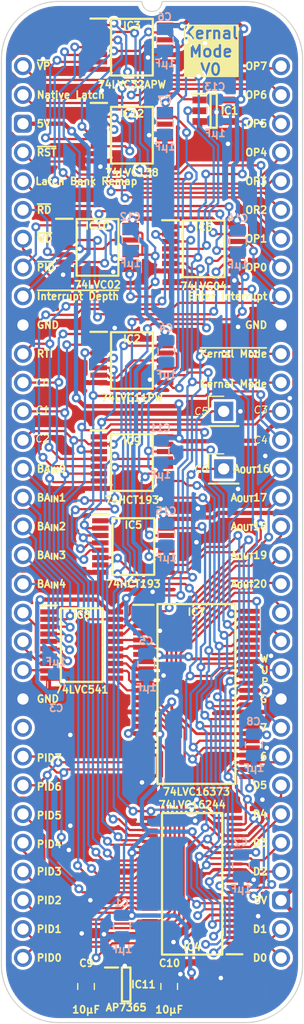
<source format=kicad_pcb>
(kicad_pcb (version 20240108) (generator "pcbnew") (generator_version "8.0")
  (title_block (title "Kernal Mode") (date "2024-02-15") (rev "V0"))
  (layers (0 "F.Cu" signal) (31 "B.Cu" signal) (34 "B.Paste" user) (35 "F.Paste" user) (36 "B.SilkS" user "B.Silkscreen") (37 "F.SilkS" user "F.Silkscreen") (38 "B.Mask" user) (39 "F.Mask" user) (44 "Edge.Cuts" user))
  (net 0 "")
  (net 1 "GND")
  (net 2 "5V")
  (net 3 "/3.3V")
  (net 4 "Kernal Mode")
  (net 5 "/Kernal Mode_{ PART}")
  (net 6 "Native Latch")
  (net 7 "/~{Kernal Mode}_{ PART}")
  (net 8 "C0")
  (net 9 "C2")
  (net 10 "C4")
  (net 11 "C3")
  (net 12 "C1")
  (net 13 "OP3")
  (net 14 "OP4")
  (net 15 "OP7")
  (net 16 "~{Interrupt Depth}")
  (net 17 "OP5")
  (net 18 "~{WD}")
  (net 20 "D0")
  (net 21 "D6")
  (net 22 "PID6")
  (net 23 "D4")
  (net 24 "PID5")
  (net 25 "PID2")
  (net 26 "/~{RTI}")
  (net 27 "D5")
  (net 28 "D7")
  (net 29 "PID0")
  (net 30 "PID1")
  (net 31 "PID3")
  (net 32 "D1")
  (net 33 "D3")
  (net 34 "D2")
  (net 35 "PID7")
  (net 36 "PID4")
  (net 37 "/~{Read Interrupt Depth}")
  (net 38 "~{Reset}")
  (net 39 "~{Kernal Mode}")
  (net 40 "/Read Interrupt Depth")
  (net 41 "~{VP}")
  (net 42 "RTI")
  (net 43 "Enter Interrupt")
  (net 44 "A_{OUT}20")
  (net 45 "A_{OUT}18")
  (net 46 "Latch Bank Remap")
  (net 47 "A_{OUT}16")
  (net 48 "A_{OUT}19")
  (net 49 "A_{OUT}17")
  (net 50 "A_{OUT}23")
  (net 51 "A_{OUT}21")
  (net 52 "A_{OUT}22")
  (net 53 "BA_{IN}1")
  (net 54 "BA_{IN}7")
  (net 55 "BA_{IN}2")
  (net 56 "BA_{IN}3")
  (net 57 "BA_{IN}6")
  (net 58 "BA_{IN}5")
  (net 59 "Net-(IC12-~{E1})")
  (net 60 "Net-(IC12-~{E2})")
  (net 62 "/~{Write Interrupt Depth}")
  (net 63 "BA_{IN}4")
  (net 72 "BA_{IN}0")
  (net 73 "~{RD}")
  (net 74 "~{Process ID}")
  (net 75 "OP0")
  (net 76 "OP6")
  (net 77 "/~{Read Process ID}")
  (net 78 "/Read Process ID")
  (net 79 "/Write Process ID")
  (net 80 "OP1")
  (net 81 "OP2")
  (net 82 "C6")
  (net 83 "C5")
  (net 88 "/~{TCD}")
  (net 89 "/~{TCU}")
  (net 90 "/C3·C4·C5")
  (net 91 "/C0·C1·C2")
  (footprint "Connector_PinHeader_2.54mm:PinHeader_1x01_P2.54mm_Vertical" (layer "F.Cu") (at 104.14 101.6)
    (property "Reference" "TP2" (hide yes))
    (property "Value" "TestPoint")
  )
  (footprint "SamacSys_Parts:C_0805" (layer "F.Cu") (at 99.314 152.4)
    (property "Reference" "C10")
    (property "Value" "10μF")
  )
  (footprint "SamacSys_Parts:SOP65P640X110-20N" (layer "F.Cu") (at 91.567 122.238)
    (property "Reference" "IC8")
    (property "Value" "74LVC541APW,118" (hide yes))
  )
  (footprint "SamacSys_Parts:SOT95P285X130-5N" (layer "F.Cu") (at 95.504 152.21)
    (property "Reference" "IC11")
    (property "Value" "AP7365-33WG-7" (hide yes))
  )
  (footprint "SamacSys_Parts:SOT95P275X110-5N" (layer "F.Cu") (at 103.251 75.057)
    (property "Reference" "IC1")
    (property "Value" "74LVC1G02GV,125" (hide yes))
  )
  (footprint "SamacSys_Parts:C_0805" (layer "F.Cu") (at 91.948 152.4)
    (property "Reference" "C9")
    (property "Value" "10μF")
  )
  (footprint "SamacSys_Parts:DIP-64_Board_W22.86mm" (layer "F.Cu") (at 86.36 71.12)
    (property "Reference" "J2" (hide yes))
    (property "Value" "Conn_02x32_Counter_Clockwise")
    (fp_line (start -1.905 -0.635) (end -1.905 79.375) (stroke (width 0.1)) (layer "Edge.Cuts"))
    (fp_line (start 10.541 -5.715) (end 3.175 -5.715) (stroke (width 0.1)) (layer "Edge.Cuts"))
    (fp_line (start 19.685 -5.715) (end 12.319 -5.715) (stroke (width 0.1)) (layer "Edge.Cuts"))
    (fp_line (start 19.685 84.455) (end 3.175 84.455) (stroke (width 0.1)) (layer "Edge.Cuts"))
    (fp_line (start 24.765 79.375) (end 24.765 -0.635) (stroke (width 0.1)) (layer "Edge.Cuts"))
    (fp_arc (start -1.905 -0.635) (mid -0.417102 -4.227102) (end 3.175 -5.715) (stroke (width 0.1)) (layer "Edge.Cuts"))
    (fp_arc (start 3.175 84.455) (mid -0.417102 82.967102) (end -1.905 79.375) (stroke (width 0.1)) (layer "Edge.Cuts"))
    (fp_arc (start 12.319 -5.715) (mid 11.43 -4.826) (end 10.541 -5.715) (stroke (width 0.1)) (layer "Edge.Cuts"))
    (fp_arc (start 19.685 -5.715) (mid 23.277102 -4.227102) (end 24.765 -0.635) (stroke (width 0.1)) (layer "Edge.Cuts"))
    (fp_arc (start 24.765 79.375) (mid 23.277102 82.967102) (end 19.685 84.455) (stroke (width 0.1)) (layer "Edge.Cuts"))
  )
  (footprint "Connector_PinHeader_2.54mm:PinHeader_1x01_P2.54mm_Vertical" (layer "F.Cu") (at 104.14 106.68)
    (property "Reference" "TP1" (hide yes))
    (property "Value" "TestPoint")
  )
  (footprint "SamacSys_Parts:SOP65P640X110-16N" (layer "F.Cu") (at 96.139 113.538)
    (property "Reference" "IC5")
    (property "Value" "74HCT193PW,118" (hide yes))
  )
  (footprint "SamacSys_Parts:SOP65P640X110-16N" (layer "F.Cu") (at 96.012 77.216)
    (property "Reference" "IC12")
    (property "Value" "74LVC138APW-Q100J" (hide yes))
  )
  (footprint "SamacSys_Parts:SOP64P1025X280-48N" (layer "F.Cu") (at 101.727 126.556)
    (property "Reference" "IC7")
    (property "Value" "74LVC16373ADL,118" (hide yes))
  )
  (footprint "SamacSys_Parts:74LVC16244ADGG112" (layer "F.Cu") (at 101.346 143.32 180)
    (property "Reference" "IC4")
    (property "Value" "74LVC16244ADGG,112" (hide yes))
  )
  (footprint "SamacSys_Parts:SOP65P640X110-14N" (layer "F.Cu") (at 96.012 69.4436)
    (property "Reference" "IC3")
    (property "Value" "74LVC32APW,118" (hide yes))
  )
  (footprint "SamacSys_Parts:SOP65P640X110-14N" (layer "F.Cu") (at 96.012 97.106072)
    (property "Reference" "IC2")
    (property "Value" "74LVC11PW,112" (hide yes))
  )
  (footprint "SamacSys_Parts:SOP65P640X110-14N" (layer "F.Cu") (at 92.964 87.122)
    (property "Reference" "IC10")
    (property "Value" "74LVC02APW,118" (hide yes))
  )
  (footprint "SamacSys_Parts:SOP65P640X110-14N" (layer "F.Cu") (at 102.362 87.249)
    (property "Reference" "IC6")
    (property "Value" "74LVC04APW,118" (hide yes))
  )
  (footprint "SamacSys_Parts:SOP65P640X110-16N" (layer "F.Cu") (at 96.012 106.12643)
    (property "Reference" "IC9")
    (property "Value" "74HCT193PW,118" (hide yes))
  )
  (footprint "SamacSys_Parts:C_0805" (layer "B.Cu") (at 105.41 86.614 180)
    (property "Reference" "C14")
    (property "Value" "1μF")
  )
  (footprint "SamacSys_Parts:PinHeader_1x32_P2.54mm_Vertical" (layer "B.Cu") (at 109.22 71.115 180)
    (property "Reference" "J1" (hide yes))
    (property "Value" "Pin_Header_01x32")
  )
  (footprint "SamacSys_Parts:C_0805" (layer "B.Cu") (at 99.06 112.477 180)
    (property "Reference" "C15")
    (property "Value" "1μF")
  )
  (footprint "SamacSys_Parts:C_0805" (layer "B.Cu") (at 95.885 86.487 180)
    (property "Reference" "C12")
    (property "Value" "1μF")
  )
  (footprint "SamacSys_Parts:PinHeader_1x32_P2.54mm_Vertical" (layer "B.Cu") (at 86.36 71.12 180)
    (property "Reference" "J3" (hide yes))
    (property "Value" "Pin_Header_01x32")
  )
  (footprint "SamacSys_Parts:C_0805" (layer "B.Cu") (at 99.06 96.308208 180)
    (property "Reference" "C4")
    (property "Value" "1μF")
  )
  (footprint "SamacSys_Parts:C_0805" (layer "B.Cu") (at 98.933 76.2 180)
    (property "Reference" "C7")
    (property "Value" "1μF")
  )
  (footprint "SamacSys_Parts:C_0805" (layer "B.Cu") (at 98.552 105.156 180)
    (property "Reference" "C11")
    (property "Value" "1μF")
  )
  (footprint "SamacSys_Parts:C_0805" (layer "B.Cu") (at 97.282 123.952 180)
    (property "Reference" "C5")
    (property "Value" "1μF")
  )
  (footprint "SamacSys_Parts:C_0805" (layer "B.Cu") (at 106.807 131.064 180)
    (property "Reference" "C8")
    (property "Value" "1μF")
  )
  (footprint "SamacSys_Parts:C_0805" (layer "B.Cu") (at 105.664 141.732 180)
    (property "Reference" "C2")
    (property "Value" "1μF")
  )
  (footprint "SamacSys_Parts:C_0805" (layer "B.Cu") (at 103.378 75.012 180)
    (property "Reference" "C13")
    (property "Value" "1μF")
  )
  (footprint "SamacSys_Parts:C_0805" (layer "B.Cu") (at 95.123 147.066 180)
    (property "Reference" "C1")
    (property "Value" "1μF")
  )
  (footprint "SamacSys_Parts:C_0805" (layer "B.Cu") (at 89.281 125.73)
    (property "Reference" "C3")
    (property "Value" "1μF")
  )
  (footprint "SamacSys_Parts:C_0805" (layer "B.Cu") (at 98.933 68.834 180)
    (property "Reference" "C6")
    (property "Value" "1μF")
  )
  (gr_text "D4" (at 108.077 137.16 0) (layer "F.SilkS") (effects (font (size 0.635 0.635)) (justify right)))
  (gr_text "OP7" (at 108.077 71.12 0) (layer "F.SilkS") (effects (font (size 0.635 0.635)) (justify right)))
  (gr_text "PID1" (at 87.503 147.32 0) (layer "F.SilkS") (effects (font (size 0.635 0.635)) (justify left)))
  (gr_text "OP3" (at 108.077 81.28 0) (layer "F.SilkS") (effects (font (size 0.635 0.635)) (justify right)))
  (gr_text "C1" (at 87.376 101.473 0) (layer "F.SilkS") (effects (font (size 0.635 0.635) (thickness 0.1) (italic yes)) (justify left)))
  (gr_text "C5" (at 102.81 101.6 0) (layer "F.SilkS") (effects (font (size 0.635 0.635) (thickness 0.1) (italic yes)) (justify right)))
  (gr_text "D3" (at 108.077 139.7 0) (layer "F.SilkS") (effects (font (size 0.635 0.635)) (justify right)))
  (gr_text "Enter Interrupt" (at 108.077 91.44 0) (layer "F.SilkS") (effects (font (size 0.635 0.635)) (justify right)))
  (gr_text "~{RD}" (at 87.503 83.82 0) (layer "F.SilkS") (effects (font (size 0.635 0.635)) (justify left)))
  (gr_text "~{RST}" (at 87.503 78.74 0) (layer "F.SilkS") (effects (font (size 0.635 0.635)) (justify left)))
  (gr_text "~{Kernal Mode}" (at 108.077 96.52 0) (layer "F.SilkS") (effects (font (size 0.635 0.635)) (justify right)))
  (gr_text "C6" (at 102.81 106.68 0) (layer "F.SilkS") (effects (font (size 0.635 0.635) (thickness 0.1) (italic yes)) (justify right)))
  (gr_text "~{VP}" (at 87.503 71.12 0) (layer "F.SilkS") (effects (font (size 0.635 0.635)) (justify left)))
  (gr_text "A_{OUT}18" (at 108.077 111.76 0) (layer "F.SilkS") (effects (font (size 0.635 0.635)) (justify right)))
  (gr_text "OP1" (at 108.077 86.36 0) (layer "F.SilkS") (effects (font (size 0.635 0.635)) (justify right)))
  (gr_text "GND" (at 108.077 93.98 0) (layer "F.SilkS") (effects (font (size 0.635 0.635)) (justify right)))
  (gr_text "PID7" (at 87.503 132.207 0) (layer "F.SilkS") (effects (font (size 0.635 0.635)) (justify left)))
  (gr_text "D0" (at 108.077 149.86 0) (layer "F.SilkS") (effects (font (size 0.635 0.635)) (justify right)))
  (gr_text "BA_{IN}0" (at 87.503 106.68 0) (layer "F.SilkS") (effects (font (size 0.635 0.635)) (justify left)))
  (gr_text "RTI" (at 87.503 96.52 0) (layer "F.SilkS") (effects (font (size 0.635 0.635)) (justify left)))
  (gr_text "A_{OUT}17" (at 108.077 109.22 0) (layer "F.SilkS") (effects (font (size 0.635 0.635)) (justify right)))
  (gr_text "~{PID}" (at 87.503 88.9 0) (layer "F.SilkS") (effects (font (size 0.635 0.635)) (justify left)))
  (gr_text "PID3" (at 87.503 142.24 0) (layer "F.SilkS") (effects (font (size 0.635 0.635)) (justify left)))
  (gr_text "D2" (at 108.077 142.24 0) (layer "F.SilkS") (effects (font (size 0.635 0.635)) (justify right)))
  (gr_text "Kernal Mode" (at 108.077 99.187 0) (layer "F.SilkS") (effects (font (size 0.635 0.635)) (justify right)))
  (gr_text "OP6" (at 108.077 73.66 0) (layer "F.SilkS") (effects (font (size 0.635 0.635)) (justify right)))
  (gr_text "5V" (at 87.503 76.2 0) (layer "F.SilkS") (effects (font (size 0.635 0.635)) (justify left)))
  (gr_text "~{Interrupt Depth}" (at 87.503 91.44 0) (layer "F.SilkS") (effects (font (size 0.635 0.635)) (justify left)))
  (gr_text "Latch Bank Remap" (at 87.376 81.28 0) (layer "F.SilkS") (effects (font (size 0.635 0.635)) (justify left)))
  (gr_text "OP5" (at 108.077 76.2 0) (layer "F.SilkS") (effects (font (size 0.635 0.635)) (justify right)))
  (gr_text "A_{OUT}20" (at 108.077 116.84 0) (layer "F.SilkS") (effects (font (size 0.635 0.635)) (justify right)))
  (gr_text "OP0" (at 108.077 88.9 0) (layer "F.SilkS") (effects (font (size 0.635 0.635)) (justify right)))
  (gr_text "Kernal\nMode\nV0" (at 102.997 72.009 0) (layer "F.SilkS" knockout) (effects (font (size 1 1) (thickness 0.2) (bold yes)) (justify bottom)))
  (gr_text "PID2" (at 87.503 144.78 0) (layer "F.SilkS") (effects (font (size 0.635 0.635)) (justify left)))
  (gr_text "6" (at 108.077 132.08 0) (layer "F.SilkS") (effects (font (size 0.635 0.635)) (justify right)))
  (gr_text "OP2" (at 108.077 83.82 0) (layer "F.SilkS") (effects (font (size 0.635 0.635)) (justify right)))
  (gr_text "A_{OUT}16" (at 108.331 106.68 0) (layer "F.SilkS") (effects (font (size 0.635 0.635)) (justify right)))
  (gr_text "BA_{IN}2" (at 87.503 111.76 0) (layer "F.SilkS") (effects (font (size 0.635 0.635)) (justify left)))
  (gr_text "BA_{IN}1" (at 87.503 109.22 0) (layer "F.SilkS") (effects (font (size 0.635 0.635)) (justify left)))
  (gr_text "7" (at 108.077 129.54 0) (layer "F.SilkS") (effects (font (size 0.635 0.635)) (justify right)))
  (gr_text "GND" (at 87.503 127 0) (layer "F.SilkS") (effects (font (size 0.635 0.635)) (justify left)))
  (gr_text "PID0" (at 87.503 149.86 0) (layer "F.SilkS") (effects (font (size 0.635 0.635)) (justify left)))
  (gr_text "C3" (at 108.077 101.473 0) (layer "F.SilkS") (effects (font (size 0.635 0.635) (thickness 0.1) (italic yes)) (justify right)))
  (gr_text "PID4" (at 87.503 139.827 0) (layer "F.SilkS") (effects (font (size 0.635 0.635)) (justify left)))
  (gr_text "W\nU\nP" (at 108.204 124.46 0) (layer "F.SilkS") (effects (font (size 0.635 0.635)) (justify right)))
  (gr_text "C4" (at 108.077 104.14 0) (layer "F.SilkS") (effects (font (size 0.635 0.635) (thickness 0.1) (italic yes)) (justify right)))
  (gr_text "GND" (at 87.503 93.98 0) (layer "F.SilkS") (effects (font (size 0.635 0.635)) (justify left)))
  (gr_text "C0" (at 87.376 99.06 0) (layer "F.SilkS") (effects (font (size 0.635 0.635) (thickness 0.1) (italic yes)) (justify left)))
  (gr_text "PID5" (at 87.503 137.287 0) (layer "F.SilkS") (effects (font (size 0.635 0.635)) (justify left)))
  (gr_text "5V" (at 108.077 144.78 0) (layer "F.SilkS") (effects (font (size 0.635 0.635)) (justify right)))
  (gr_text "OP4" (at 108.077 78.74 0) (layer "F.SilkS") (effects (font (size 0.635 0.635)) (justify right)))
  (gr_text "BA_{IN}3" (at 87.503 114.3 0) (layer "F.SilkS") (effects (font (size 0.635 0.635)) (justify left)))
  (gr_text "Native Latch" (at 87.503 73.66 0) (layer "F.SilkS") (effects (font (size 0.635 0.635)) (justify left)))
  (gr_text "D5" (at 108.077 134.62 0) (layer "F.SilkS") (effects (font (size 0.635 0.635)) (justify right)))
  (gr_text "D1" (at 108.077 147.32 0) (layer "F.SilkS") (effects (font (size 0.635 0.635)) (justify right)))
  (gr_text "A_{OUT}19" (at 108.077 114.3 0) (layer "F.SilkS") (effects (font (size 0.635 0.635)) (justify right)))
  (gr_text "PID6" (at 87.503 134.747 0) (layer "F.SilkS") (effects (font (size 0.635 0.635)) (justify left)))
  (gr_text "C2" (at 87.376 104.013 0) (layer "F.SilkS") (effects (font (size 0.635 0.635) (thickness 0.1) (italic yes)) (justify left)))
  (gr_text "BA_{IN}4" (at 87.503 116.84 0) (layer "F.SilkS") (effects (font (size 0.635 0.635)) (justify left)))
  (gr_text "~{WD}" (at 87.503 86.36 0) (layer "F.SilkS") (effects (font (size 0.635 0.635)) (justify left)))
  (gr_text "G" (at 108.077 127 0) (layer "F.SilkS") (effects (font (size 0.635 0.635)) (justify right)))
  (segment (start 93.087 108.40143) (end 88.861485 108.40143) (width 0.38) (layer "F.Cu") (net 1))
  (segment (start 105.62 101.6) (end 105.62 100.6) (width 0.38) (layer "F.Cu") (net 1))
  (segment (start 97.596 147.57) (end 96.786682 147.57) (width 0.25) (layer "F.Cu") (net 1))
  (segment (start 85.17 78.247085) (end 85.947085 77.47) (width 0.38) (layer "F.Cu") (net 1))
  (segment (start 85.867085 110.41) (end 85.17 109.712915) (width 0.38) (layer "F.Cu") (net 1))
  (segment (start 106.046 144.57) (end 106.121 144.645) (width 0.25) (layer "F.Cu") (net 1))
  (segment (start 93.138563 99.120635) (end 93.864404 99.120635) (width 0.38) (layer "F.Cu") (net 1))
  (segment (start 88.138 70.485) (end 92.221178 66.401822) (width 0.38) (layer "F.Cu") (net 1))
  (segment (start 85.17 109.712915) (end 85.17 98.567085) (width 0.38) (layer "F.Cu") (net 1))
  (segment (start 92.12 89.072) (end 90.026 89.072) (width 0.38) (layer "F.Cu") (net 1))
  (segment (start 101.483392 70.0936) (end 102.488992 69.088) (width 0.38) (layer "F.Cu") (net 1))
  (segment (start 85.17 136.507085) (end 85.867085 135.81) (width 0.38) (layer "F.Cu") (net 1))
  (segment (start 97.6954 70.0936) (end 97.431 70.358) (width 0.38) (layer "F.Cu") (net 1))
  (segment (start 106.294 139.07) (end 107.569 137.795) (width 0.25) (layer "F.Cu") (net 1))
  (segment (start 105.62 100.6) (end 105.35 100.33) (width 0.38) (layer "F.Cu") (net 1))
  (segment (start 90.17 100.068144) (end 91.182072 99.056072) (width 0.38) (layer "F.Cu") (net 1))
  (segment (start 85.867085 135.81) (end 94.361 135.81) (width 0.38) (layer "F.Cu") (net 1))
  (segment (start 97.63555 117.33) (end 97.84555 117.54) (width 0.38) (layer "F.Cu") (net 1))
  (segment (start 91.612183 140.335) (end 90.424 140.335) (width 0.25) (layer "F.Cu") (net 1))
  (segment (start 97.154 124.968) (end 98.774364 124.968) (width 0.25) (layer "F.Cu") (net 1))
  (segment (start 109.22 93.98) (end 110.41 92.79) (width 0.38) (layer "F.Cu") (net 1))
  (segment (start 85.932 72.39) (end 85.852 72.47) (width 0.38) (layer "F.Cu") (net 1))
  (segment (start 97.154 131.954) (end 98.158 131.954) (width 0.25) (layer "F.Cu") (net 1))
  (segment (start 106.427 124.968) (end 105.282999 124.968) (width 0.25) (layer "F.Cu") (net 1))
  (segment (start 106.121 144.645) (end 106.121 147.535) (width 0.25) (layer "F.Cu") (net 1))
  (segment (start 85.712771 77.47) (end 85.17 76.927229) (width 0.38) (layer "F.Cu") (net 1))
  (segment (start 105.35 100.33) (end 103.124 100.33) (width 0.38) (layer "F.Cu") (net 1))
  (segment (start 95.747 131.954) (end 93.599 129.806) (width 0.38) (layer "F.Cu") (net 1))
  (segment (start 102.001 76.007) (end 102.682 76.007) (width 0.38) (layer "F.Cu") (net 1))
  (segment (start 92.587 128.144) (end 90.556 130.175) (width 0.38) (layer "F.Cu") (net 1))
  (segment (start 97.596 139.07) (end 96.646 139.07) (width 0.25) (layer "F.Cu") (net 1))
  (segment (start 108.03 122.889) (end 108.331 123.19) (width 0.38) (layer "F.Cu") (net 1))
  (segment (start 102.56741 142.400647) (end 102.142715 142.825342) (width 0.25) (layer "F.Cu") (net 1))
  (segment (start 99.424 89.199) (end 97.618 89.199) (width 0.38) (layer "F.Cu") (net 1))
  (segment (start 85.17 135.112915) (end 85.867085 135.81) (width 0.38) (layer "F.Cu") (net 1))
  (segment (start 98.099733 66.862171) (end 98.436731 66.862171) (width 0.38) (layer "F.Cu") (net 1))
  (segment (start 97.596 142.07) (end 97.571 142.095) (width 0.25) (layer "F.Cu") (net 1))
  (segment (start 86.36 127) (end 85.17 128.19) (width 0.38) (layer "F.Cu") (net 1))
  (segment (start 96.68292 66.401822) (end 97.175824 66.894726) (width 0.38) (layer "F.Cu") (net 1))
  (segment (start 97.027 131.954) (end 95.747 131.954) (width 0.38) (layer "F.Cu") (net 1))
  (segment (start 92.880688 141.248152) (end 92.525335 141.248152) (width 0.25) (layer "F.Cu") (net 1))
  (segment (start 93.599 129.806) (end 93.599 128.144) (width 0.38) (layer "F.Cu") (net 1))
  (segment (start 96.646 139.07) (end 96.620999 139.044999) (width 0.25) (layer "F.Cu") (net 1))
  (segment (start 105.096 142.07) (end 106.086 142.07) (width 0.25) (layer "F.Cu") (net 1))
  (segment (start 97.182198 99.229208) (end 97.607352 98.804054) (width 0.38) (layer "F.Cu") (net 1))
  (segment (start 108.03 123.491) (end 108.331 123.19) (width 0.38) (layer "F.Cu") (net 1))
  (segment (start 105.096 139.07) (end 106.294 139.07) (width 0.25) (layer "F.Cu") (net 1))
  (segment (start 98.312286 121.158) (end 98.492912 120.977374) (width 0.25) (layer "F.Cu") (net 1))
  (segment (start 93.214 115.813) (end 89.069915 115.813) (width 0.38) (layer "F.Cu") (net 1))
  (segment (start 98.158 131.954) (end 98.252 132.048) (width 0.25) (layer "F.Cu") (net 1))
  (segment (start 110.41 76.852915) (end 109.712915 77.55) (width 0.38) (layer "F.Cu") (net 1))
  (segment (start 102.001 76.007) (end 102.001 78.085) (width 0.38) (layer "F.Cu") (net 1))
  (segment (start 95.839 150.57) (end 95.377 150.57) (width 0.38) (layer "F.Cu") (net 1))
  (segment (start 89.069915 115.813) (end 88.906915 115.65) (width 0.38) (layer "F.Cu") (net 1))
  (segment (start 98.45 150.57) (end 95.839 150.57) (width 0.38) (layer "F.Cu") (net 1))
  (segment (start 85.17 98.567085) (end 85.947085 97.79) (width 0.38) (layer "F.Cu") (net 1))
  (segment (start 100.502 89.199) (end 101.382415 90.079415) (width 0.38) (layer "F.Cu") (net 1))
  (segment (start 97.596 144.57) (end 92.528966 144.57) (width 0.25) (layer "F.Cu") (net 1))
  (segment (start 90.17 100.711) (end 90.17 100.068144) (width 0.38) (layer "F.Cu") (net 1))
  (segment (start 87.661915 73.279) (end 86.772915 72.39) (width 0.38) (layer "F.Cu") (net 1))
  (segment (start 106.121 147.535) (end 106.086 147.57) (width 0.25) (layer "F.Cu") (net 1))
  (segment (start 98.89708 66.401822) (end 99.067689 66.167) (width 0.38) (layer "F.Cu") (net 1))
  (segment (start 97.618 89.199) (end 96.543755 90.273245) (width 0.38) (layer "F.Cu") (net 1))
  (segment (start 85.947085 77.47) (end 85.712771 77.47) (width 0.38) (layer "F.Cu") (net 1))
  (segment (start 93.727536 142.095) (end 92.880688 141.248152) (width 0.25) (layer "F.Cu") (net 1))
  (segment (start 99.194689 66.04) (end 105.834842 66.04) (width 0.38) (layer "F.Cu") (net 1))
  (segment (start 105.020018 124.705019) (end 104.275981 124.705019) (width 0.25) (layer "F.Cu") (net 1))
  (segment (start 89.916 97.79) (end 91.182072 99.056072) (width 0.38) (layer "F.Cu") (net 1))
  (segment (start 97.154 133.858) (end 97.154 134.113) (width 0.38) (layer "F.Cu") (net 1))
  (segment (start 91.948 151.434) (end 92.507228 151.434) (width 0.38) (layer "F.Cu") (net 1))
  (segment (start 109.996304 100.435544) (end 109.97076 100.41) (width 0.38) (layer "F.Cu") (net 1))
  (segment (start 103.124 151.638) (end 103.886 151.638) (width 0.38) (layer "F.Cu") (net 1))
  (segment (start 101.021006 147.136994) (end 99.695 148.463) (width 0.25) (layer "F.Cu") (net 1))
  (segment (start 99.98 80.106) (end 98.044 80.106) (width 0.38) (layer "F.Cu") (net 1))
  (segment (start 93.087 108.40143) (end 96.84443 108.40143) (width 0.38) (layer "F.Cu") (net 1))
  (segment (start 97.536 79.598) (end 97.536 78.017229) (width 0.38) (layer "F.Cu") (net 1))
  (segment (start 105.096 139.07) (end 104.272 139.07) (width 0.25) (layer "F.Cu") (net 1))
  (segment (start 90.026 89.425) (end 89.916 89.535) (width 0.38) (layer "F.Cu") (net 1))
  (segment (start 99.364 151.384) (end 100.215202 151.384) (width 0.38) (layer "F.Cu") (net 1))
  (segment (start 85.17 95.17) (end 86.36 93.98) (width 0.38) (layer "F.Cu") (net 1))
  (segment (start 95.839 151.53) (end 95.159 152.21) (width 0.38) (layer "F.Cu") (net 1))
  (segment (start 102.888158 142.400647) (end 102.56741 142.400647) (width 0.25) (layer "F.Cu") (net 1))
  (segment (start 94.260713 99.128921) (end 94.361 99.229208) (width 0.38) (layer "F.Cu") (net 1))
  (segment (start 91.182072 99.056072) (end 93.074 99.056072) (width 0.38) (layer "F.Cu") (net 1))
  (segment (start 107.95 131.581) (end 107.95 131.318) (width 0.25) (layer "F.Cu") (net 1))
  (segment (start 97.571 142.095) (end 93.727536 142.095) (width 0.25) (layer "F.Cu") (net 1))
  (segment (start 85.17 128.19) (end 85.17 135.112915) (width 0.38) (layer "F.Cu") (net 1))
  (segment (start 97.027 121.158) (end 98.312286 121.158) (width 0.25) (layer "F.Cu") (net 1))
  (segment (start 94.333 89.309) (end 92.357 89.309) (width 0.38) (layer "F.Cu") (net 1))
  (segment (start 108.88708 77.55) (end 107.489543 76.152463) (width 0.38) (layer "F.Cu") (net 1))
  (segment (start 110.41 100.021848) (end 109.996304 100.435544) (width 0.38) (layer "F.Cu") (net 1))
  (segment (start 96.84443 108.40143) (end 97.789998 109.346998) (width 0.38) (layer "F.Cu") (net 1))
  (segment (start 105.6005 108.267506) (end 105.41 108.458006) (width 0.38) (layer "F.Cu") (net 1))
  (segment (start 107.569 137.795) (end 107.569 135.89) (width 0.25) (layer "F.Cu") (net 1))
  (segment (start 85.17 70.627085) (end 85.867085 69.93) (width 0.38) (layer "F.Cu") (net 1))
  (segment (start 98.044 80.106) (end 97.536 79.598) (width 0.38) (layer "F.Cu") (net 1))
  (segment (start 97.79 66.894726) (end 98.099733 66.862171) (width 0.38) (layer "F.Cu") (net 1))
  (segment (start 103.124 100.33) (end 101.727 101.727) (width 0.38) (layer "F.Cu") (net 1))
  (segment (start 98.95 70.0936) (end 97.6954 70.0936) (width 0.38) (layer "F.Cu") (net 1))
  (segment (start 85.947085 97.79) (end 89.916 97.79) (width 0.38) (layer "F.Cu") (net 1))
  (segment (start 92.507228 151.434) (end 93.371228 150.57) (width 0.38) (layer "F.Cu") (net 1))
  (segment (start 85.17 114.952915) (end 85.867085 115.65) (width 0.38) (layer "F.Cu") (net 1))
  (segment (start 94.126 117.33) (end 97.63555 117.33) (width 0.38) (layer "F.Cu") (net 1))
  (segment (start 105.282999 124.968) (end 105.020018 124.705019) (width 0.25) (layer "F.Cu") (net 1))
  (segment (start 95.353255 90.273245) (end 94.361005 89.280995) (width 0.38) (layer "F.Cu") (net 1))
  (segment (start 92.221178 66.401822) (end 96.68292 66.401822) (width 0.38) (layer "F.Cu") (net 1))
  (segment (start 85.867085 69.93) (end 87.583 69.93) (width 0.38) (layer "F.Cu") (net 1))
  (segment (start 96.062229 79.491) (end 97.536 78.017229) (width 0.38) (layer "F.Cu") (net 1))
  (segment (start 90.556 130.016) (end 90.556 130.175) (width 0.38) (layer "F.Cu") (net 1))
  (segment (start 98.95 70.0936) (end 101.483392 70.0936) (width 0.38) (layer "F.Cu") (net 1))
  (segment (start 85.17 71.628) (end 85.17 70.627085) (width 0.38) (layer "F.Cu") (net 1))
  (segment (start 98.252 132.048) (end 98.252 133.638) (width 0.25) (layer "F.Cu") (net 1))
  (segment (start 94.361 135.81) (end 95.805 134.366) (width 0.38) (layer "F.Cu") (net 1))
  (segment (start 105.096 144.57) (end 106.046 144.57) (width 0.25) (layer "F.Cu") (net 1))
  (segment (start 86.36 93.98) (end 85.17 92.79) (width 0.38) (layer "F.Cu") (net 1))
  (segment (start 93.345 73.279) (end 87.661915 73.279) (width 0.38) (layer "F.Cu") (net 1))
  (segment (start 95.805 134.366) (end 96.901 134.366) (width 0.38) (layer "F.Cu") (net 1))
  (segment (start 93.371228 150.57) (end 95.377 150.57) (width 0.38) (layer "F.Cu") (net 1))
  (segment (start 99.38711 110.18211) (end 101.850052 110.18211) (width 0.38) (layer "F.Cu") (net 1))
  (segment (start 104.272 139.07) (end 102.743 137.541) (width 0.25) (layer "F.Cu") (net 1))
  (segment (start 88.861485 108.40143) (end 86.852915 110.41) (width 0.38) (layer "F.Cu") (net 1))
  (segment (start 95.25 70.358) (end 97.431 70.358) (width 0.38) (layer "F.Cu") (net 1))
  (segment (start 86.027085 110.41) (end 85.17 111.267085) (width 0.38) (layer "F.Cu") (net 1))
  (segment (start 98.95 70.7436) (end 98.95 70.0936) (width 0.38) (layer "F.Cu") (net 1))
  (segment (start 88.392 78.74) (end 91.231 78.74) (width 0.38) (layer "F.Cu") (net 1))
  (segment (start 99.314 151.434) (end 100.38 150.368) (width 0.38) (layer "F.Cu") (net 1))
  (segment (start 108.03 121.354) (end 108.03 122.889) (width 0.38) (layer "F.Cu") (net 1))
  (segment (start 97.536 78.017229) (end 97.536 77.216) (width 0.38) (layer "F.Cu") (net 1))
  (segment (start 85.947085 97.79) (end 85.17 97.012915) (width 0.38) (layer "F.Cu") (net 1))
  (segment (start 93.218 79.622) (end 93.087 79.491) (width 0.38) (layer "F.Cu") (net 1))
  (segment (start 91.948 151.434) (end 86.251085 151.434) (width 0.38) (layer "F.Cu") (net 1))
  (segment (start 106.554 121.158) (end 107.834 121.158) (width 0.38) (layer "F.Cu") (net 1))
  (segment (start 102.743 137.541) (end 101.817597 137.541) (width 0.25) (layer "F.Cu") (net 1))
  (segment (start 106.086 147.57) (end 105.096 147.57) (width 0.25) (layer "F.Cu") (net 1))
  (segment (start 101.727 101.727) (end 91.186 101.727) (width 0.38) (layer "F.Cu") (net 1))
  (segment (start 93.074 71.3936) (end 94.2144 71.3936) (width 0.38) (layer "F.Cu") (net 1))
  (segment (start 86.36 127) (end 85.17 125.81) (width 0.38) (layer "F.Cu") (net 1))
  (segment (start 85.17 111.267085) (end 85.17 114.952915) (width 0.38) (layer "F.Cu") (net 1))
  (segment (start 105.6005 107.7595) (end 105.6005 108.267506) (width 0.38) (layer "F.Cu") (net 1))
  (segment (start 93.074 99.056072) (end 93.138563 99.120635) (width 0.38) (layer "F.Cu") (net 1))
  (segment (start 103.052 144.581) (end 105.085 144.581) (width 0.25) (layer "F.Cu") (net 1))
  (segment (start 92.528966 144.57) (end 92.329 144.769966) (width 0.25) (layer "F.Cu") (net 1))
  (segment (start 85.17 92.79) (end 85.17 78.247085) (width 0.38) (layer "F.Cu") (net 1))
  (segment (start 109.22 93.98) (end 105.57595 93.98) (width 0.38) (layer "F.Cu") (net 1))
  (segment (start 102.142715 143.671715) (end 101.021006 144.793424) (width 0.25) (layer "F.Cu") (net 1))
  (segment (start 85.17 73.152) (end 85.852 72.47) (width 0.38) (layer "F.Cu") (net 1))
  (segment (start 93.074 71.3936) (end 89.0466 71.3936) (width 0.38) (layer "F.Cu") (net 1))
  (segment (start 93.87269 99.128921) (end 94.260713 99.128921) (width 0.38) (layer "F.Cu") (net 1))
  (segment (start 86.772915 72.39) (end 85.932 72.39) (width 0.38) (layer "F.Cu") (net 1))
  (segment (start 99.424 89.199) (end 100.502 89.199) (width 0.38) (layer "F.Cu") (net 1))
  (segment (start 95.088158 138.445) (end 90.811409 138.445) (width 0.25) (layer "F.Cu") (net 1))
  (segment (start 92.525335 141.248152) (end 91.612183 140.335) (width 0.25) (layer "F.Cu") (net 1))
  (segment (start 103.505 75.184) (end 106.52108 75.184) (width 0.38) (layer "F.Cu") (net 1))
  (segment (start 96.655682 147.701) (end 91.567004 147.701) (width 0.25) (layer "F.Cu") (net 1))
  (segment (start 107.577 131.954) (end 107.95 131.581) (width 0.25) (layer "F.Cu") (net 1))
  (segment (start 91.567004 147.701) (end 93.464607 147.701) (width 0.38) (layer "F.Cu") (net 1))
  (segment (start 105.048585 90.079415) (end 105.085 90.043) (width 0.38) (layer "F.Cu") (net 1))
  (segment (start 91.186 101.727) (end 90.17 100.711) (width 0.38) (layer "F.Cu") (net 1))
  (segment (start 102.646147 126.334853) (end 99.96192 126.334853) (width 0.25) (layer "F.Cu") (net 1))
  (segment (start 86.027085 110.41) (end 85.867085 110.41) (width 0.38) (layer "F.Cu") (net 1))
  (segment (start 102.682 76.007) (end 103.505 75.184) (width 0.38) (layer "F.Cu") (net 1))
  (segment (start 107.834 121.158) (end 108.03 121.354) (width 0.38) (layer "F.Cu") (net 1))
  (segment (start 94.2144 71.3936) (end 95.25 70.358) (width 0.38) (layer "F.Cu") (net 1))
  (segment (start 107.834 124.968) (end 108.03 124.772) (width 0.38) (layer "F.Cu") (net 1))
  (segment (start 86.36 93.98) (end 91.973771 93.98) (width 0.38) (layer "F.Cu") (net 1))
  (segment (start 91.231 78.74) (end 91.982 79.491) (width 0.38) (layer "F.Cu") (net 1))
  (segment (start 101.382415 90.079415) (end 105.048585 90.079415) (width 0.38) (layer "F.Cu") (net 1))
  (segment (start 102.142715 143.671715) (end 103.052 144.581) (width 0.25) (layer "F.Cu") (net 1))
  (segment (start 88.629 125.163) (end 89.702704 125.163) (width 0.38) (layer "F.Cu") (net 1))
  (segment (start 101.850052 110.18211) (end 103.17789 110.18211) (width 0.38) (layer "F.Cu") (net 1))
  (segment (start 85.947085 77.47) (end 87.122 77.47) (width 0.38) (layer "F.Cu") (net 1))
  (segment (start 95.839 150.57) (end 95.839 151.53) (width 0.38) (layer "F.Cu") (net 1))
  (segment (start 104.901994 108.458006) (end 105.41 108.458006) (width 0.38) (layer "F.Cu") (net 1))
  (segment (start 108.03 124.772) (end 108.03 123.491) (width 0.38) (layer "F.Cu") (net 1))
  (segment (start 93.599 128.144) (end 92.587 128.144) (width 0.38) (layer "F.Cu") (net 1))
  (segment (start 94.482802 94.234) (end 94.485697 94.236895) (width 0.38) (layer "F.Cu") (net 1))
  (segment (start 109.22 127) (end 109.22 126.354) (width 0.38) (layer "F.Cu") (net 1))
  (segment (start 89.702704 125.163) (end 89.950166 125.410462) (width 0.38) (layer "F.Cu") (net 1))
  (segment (start 85.17 76.927229) (end 85.17 73.152) (width 0.38) (layer "F.Cu") (net 1))
  (segment (start 94.361005 89.280995) (end 94.333 89.309) (width 0.38) (layer "F.Cu") (net 1))
  (segment (start 99.314 151.434) (end 98.45 150.57) (width 0.38) (layer "F.Cu") (net 1))
  (segment (start 94.361 136.398) (end 94.361 135.81) (width 0.2) (layer "F.Cu") (net 1))
  (segment (start 105.096 142.07) (end 103.218805 142.07) (width 0.25) (layer "F.Cu") (net 1))
  (segment (start 96.786682 147.57) (end 96.655682 147.701) (width 0.25) (layer "F.Cu") (net 1))
  (segment (start 100.215202 151.384) (end 100.301183 151.298019) (width 0.38) (layer "F.Cu") (net 1))
  (segment (start 107.823 105.537) (end 105.6005 107.7595) (width 0.38) (layer "F.Cu") (net 1))
  (segment (start 98.032 133.858) (end 97.154 133.858) (width 0.25) (layer "F.Cu") (net 1))
  (segment (start 85.17 97.012915) (end 85.17 95.17) (width 0.38) (layer "F.Cu") (net 1))
  (segment (start 102.001 78.085) (end 104.414 78.085) (width 0.38) (layer "F.Cu") (net 1))
  (segment (start 96.620999 139.044999) (end 95.688157 139.044999) (width 0.25) (layer "F.Cu") (net 1))
  (segment (start 109.712915 77.55) (end 108.88708 77.55) (width 0.38) (layer "F.Cu") (net 1))
  (segment (start 103.218805 142.07) (end 102.888158 142.400647) (width 0.25) (layer "F.Cu") (net 1))
  (segment (start 97.596 138.07) (end 96.033 138.07) (width 0.2) (layer "F.Cu") (net 1))
  (segment (start 107.061 101.6) (end 105.62 101.6) (width 0.38) (layer "F.Cu") (net 1))
  (segment (start 110.41 95.17) (end 110.41 100.021848) (width 0.38) (layer "F.Cu") (net 1))
  (segment (start 86.36 127) (end 87.54 127) (width 0.38) (layer "F.Cu") (net 1))
  (segment (start 88.906915 115.65) (end 85.867085 115.65) (width 0.38) (layer "F.Cu") (net 1))
  (segment (start 109.22 126.354) (end 107.834 124.968) (width 0.38) (layer "F.Cu") (net 1))
  (segment (start 110.41 92.79) (end 110.41 78.247085) (width 0.38) (layer "F.Cu") (net 1))
  (segment (start 87.583 69.93) (end 88.138 70.485) (width 0.38) (layer "F.Cu") (net 1))
  (segment (start 93.214 115.813) (end 93.214 116.418) (width 0.38) (layer "F.Cu") (net 1))
  (segment (start 91.982 79.491) (end 93.087 79.491) (width 0.38) (layer "F.Cu") (net 1))
  (segment (start 91.973771 93.98) (end 92.227771 94.234) (width 0.38) (layer "F.Cu") (net 1))
  (segment (start 97.789998 109.346998) (end 98.551998 109.346998) (width 0.38) (layer "F.Cu") (net 1))
  (segment (start 87.122 77.47) (end 88.392 78.74) (width 0.38) (layer "F.Cu") (net 1))
  (segment (start 108.251 100.41) (end 107.061 101.6) (width 0.38) (layer "F.Cu") (net 1))
  (segment (start 86.852915 110.41) (end 86.027085 110.41) (width 0.38) (layer "F.Cu") (net 1))
  (segment (start 104.275981 124.705019) (end 102.646147 126.334853) (width 0.25) (layer "F.Cu") (net 1))
  (segment (start 93.214 116.418) (end 94.126 117.33) (width 0.38) (layer "F.Cu") (net 1))
  (segment (start 93.464607 147.701) (end 93.537 147.773393) (width 0.38) (layer "F.Cu") (net 1))
  (segment (start 97.175824 66.894726) (end 97.79 66.894726) (width 0.38) (layer "F.Cu") (net 1))
  (segment (start 85.17 125.81) (end 85.17 116.347085) (width 0.38) (layer "F.Cu") (net 1))
  (segment (start 85.17 116.347085) (end 85.867085 115.65) (width 0.38) (layer "F.Cu") (net 1))
  (segment (start 106.554 128.144) (end 108.076 128.144) (width 0.38) (layer "F.Cu") (net 1))
  (segment (start 109.97076 100.41) (end 108.251 100.41) (width 0.38) (layer "F.Cu") (net 1))
  (segment (start 107.188 146.177) (end 106.186 146.177) (width 0.38) (layer "F.Cu") (net 1))
  (segment (start 106.554 124.968) (end 107.834 124.968) (width 0.38) (layer "F.Cu") (net 1))
  (segment (start 110.41 78.247085) (end 109.712915 77.55) (width 0.38) (layer "F.Cu") (net 1))
  (segment (start 99.067689 66.167) (end 99.194689 66.04) (width 0.38) (layer "F.Cu") (net 1))
  (segment (start 90.556 130.175) (end 90.556 126.016296) (width 0.38) (layer "F.Cu") (net 1))
  (segment (start 92.227771 94.234) (end 94.482802 94.234) (width 0.38) (layer "F.Cu") (net 1))
  (segment (start 102.001 78.085) (end 99.98 80.106) (width 0.38) (layer "F.Cu") (net 1))
  (segment (start 108.076 128.144) (end 109.22 127) (width 0.38) (layer "F.Cu") (net 1))
  (segment (start 106.086 142.07) (end 106.798232 142.782232) (width 0.25) (layer "F.Cu") (net 1))
  (segment (start 97.154 134.113) (end 96.901 134.366) (width 0.38) (layer "F.Cu") (net 1))
  (segment (start 110.41 70.615158) (end 110.41 76.852915) (width 0.38) (layer "F.Cu") (net 1))
  (segment (start 98.774364 124.968) (end 98.817523 124.924841) (width 0.25) (layer "F.Cu") (net 1))
  (segment (start 95.159 152.21) (end 94.204 152.21) (width 0.38) (layer "F.Cu") (net 1))
  (segment (start 85.932 72.39) (end 85.17 71.628) (width 0.38) (layer "F.Cu") (net 1))
  (segment (start 87.54 127) (end 90.556 130.016) (width 0.38) (layer "F.Cu") (net 1))
  (segment (start 97.027 128.144) (end 93.599 128.144) (width 0.38) (layer "F.Cu") (net 1))
  (segment (start 93.087 79.491) (end 96.062229 79.491) (width 0.38) (layer "F.Cu") (net 1))
  (segment (start 93.864404 99.120635) (end 93.87269 99.128921) (width 0.38) (layer "F.Cu") (net 1))
  (segment (start 95.688157 139.044999) (end 95.088158 138.445) (width 0.25) (layer "F.Cu") (net 1))
  (segment (start 93.218 79.991552) (end 93.218 79.622) (width 0.38) (layer "F.Cu") (net 1))
  (segment (start 96.543755 90.273245) (end 95.353255 90.273245) (width 0.38) (layer "F.Cu") (net 1))
  (segment (start 98.252 133.638) (end 98.032 133.858) (width 0.25) (layer "F.Cu") (net 1))
  (segment (start 105.57595 93.98) (end 105.412626 94.143324) (width 0.38) (layer "F.Cu") (net 1))
  (segment (start 109.22 93.98) (end 110.41 95.17) (width 0.38) (layer "F.Cu") (net 1))
  (segment (start 102.142715 142.825342) (end 102.142715 143.671715) (width 0.25) (layer "F.Cu") (net 1))
  (segment (start 100.38 150.368) (end 101.854 150.368) (width 0.38) (layer "F.Cu") (net 1))
  (segment (start 86.251085 151.434) (end 85.17 150.352915) (width 0.38) (layer "F.Cu") (net 1))
  (segment (start 101.817597 137.541) (end 101.610508 137.748089) (width 0.25) (layer "F.Cu") (net 1))
  (segment (start 96.033 138.07) (end 94.361 136.398) (width 0.2) (layer "F.Cu") (net 1))
  (segment (start 101.854 150.368) (end 103.124 151.638) (width 0.38) (layer "F.Cu") (net 1))
  (segment (start 98.551998 109.346998) (end 99.38711 110.18211) (width 0.38) (layer "F.Cu") (net 1))
  (segment (start 89.0466 71.3936) (end 88.138 70.485) (width 0.38) (layer "F.Cu") (net 1))
  (segment (start 85.17 150.352915) (end 85.17 136.507085) (width 0.38) (layer "F.Cu") (net 1))
  (segment (start 101.021006 144.793424) (end 101.021006 147.136994) (width 0.25) (layer "F.Cu") (net 1))
  (segment (start 90.026 89.072) (end 90.026 89.425) (width 0.38) (layer "F.Cu") (net 1))
  (segment (start 106.52108 75.184) (end 107.489543 76.152463) (width 0.38) (layer "F.Cu") (net 1))
  (segment (start 104.414 78.085) (end 104.521 77.978) (width 0.38) (layer "F.Cu") (net 1))
  (segment (start 105.834842 66.04) (end 110.41 70.615158) (width 0.38) (layer "F.Cu") (net 1))
  (segment (start 106.798232 142.782232) (end 106.798232 142.959) (width 0.25) (layer "F.Cu") (net 1))
  (segment (start 90.556 126.016296) (end 89.950166 125.410462) (width 0.38) (layer "F.Cu") (net 1))
  (segment (start 94.361 99.229208) (end 97.182198 99.229208) (width 0.38) (layer "F.Cu") (net 1))
  (segment (start 90.811409 138.445) (end 90.556 138.189591) (width 0.25) (layer "F.Cu") (net 1))
  (segment (start 103.17789 110.18211) (end 104.901994 108.458006) (width 0.38) (layer "F.Cu") (net 1))
  (segment (start 98.436731 66.862171) (end 98.89708 66.401822) (width 0.38) (layer "F.Cu") (net 1))
  (segment (start 106.427 131.954) (end 107.577 131.954) (width 0.25) (layer "F.Cu") (net 1))
  (segment (start 92.357 89.309) (end 92.12 89.072) (width 0.38) (layer "F.Cu") (net 1))
  (via (at 103.505 75.184) (size 0.8) (drill 0.4) (layers "F.Cu" "B.Cu") (net 1))
  (via (at 96.901 134.366) (size 0.8) (drill 0.4) (layers "F.Cu" "B.Cu") (net 1))
  (via (at 98.492912 120.977374) (size 0.8) (drill 0.4) (layers "F.Cu" "B.Cu") (net 1))
  (via (at 89.950166 125.410462) (size 0.8) (drill 0.4) (layers "F.Cu" "B.Cu") (net 1))
  (via (at 105.412626 94.143324) (size 0.8) (drill 0.4) (layers "F.Cu" "B.Cu") (net 1))
  (via (at 109.996304 100.435544) (size 0.8) (drill 0.4) (layers "F.Cu" "B.Cu") (net 1))
  (via (at 104.521 77.978) (size 0.8) (drill 0.4) (layers "F.Cu" "B.Cu") (net 1))
  (via (at 93.218 79.991552) (size 0.8) (drill 0.4) (layers "F.Cu" "B.Cu") (net 1))
  (via (at 101.727 113.157) (size 0.8) (drill 0.4) (layers "F.Cu" "B.Cu") (net 1))
  (via (at 107.823 105.537) (size 0.8) (drill 0.4) (layers "F.Cu" "B.Cu") (net 1))
  (via (at 99.96192 126.334853) (size 0.8) (drill 0.4) (layers "F.Cu" "B.Cu") (net 1))
  (via (at 90.556 130.175) (size 0.8) (drill 0.4) (layers "F.Cu" "B.Cu") (net 1))
  (via (at 101.73225 135.879171) (size 0.8) (drill 0.4) (layers "F.Cu" "B.Cu") (net 1))
  (via (at 103.886 151.638) (size 0.8) (drill 0.4) (layers "F.Cu" "B.Cu") (net 1))
  (via (at 108.331 123.19) (size 0.8) (drill 0.4) (layers "F.Cu" "B.Cu") (net 1))
  (via (at 89.916 89.535) (size 0.8) (drill 0.4) (layers "F.Cu" "B.Cu") (net 1))
  (via (at 102.488992 69.088) (size 0.8) (drill 0.4) (layers "F.Cu" "B.Cu") (net 1))
  (via (at 93.345 73.279) (size 0.8) (drill 0.4) (layers "F.Cu" "B.Cu") (net 1))
  (via (at 97.84555 117.54) (size 0.8) (drill 0.4) (layers "F.Cu" "B.Cu") (net 1))
  (via (at 107.188 146.177) (size 0.8) (drill 0.4) (layers "F.Cu" "B.Cu") (net 1))
  (via (at 98.817523 124.924841) (size 0.8) (drill 0.4) (layers "F.Cu" "B.Cu") (net 1))
  (via (at 92.329 144.769966) (size 0.8) (drill 0.4) (layers "F.Cu" "B.Cu") (net 1))
  (via (at 107.489543 76.152463) (size 0.8) (drill 0.4) (layers "F.Cu" "B.Cu") (net 1))
  (via (at 101.850052 110.18211) (size 0.8) (drill 0.4) (layers "F.Cu" "B.Cu") (net 1))
  (via (at 105.41 108.458006) (size 0.8) (drill 0.4) (layers "F.Cu" "B.Cu") (net 1))
  (via (at 97.607352 98.804054) (size 0.8) (drill 0.4) (layers "F.Cu" "B.Cu") (net 1))
  (via (at 94.485697 94.236895) (size 0.8) (drill 0.4) (layers "F.Cu" "B.Cu") (net 1))
  (via (at 93.537 147.773393) (size 0.8) (drill 0.4) (layers "F.Cu" "B.Cu") (net 1))
  (via (at 101.610508 137.748089) (size 0.8) (drill 0.4) (layers "F.Cu" "B.Cu") (net 1))
  (via (at 94.361005 89.280995) (size 0.8) (drill 0.4) (layers "F.Cu" "B.Cu") (net 1))
  (via (at 98.551998 109.346998) (size 0.8) (drill 0.4) (layers "F.Cu" "B.Cu") (net 1))
  (via (at 97.536 77.216) (size 0.8) (drill 0.4) (layers "F.Cu" "B.Cu") (net 1))
  (via (at 105.62 101.6) (size 0.8) (drill 0.4) (layers "F.Cu" "B.Cu") (net 1))
  (via (at 88.138 70.485) (size 0.8) (drill 0.4) (layers "F.Cu" "B.Cu") (net 1))
  (via (at 107.95 131.318) (size 0.8) (drill 0.4) (layers "F.Cu" "B.Cu") (net 1))
  (via (at 97.431 70.358) (size 0.8) (drill 0.4) (layers "F.Cu" "B.Cu") (net 1))
  (via (at 90.556 138.189591) (size 0.8) (drill 0.4) (layers "F.Cu" "B.Cu") (net 1))
  (via (at 99.695 148.463) (size 0.8) (drill 0.4) (layers "F.Cu" "B.Cu") (net 1))
  (via (at 100.301183 151.298019) (size 0.8) (drill 0.4) (layers "F.Cu" "B.Cu") (net 1))
  (via (at 91.567004 147.701) (size 0.8) (drill 0.4) (layers "F.Cu" "B.Cu") (net 1))
  (via (at 105.085 90.043) (size 0.8) (drill 0.4) (layers "F.Cu" "B.Cu") (net 1))
  (via (at 107.569 135.89) (size 0.8) (drill 0.4) (layers "F.Cu" "B.Cu") (net 1))
  (via (at 95.377 150.57) (size 0.8) (drill 0.4) (layers "F.Cu" "B.Cu") (net 1))
  (via (at 90.424 140.335) (size 0.8) (drill 0.4) (layers "F.Cu" "B.Cu") (net 1))
  (via (at 106.798232 142.959) (size 0.8) (drill 0.4) (layers "F.Cu" "B.Cu") (net 1))
  (segment (start 93.218 83.058) (end 93.218 79.991552) (width 0.38) (layer "B.Cu") (net 1))
  (segment (start 86.36 93.98) (end 85.17 92.79) (width 0.38) (layer "B.Cu") (net 1))
  (segment (start 107.95 135.509) (end 107.569 135.89) (width 0.38) (layer "B.Cu") (net 1))
  (segment (start 91.232756 142.498988) (end 90.868463 142.498988) (width 0.38) (layer "B.Cu") (net 1))
  (segment (start 85.154505 128.205495) (end 85.154505 150.33742) (width 0.38) (layer "B.Cu") (net 1))
  (segment (start 94.361005 94.112203) (end 94.485697 94.236895) (width 0.38) (layer "B.Cu") (net 1))
  (segment (start 109.787229 146.13) (end 107.235 146.13) (width 0.38) (layer "B.Cu") (net 1))
  (segment (start 106.505232 142.666) (end 106.798232 142.959) (width 0.38) (layer "B.Cu") (net 1))
  (segment (start 98.820682 126.096318) (end 99.059217 126.334853) (width 0.38) (layer "B.Cu") (net 1))
  (segment (start 101.727 113.157) (end 101.42911 112.85911) (width 0.38) (layer "B.Cu") (net 1))
  (segment (start 101.780259 66.728259) (end 100.21103 66.728259) (width 0.38) (layer "B.Cu") (net 1))
  (segment (start 96.191 151.384) (end 100.215202 151.384) (width 0.38) (layer "B.Cu") (net 1))
  (segment (start 102.108 136.254921) (end 102.108 137.250597) (width 0.38) (layer "B.Cu") (net 1))
  (segment (start 95.123 148) (end 95.123 150.316) (width 0.38) (layer "B.Cu") (net 1))
  (segment (start 104.967 90.161) (end 104.967 93.697698) (width 0.38) (layer "B.Cu") (net 1))
  (segment (start 90.766 137.979591) (end 90.766 130.385) (width 0.38) (layer "B.Cu") (net 1))
  (segment (start 89.916 90.424) (end 89.916 89.535) (width 0.38) (layer "B.Cu") (net 1))
  (segment (start 95.885 87.421) (end 94.77 86.306) (width 0.38) (layer "B.Cu") (net 1))
  (segment (start 100.215202 151.384) (end 100.301183 151.298019) (width 0.38) (layer "B.Cu") (net 1))
  (segment (start 105.664 108.204006) (end 105.41 108.458006) (width 0.38) (layer "B.Cu") (net 1))
  (segment (start 98.343 70.358) (end 97.431 70.358) (width 0.38) (layer "B.Cu") (net 1))
  (segment (start 97.607352 98.694856) (end 97.607352 98.804054) (width 0.38) (layer "B.Cu") (net 1))
  (segment (start 101.73225 135.879171) (end 102.108 136.254921) (width 0.38) (layer "B.Cu") (net 1))
  (segment (start 95.885 87.421) (end 95.885 87.86628) (width 0.38) (layer "B.Cu") (net 1))
  (segment (start 93.763607 148) (end 93.537 147.773393) (width 0.38) (layer "B.Cu") (net 1))
  (segment (start 106.379 149.145) (end 106.379 146.13) (width 0.38) (layer "B.Cu") (net 1))
  (segment (start 85.852 69.85) (end 87.503 69.85) (width 0.38) (layer "B.Cu") (net 1))
  (segment (start 110.41 104.792915) (end 109.712915 105.49) (width 0.38) (layer "B.Cu") (net 1))
  (segment (start 102.235 149.476336) (end 101.751826 148.993162) (width 0.38) (layer "B.Cu") (net 1))
  (segment (start 96.774 128.143) (end 96.774 134.239) (width 0.38) (layer "B.Cu") (net 1))
  (segment (start 98.552 106.09) (end 98.552 109.346996) (width 0.38) (layer "B.Cu") (net 1))
  (segment (start 101.940807 151.948) (end 100.951164 151.948) (width 0.38) (layer "B.Cu") (net 1))
  (segment (start 94.361005 89.280995) (end 94.361005 94.112203) (width 0.38) (layer "B.Cu") (net 1))
  (segment (start 110.41 70.615158) (end 110.41 92.79) (width 0.38) (layer "B.Cu") (net 1))
  (segment (start 94.470285 89.280995) (end 94.361005 89.280995) (width 0.38) (layer "B.Cu") (net 1))
  (segment (start 110.41 122.508) (end 110.41 106.187085) (width 0.38) (layer "B.Cu") (net 1))
  (segment (start 90.396 127.282) (end 90.396 125.856296) (width 0.38) (layer "B.Cu") (net 1))
  (segment (start 86.36 93.98) (end 89.916 90.424) (width 0.38) (layer "B.Cu") (net 1))
  (segment (start 101.854 66.802) (end 102.235 67.183) (width 0.38) (layer "B.Cu") (net 1))
  (segment (start 99.695 148.463) (end 100.301183 149.069183) (width 0.38) (layer "B.Cu") (net 1))
  (segment (start 103.886 151.638) (end 106.379 149.145) (width 0.38) (layer "B.Cu") (net 1))
  (segment (start 86.36 127) (end 85.17 125.81) (width 0.38) (layer "B.Cu") (net 1))
  (segment (start 90.556 140.203) (end 90.556 138.189591) (width 0.38) (layer "B.Cu") (net 1))
  (segment (start 95.123 148) (end 99.269 148) (width 0.38) (layer "B.Cu") (net 1))
  (segment (start 103.378 76.835) (end 104.521 77.978) (width 0.38) (layer "B.Cu") (net 1))
  (segment (start 110.41 100.84924) (end 110.41 104.792915) (width 0.38) (layer "B.Cu") (net 1))
  (segment (start 97.808443 117.577107) (end 97.84555 117.54) (width 0.38) (layer "B.Cu") (net 1))
  (segment (start 103.378 75.311) (end 103.505 75.184) (width 0.38) (layer "B.Cu") (net 1))
  (segment (start 110.41 123.872) (end 110.41 125.81) (width 0.38) (layer "B.Cu") (net 1))
  (segment (start 105.62 101.6) (end 105.664 101.644) (width 0.38) (layer "B.Cu") (net 1))
  (segment (start 97.84555 115.456486) (end 97.84555 117.54) (width 0.38) (layer "B.Cu") (net 1))
  (segment (start 90.766 130.385) (end 90.556 130.175) (width 0.38) (layer "B.Cu") (net 1))
  (segment (start 96.774 134.239) (end 96.901 134.366) (width 0.38) (layer "B.Cu") (net 1))
  (segment (start 98.778682 124.886) (end 98.817523 124.924841) (width 0.38) (layer "B.Cu") (net 1))
  (segment (start 92.583 66.04) (end 88.138 70.485) (width 0.38) (layer "B.Cu") (net 1))
  (segment (start 105.664 145.415) (end 105.664 142.666) (width 0.38) (layer "B.Cu") (net 1))
  (segment (start 109.632915 130.81) (end 108.458 130.81) (width 0.38) (layer "B.Cu") (net 1))
  (segment (start 106.581 77.061006) (end 107.489543 76.152463) (width 0.38) (layer "B.Cu") (net 1))
  (segment (start 91.567004 147.701) (end 91.567004 145.531962) (width 0.38) (layer "B.Cu") (net 1))
  (segment (start 110.41 131.587085) (end 110.41 145.507229) (width 0.38) (layer "B.Cu") (net 1))
  (segment (start 95.168 66.929) (end 94.279 66.04) (width 0.38) (layer "B.Cu") (net 1))
  (segment (start 98.820682 124.928) (end 98.817523 124.924841) (width 0.38) (layer "B.Cu") (net 1))
  (segment (start 104.967 93.697698) (end 105.412626 94.143324) (width 0.38) (layer "B.Cu") (net 1))
  (segment (start 98.933 77.134) (end 97.618 77.134) (width 0.38) (layer "B.Cu") (net 1))
  (segment (start 86.36 127) (end 85.154505 128.205495) (width 0.38) (layer "B.Cu") (net 1))
  (segment (start 94.279 66.04) (end 92.583 66.04) (width 0.38) (layer "B.Cu") (net 1))
  (segment (start 109.22 127) (end 110.41 128.19) (width 0.38) (layer "B.Cu") (net 1))
  (segment (start 99.949 134.095921) (end 101.73225 135.879171) (width 0.38) (layer "B.Cu") (net 1))
  (segment (start 99.059217 126.334853) (end 99.96192 126.334853) (width 0.38) (layer "B.Cu") (net 1))
  (segment (start 106.379 146.13) (end 105.664 145.415) (width 0.38) (layer "B.Cu") (net 1))
  (segment (start 103.378 75.946) (end 103.378 75.311) (width 0.38) (layer "B.Cu") (net 1))
  (segment (start 99.695 148.426) (end 99.695 148.463) (width 0.38) (layer "B.Cu") (net 1))
  (segment (start 99.269 148) (end 99.695 148.426) (width 0.38) (layer "B.Cu") (net 1))
  (segment (start 97.431 70.358) (end 97.431 77.111) (width 0.38) (layer "B.Cu") (net 1))
  (segment (start 108.458 130.81) (end 107.95 131.318) (width 0.38) (layer "B.Cu") (net 1))
  (segment (start 109.728 123.19) (end 110.363 122.555) (width 0.38) (layer "B.Cu") (net 1))
  (segment (start 109.712915 105.49) (end 107.87 105.49) (width 0.38) (layer "B.Cu") (net 1))
  (segment (start 90.092 127.586) (end 90.396 127.282) (width 0.38) (layer "B.Cu") (net 1))
  (segment (start 102.235 151.653807) (end 102.235 149.476336) (width 0.38) (layer "B.Cu") (net 1))
  (segment (start 105.41 87.548) (end 105.085 87.873) (width 0.38) (layer "B.Cu") (net 1))
  (segment (start 105.664 142.666) (end 106.505232 142.666) (width 0.38) (layer "B.Cu") (net 1))
  (segment (start 97.808443 120.292905) (end 97.808443 117.577107) (width 0.38) (layer "B.Cu") (net 1))
  (segment (start 102.235 151.653807) (end 103.870193 151.653807) (width 0.38) (layer "B.Cu") (net 1))
  (segment (start 100.33 126.702933) (end 100.33 128.397) (width 0.38) (layer "B.Cu") (net 1))
  (segment (start 101.42911 110.603052) (end 101.850052 110.18211) (width 0.38) (layer "B.Cu") (net 1))
  (segment (start 98.492912 120.977374) (end 97.808443 120.292905) (width 0.38) (layer "B.Cu") (net 1))
  (segment (start 93.218 73.406) (end 93.345 73.279) (width 0.38) (layer "B.Cu") (net 1))
  (segment (start 99.949 128.778) (end 99.949 134.095921) (width 0.38) (layer "B.Cu") (net 1))
  (segment (start 90.405692 142.036217) (end 90.405692 140.353308) (width 0.38) (layer "B.Cu") (net 1))
  (segment (start 101.854 66.802) (end 101.780259 66.728259) (width 0.38) (layer "B.Cu") (net 1))
  (segment (start 110.41 125.81) (end 109.22 127) (width 0.38) (layer "B.Cu") (net 1))
  (segment (start 100.21103 66.728259) (end 100.010289 66.929) (width 0.38) (layer "B.Cu") (net 1))
  (segment (start 110.41 106.187085) (end 109.712915 105.49) (width 0.38) (layer "B.Cu") (net 1))
  (segment (start 98.933 69.768) (end 98.343 70.358) (width 0.38) (layer "B.Cu") (net 1))
  (segment (start 109.728 123.19) (end 110.41 123.872) (width 0.38) (layer "B.Cu") (net 1))
  (segment (start 95.885 87.86628) (end 94.470285 89.280995) (width 0.38) (layer "B.Cu") (net 1))
  (segment (start 99.06 114.242036) (end 97.84555 115.456486) (width 0.38) (layer "B.Cu") (net 1))
  (segment (start 100.951164 151.948) (end 100.301183 151.298019) (width 0.38) (layer "B.Cu") (net 1))
  (segment (start 107.235 146.13) (end 107.188 146.177) (width 0.38) (layer "B.Cu") (net 1))
  (segment (start 95.123 148) (end 93.763607 148) (width 0.38) (layer "B.Cu") (net 1))
  (segment (start 110.363 122.555) (end 110.41 122.508) (width 0.38) (layer "B.Cu") (net 1))
  (segment (start 107.141 146.13) (end 106.379 146.13) (width 0.38) (layer "B.Cu") (net 1))
  (segment (start 91.567004 145.531962) (end 92.329 144.769966) (width 0.38) (layer "B.Cu") (net 1))
  (segment (start 105.085 90.043) (end 104.967 90.161) (width 0.38) (layer "B.Cu") (net 1))
  (segment (start 105.664 101.644) (end 105.664 108.204006) (width 0.38) (layer "B.Cu") (net 1))
  (segment (start 109.632915 130.81) (end 110.41 131.587085) (width 0.38) (layer "B.Cu") (net 1))
  (segment (start 90.396 125.856296) (end 89.950166 125.410462) (width 0.38) (layer "B.Cu") (net 1))
  (segment (start 107.27 131.744) (end 107.696 131.318) (width 0.38) (layer "B.Cu") (net 1))
  (segment (start 110.41 92.79) (end 109.22 93.98) (width 0.38) (layer "B.Cu") (net 1))
  (segment (start 93.218 79.991552) (end 93.218 73.406) (width 0.38) (layer "B.Cu") (net 1))
  (segment (start 99.96192 126.334853) (end 100.33 126.702933) (width 0.38) (layer "B.Cu") (net 1))
  (segment (start 85.17 92.79) (end 85.17 70.532) (width 0.38) (layer "B.Cu") (net 1))
  (segment (start 110.41 145.507229) (end 109.787229 146.13) (width 0.38) (layer "B.Cu") (net 1))
  (segment (start 90.405692 140.353308) (end 90.424 140.335) (width 0.38) (layer "B.Cu") (net 1))
  (segment (start 90.424 140.335) (end 90.556 140.203) (width 0.38) (layer "B.Cu") (net 1))
  (segment (start 90.556 138.189591) (end 90.766 137.979591) (width 0.38) (layer "B.Cu") (net 1))
  (segment (start 97.282 124.886) (end 98.778682 124.886) (width 0.38) (layer "B.Cu") (net 1))
  (segment (start 107.95 131.318) (end 107.95 135.509) (width 0.38) (layer "B.Cu") (net 1))
  (segment (start 95.377 150.57) (end 96.191 151.384) (width 0.38) (layer "B.Cu") (net 1))
  (segment (start 105.41 87.548) (end 106.581 86.377) (width 0.38) (layer "B.Cu") (net 1))
  (segment (start 100.33 128.397) (end 99.949 128.778) (width 0.38) (layer "B.Cu") (net 1))
  (segment (start 97.431 77.111) (end 97.536 77.216) (width 0.38) (layer "B.Cu") (net 1))
  (segment (start 108.331 123.19) (end 109.728 123.19) (width 0.38) (layer "B.Cu") (net 1))
  (segment (start 86.36 127) (end 87.933 127) (width 0.38) (layer "B.Cu") (net 1))
  (segment (start 107.696 131.318) (end 107.95 131.318) (width 0.38) (layer "B.Cu") (net 1))
  (segment (start 94.563 151.384) (end 95.377 150.57) (width 0.38) (layer "B.Cu") (net 1))
  (segment (start 106.215842 66.421) (end 110.41 70.615158) (width 0.38) (layer "B.Cu") (net 1))
  (segment (start 94.77 84.61) (end 93.218 83.058) (width 0.38) (layer "B.Cu") (net 1))
  (segment (start 89.335704 124.796) (end 89.950166 125.410462) (width 0.38) (layer "B.Cu") (net 1))
  (segment (start 102.235 68.834008) (end 102.488992 69.088) (width 0.38) (layer "B.Cu") (net 1))
  (segment (start 85.17 95.17) (end 86.36 93.98) (width 0.38) (layer "B.Cu") (net 1))
  (segment (start 99.06 113.411) (end 99.06 114.242036) (width 0.38) (layer "B.Cu") (net 1))
  (segment (start 86.201085 151.384) (end 94.563 151.384) (width 0.38) (layer "B.Cu") (net 1))
  (segment (start 87.933 127) (end 88.519 127.586) (width 0.38) (layer "B.Cu") (net 1))
  (segment (start 97.618 77.134) (end 97.536 77.216) (width 0.38) (layer "B.Cu") (net 1))
  (segment (start 85.154505 150.33742) (end 86.201085 151.384) (width 0.38) (layer "B.Cu") (net 1))
  (segment (start 85.17 125.81) (end 85.17 95.17) (width 0.38) (layer "B.Cu") (net 1))
  (segment (start 109.996304 100.435544) (end 110.41 100.84924) (width 0.38) (layer "B.Cu") (net 1))
  (segment (start 101.751826 148.993162) (end 101.751826 147.162305) (width 0.38) (layer "B.Cu") (net 1))
  (segment (start 92.329 143.595232) (end 91.232756 142.498988) (width 0.38) (layer "B.Cu") (net 1))
  (segment (start 98.552 109.346996) (end 98.551998 109.346998) (width 0.38) (layer "B.Cu") (net 1))
  (segment (start 110.41 128.19) (end 110.41 130.032915) (width 0.38) (layer "B.Cu") (net 1))
  (segment (start 102.235 67.183) (end 102.235 68.834008) (width 0.38) (layer "B.Cu") (net 1))
  (segment (start 110.41 130.032915) (end 109.632915 130.81) (width 0.38) (layer "B.Cu") (net 1))
  (segment (start 101.854 66.802) (end 102.235 66.421) (width 0.38) (layer "B.Cu") (net 1))
  (segment (start 101.42911 112.85911) (end 101.42911 110.603052) (width 0.38) (layer "B.Cu") (net 1))
  (segment (start 92.329 144.769966) (end 92.329 143.595232) (width 0.38) (layer "B.Cu") (net 1))
  (segment (start 105.085 87.873) (end 105.085 90.043) (width 0.38) (layer "B.Cu") (net 1))
  (segment (start 100.010289 66.929) (end 95.168 66.929) (width 0.38) (layer "B.Cu") (net 1))
  (segment (start 98.820682 126.096318) (end 96.774 128.143) (width 0.38) (layer "B.Cu") (net 1))
  (segment (start 107.87 105.49) (end 107.823 105.537) (width 0.38) (layer "B.Cu") (net 1))
  (segment (start 102.108 137.250597) (end 101.610508 137.748089) (width 0.38) (layer "B.Cu") (net 1))
  (segment (start 98.820682 126.096318) (end 98.820682 124.928) (width 0.38) (layer "B.Cu") (net 1))
  (segment (start 102.235 66.421) (end 106.215842 66.421) (width 0.38) (layer "B.Cu") (net 1))
  (segment (start 99.06 97.242208) (end 97.607352 98.694856) (width 0.38) (layer "B.Cu") (net 1))
  (segment (start 106.581 86.377) (end 106.581 77.061006) (width 0.38) (layer "B.Cu") (net 1))
  (segment (start 101.751826 147.162305) (end 99.187 144.597479) (width 0.38) (layer "B.Cu") (net 1))
  (segment (start 103.870193 151.653807) (end 103.886 151.638) (width 0.38) (layer "B.Cu") (net 1))
  (segment (start 95.123 150.316) (end 95.377 150.57) (width 0.38) (layer "B.Cu") (net 1))
  (segment (start 87.503 69.85) (end 88.138 70.485) (width 0.38) (layer "B.Cu") (net 1))
  (segment (start 99.187 144.597479) (end 99.187 142.494) (width 0.38) (layer "B.Cu") (net 1))
  (segment (start 100.301183 149.069183) (end 100.301183 151.298019) (width 0.38) (layer "B.Cu") (net 1))
  (segment (start 85.17 70.532) (end 85.852 69.85) (width 0.38) (layer "B.Cu") (net 1))
  (segment (start 90.868463 142.498988) (end 90.405692 142.036217) (width 0.38) (layer "B.Cu") (net 1))
  (segment (start 94.77 86.306) (end 94.77 84.61) (width 0.38) (layer "B.Cu") (net 1))
  (segment (start 103.378 75.946) (end 103.378 76.835) (width 0.38) (layer "B.Cu") (net 1))
  (segment (start 102.235 151.653807) (end 101.940807 151.948) (width 0.38) (layer "B.Cu") (net 1))
  (segment (start 107.188 146.177) (end 107.141 146.13) (width 0.38) (layer "B.Cu") (net 1))
  (segment (start 88.519 127.586) (end 90.092 127.586) (width 0.38) (layer "B.Cu") (net 1))
  (segment (start 99.159 111.097) (end 101.780771 111.097) (width 0.38) (layer "F.Cu") (net 2))
  (segment (start 108.458 102.87) (end 107.129 104.199) (width 0.38) (layer "F.Cu") (net 2))
  (segment (start 110.49 150.284793) (end 110.49 146.05) (width 0.38) (layer "F.Cu") (net 2))
  (segment (start 93.249 153.16) (end 94.204 153.16) (width 0.38) (layer "F.Cu") (net 2))
  (segment (start 93.075 153.334) (end 93.249 153.16) (width 0.38) (layer "F.Cu") (net 2))
  (segment (start 100.042 103.85143) (end 100.06748 103.85143) (width 0.38) (layer "F.Cu") (net 2))
  (segment (start 99.963808 101.147) (end 100.173808 100.937) (width 0.38) (layer "F.Cu") (net 2))
  (segment (start 93.239 153.15) (end 93.249 153.16) (width 0.38) (layer "F.Cu") (net 2))
  (segment (start 110.49 146.05) (end 109.22 144.78) (width 0.38) (layer "F.Cu") (net 2))
  (segment (start 91.816872 101.147) (end 99.963808 101.147) (width 0.38) (layer "F.Cu") (net 2))
  (segment (start 102.775338 104.241817) (end 100.432387 104.241817) (width 0.38) (layer "F.Cu") (net 2))
  (segment (start 90.015041 76.2) (end 90.673 76.857959) (width 0.38) (layer "F.Cu") (net 2))
  (segment (start 110.41 103.647085) (end 109.632915 102.87) (width 0.38) (layer "F.Cu") (net 2))
  (segment (start 93.548244 151.26) (end 93.239 151.569244) (width 0.38) (layer "F.Cu") (net 2))
  (segment (start 109.632915 102.87) (end 108.458 102.87) (width 0.38) (layer "F.Cu") (net 2))
  (segment (start 100.432387 104.241817) (end 100.042 103.85143) (width 0.38) (layer "F.Cu") (net 2))
  (segment (start 101.780771 111.097) (end 101.907771 110.97) (width 0.38) (layer "F.Cu") (net 2))
  (segment (start 91.948 153.334) (end 93.075 153.334) (width 0.38) (layer "F.Cu") (net 2))
  (segment (start 109.822 110.57) (end 109.855 110.57) (width 0.38) (layer "F.Cu") (net 2))
  (segment (start 110.41 109.982) (end 110.41 103.647085) (width 0.38) (layer "F.Cu") (net 2))
  (segment (start 91.084452 100.41458) (end 91.816872 101.147) (width 0.38) (layer "F.Cu") (net 2))
  (segment (start 109.22 144.78) (end 110.41 143.59) (width 0.38) (layer "F.Cu") (net 2))
  (segment (start 94.204 151.26) (end 93.548244 151.26) (width 0.38) (layer "F.Cu") (net 2))
  (segment (start 107.129 104.199) (end 102.818155 104.199) (width 0.38) (layer "F.Cu") (net 2))
  (segment (start 98.806 110.744) (end 99.159 111.097) (width 0.38) (layer "F.Cu") (net 2))
  (segment (start 102.818155 104.199) (end 102.775338 104.241817) (width 0.38) (layer "F.Cu") (net 2))
  (segment (start 103.232 110.97) (end 103.632 110.57) (width 0.38) (layer "F.Cu") (net 2))
  (segment (start 93.239 151.569244) (end 93.239 153.15) (width 0.38) (layer "F.Cu") (net 2))
  (segment (start 95.268 154.224) (end 106.550793 154.224) (width 0.38) (layer "F.Cu") (net 2))
  (segment (start 94.204 153.16) (end 95.268 154.224) (width 0.38) (layer "F.Cu") (net 2))
  (segment (start 109.855 110.57) (end 110.41 111.125) (width 0.38) (layer "F.Cu") (net 2))
  (segment (start 101.907771 110.97) (end 103.232 110.97) (width 0.38) (layer "F.Cu") (net 2))
  (segment (start 98.806 111.005) (end 98.806 110.744) (width 0.38) (layer "F.Cu") (net 2))
  (segment (start 110.41 143.59) (end 110.41 111.125) (width 0.38) (layer "F.Cu") (net 2))
  (segment (start 106.550793 154.224) (end 110.49 150.284793) (width 0.38) (layer "F.Cu") (net 2))
  (segment (start 98.937 103.85143) (end 100.042 103.85143) (width 0.38) (layer "F.Cu") (net 2))
  (segment (start 103.632 110.57) (end 109.822 110.57) (width 0.38) (layer "F.Cu") (net 2))
  (segment (start 99.064 111.263) (end 98.806 111.005) (width 0.38) (layer "F.Cu") (net 2))
  (segment (start 100.06748 103.85143) (end 100.194668 103.978618) (width 0.38) (layer "F.Cu") (net 2))
  (segment (start 109.822 110.57) (end 110.41 109.982) (width 0.38) (layer "F.Cu") (net 2))
  (segment (start 86.36 76.2) (end 90.015041 76.2) (width 0.38) (layer "F.Cu") (net 2))
  (via (at 90.673 76.857959) (size 0.8) (drill 0.4) (layers "F.Cu" "B.Cu") (net 2))
  (via (at 100.194668 103.978618) (size 0.8) (drill 0.4) (layers "F.Cu" "B.Cu") (net 2))
  (via (at 91.084452 100.41458) (size 0.8) (drill 0.4) (layers "F.Cu" "B.Cu") (net 2))
  (via (at 98.806 110.744) (size 0.8) (drill 0.4) (layers "F.Cu" "B.Cu") (net 2))
  (via (at 100.173808 100.937) (size 0.8) (drill 0.4) (layers "F.Cu" "B.Cu") (net 2))
  (segment (start 91.059 88.773) (end 92.167166 87.664834) (width 0.38) (layer "B.Cu") (net 2))
  (segment (start 91.084452 100.41458) (end 91.059 100.389128) (width 0.38) (layer "B.Cu") (net 2))
  (segment (start 98.806 111.257) (end 98.806 110.744) (width 0.38) (layer "B.Cu") (net 2))
  (segment (start 92.167166 87.664834) (end 92.167166 78.352125) (width 0.38) (layer "B.Cu") (net 2))
  (segment (start 91.059 100.389128) (end 91.059 88.773) (width 0.38) (layer "B.Cu") (net 2))
  (segment (start 100.194668 103.978618) (end 100.194668 100.95786) (width 0.38) (layer "B.Cu") (net 2))
  (segment (start 100.194668 100.95786) (end 100.173808 100.937) (width 0.38) (layer "B.Cu") (net 2))
  (segment (start 98.763382 103.978618) (end 100.194668 103.978618) (width 0.38) (layer "B.Cu") (net 2))
  (segment (start 92.167166 78.352125) (end 90.673 76.857959) (width 0.38) (layer "B.Cu") (net 2))
  (segment (start 105.299997 84.726006) (end 105.06649 84.959513) (width 0.38) (layer "F.Cu") (net 3))
  (segment (start 100.47476 67.58176) (end 101.22652 66.83) (width 0.38) (layer "F.Cu") (net 3))
  (segment (start 98.95 94.597732) (end 98.933328 94.58106) (width 0.38) (layer "F.Cu") (net 3))
  (segment (start 104.202457 123.455013) (end 101.21436 123.455013) (width 0.25) (layer "F.Cu") (net 3))
  (segment (start 95.696014 130.048) (end 98.427335 130.048) (width 0.25) (layer "F.Cu") (net 3))
  (segment (start 96.18689 84.586078) (end 96.0669 84.706068) (width 0.38) (layer "F.Cu") (net 3))
  (segment (start 98.362111 123.064) (end 98.418981 123.12087) (width 0.25) (layer "F.Cu") (net 3))
  (segment (start 106.554 123.064) (end 105.408424 123.064) (width 0.25) (layer "F.Cu") (net 3))
  (segment (start 97.24 151.26) (end 99.314 153.334) (width 0.38) (layer "F.Cu") (net 3))
  (segment (start 101.21436 123.455013) (end 101.018981 123.259634) (width 0.25) (layer "F.Cu") (net 3))
  (segment (start 107.949994 130.174997) (end 107.838355 130.063358) (width 0.25) (layer "F.Cu") (net 3))
  (segment (start 103.147458 140.57) (end 102.705551 140.128093) (width 0.25) (layer "F.Cu") (net 3))
  (segment (start 105.096 140.57) (end 106.950677 140.57) (width 0.25) (layer "F.Cu") (net 3))
  (segment (start 107.838355 130.063358) (end 101.730738 130.063358) (width 0.25) (layer "F.Cu") (net 3))
  (segment (start 87.896417 118.224583) (end 87.884 118.237) (width 0.38) (layer "F.Cu") (net 3))
  (segment (start 103.473939 84.959513) (end 103.100504 84.586078) (width 0.38) (layer "F.Cu") (net 3))
  (segment (start 97.596 146.07) (end 96.049694 146.07) (width 0.25) (layer "F.Cu") (net 3))
  (segment (start 105.033428 123.438996) (end 104.218475 123.438996) (width 0.25) (layer "F.Cu") (net 3))
  (segment (start 93.9925 119.313) (end 92.904083 118.224583) (width 0.38) (layer "F.Cu") (net 3))
  (segment (start 103.100504 84.586078) (end 96.18689 84.586078) (width 0.38) (layer "F.Cu") (net 3))
  (segment (start 105.408424 123.064) (end 105.033428 123.438996) (width 0.25) (layer "F.Cu") (net 3))
  (segment (start 104.501 74.107) (end 105.598 74.107) (width 0.38) (layer "F.Cu") (net 3))
  (segment (start 97.154 123.064) (end 98.362111 123.064) (width 0.25) (layer "F.Cu") (net 3))
  (segment (start 95.512195 118.305805) (end 95.512195 118.12) (width 0.38) (layer "F.Cu") (net 3))
  (segment (start 98.937 74.941) (end 98.937 74.421383) (width 0.38) (layer "F.Cu") (net 3))
  (segment (start 96.804 151.26) (end 97.24 151.26) (width 0.38) (layer "F.Cu") (net 3))
  (segment (start 105.096 140.57) (end 103.147458 140.57) (width 0.25) (layer "F.Cu") (net 3))
  (segment (start 99.777 153.334) (end 101.291335 151.819665) (width 0.38) (layer "F.Cu") (net 3))
  (segment (start 102.916772 146.07) (end 100.838 148.148772) (width 0.25) (layer "F.Cu") (net 3))
  (segment (start 101.291335 151.819665) (end 101.291335 151.158) (width 0.38) (layer "F.Cu") (net 3))
  (segment (start 97.596 140.57) (end 96.012 140.57) (width 0.25) (layer "F.Cu") (net 3))
  (segment (start 99.54 127.87262) (end 99.54 127.254) (width 0.25) (layer "F.Cu") (net 3))
  (segment (start 92.904083 118.224583) (end 87.896417 118.224583) (width 0.38) (layer "F.Cu") (net 3))
  (segment (start 101.22652 66.83) (end 104.93001 66.83) (width 0.38) (layer "F.Cu") (net 3))
  (segment (start 96.049694 146.07) (end 95.99345 146.126244) (width 0.25) (layer "F.Cu") (net 3))
  (segment (start 105.06649 84.959513) (end 103.473939 84.959513) (width 0.38) (layer "F.Cu") (net 3))
  (segment (start 94.505 119.313) (end 95.512195 118.305805) (width 0.38) (layer "F.Cu") (net 3))
  (segment (start 104.93001 66.83) (end 105.91801 67.818) (width 0.38) (layer "F.Cu") (net 3))
  (segment (start 98.937 74.421383) (end 98.990389 74.367994) (width 0.38) (layer "F.Cu") (net 3))
  (segment (start 106.950677 140.57) (end 106.985171 140.535506) (width 0.25) (layer "F.Cu") (net 3))
  (segment (start 102.447056 140.128093) (end 101.356837 139.037874) (width 0.25) (layer "F.Cu") (net 3))
  (segment (start 105.096 146.07) (end 102.916772 146.07) (width 0.25) (layer "F.Cu") (net 3))
  (segment (start 101.356837 139.037874) (end 101.356837 138.715382) (width 0.25) (layer "F.Cu") (net 3))
  (segment (start 100.3866 67.4936) (end 100.47476 67.58176) (width 0.38) (layer "F.Cu") (net 3))
  (segment (start 100.838 148.148772) (end 100.838 148.463) (width 0.25) (layer "F.Cu") (net 3))
  (segment (start 95.902 85.172) (end 95.902 84.870968) (width 0.38) (layer "F.Cu") (net 3))
  (segment (start 105.3 85.299) (end 105.3 84.726009) (width 0.38) (layer "F.Cu") (net 3))
  (segment (start 105.3 84.726009) (end 105.299997 84.726006) (width 0.38) (layer "F.Cu") (net 3))
  (segment (start 101.730738 130.063358) (end 99.54 127.87262) (width 0.25) (layer "F.Cu") (net 3))
  (segment (start 102.705551 140.128093) (end 102.447056 140.128093) (width 0.25) (layer "F.Cu") (net 3))
  (segment (start 104.218475 123.438996) (end 104.202457 123.455013) (width 0.25) (layer "F.Cu") (net 3))
  (segment (start 98.95 67.4936) (end 100.3866 67.4936) (width 0.38) (layer "F.Cu") (net 3))
  (segment (start 98.95 95.156072) (end 98.95 94.597732) (width 0.38) (layer "F.Cu") (net 3))
  (segment (start 95.902 84.870968) (end 96.0669 84.706068) (width 0.38) (layer "F.Cu") (net 3))
  (segment (start 105.598 74.107) (end 105.664 74.041) (width 0.38) (layer "F.Cu") (net 3))
  (segment (start 98.427335 130.048) (end 98.483258 130.103923) (width 0.25) (layer "F.Cu") (net 3))
  (via (at 99.54 127.254) (size 0.8) (drill 0.4) (layers "F.Cu" "B.Cu") (net 3))
  (via (at 95.512195 118.12) (size 0.8) (drill 0.4) (layers "F.Cu" "B.Cu") (net 3))
  (via (at 100.838 148.463) (size 0.8) (drill 0.4) (layers "F.Cu" "B.Cu") (net 3))
  (via (at 107.949994 130.174997) (size 0.8) (drill 0.4) (layers "F.Cu" "B.Cu") (net 3))
  (via (at 98.933328 94.58106) (size 0.8) (drill 0.4) (layers "F.Cu" "B.Cu") (net 3))
  (via (at 105.299997 84.726006) (size 0.8) (drill 0.4) (layers "F.Cu" "B.Cu") (net 3))
  (via (at 95.99345 146.126244) (size 0.8) (drill 0.4) (layers "F.Cu" "B.Cu") (net 3))
  (via (at 98.418981 123.12087) (size 0.8) (drill 0.4) (layers "F.Cu" "B.Cu") (net 3))
  (via (at 100.47476 67.58176) (size 0.8) (drill 0.4) (layers "F.Cu" "B.Cu") (net 3))
  (via (at 96.012 140.57) (size 0.8) (drill 0.4) (layers "F.Cu" "B.Cu") (net 3))
  (via (at 101.291335 151.158) (size 0.8) (drill 0.4) (layers "F.Cu" "B.Cu") (net 3))
  (via (at 95.696014 130.048) (size 0.8) (drill 0.4) (layers "F.Cu" "B.Cu") (net 3))
  (via (at 101.356837 138.715382) (size 0.8) (drill 0.4) (layers "F.Cu" "B.Cu") (net 3))
  (via (at 105.91801 67.818) (size 0.8) (drill 0.4) (layers "F.Cu" "B.Cu") (net 3))
  (via (at 98.483258 130.103923) (size 0.8) (drill 0.4) (layers "F.Cu" "B.Cu") (net 3))
  (via (at 106.985171 140.535506) (size 0.8) (drill 0.4) (layers "F.Cu" "B.Cu") (net 3))
  (via (at 87.884 118.237) (size 0.8) (drill 0.4) (layers "F.Cu" "B.Cu") (net 3))
  (via (at 96.0669 84.706068) (size 0.8) (drill 0.4) (layers "F.Cu" "B.Cu") (net 3))
  (via (at 101.018981 123.259634) (size 0.8) (drill 0.4) (layers "F.Cu" "B.Cu") (net 3))
  (via (at 105.664 74.041) (size 0.8) (drill 0.4) (layers "F.Cu" "B.Cu") (net 3))
  (via (at 98.990389 74.367994) (size 0.8) (drill 0.4) (layers "F.Cu" "B.Cu") (net 3))
  (segment (start 98.483258 128.310742) (end 98.483258 130.103923) (width 0.38) (layer "B.Cu") (net 3))
  (segment (start 97.504618 138.715382) (end 96.901 138.111764) (width 0.38) (layer "B.Cu") (net 3))
  (segment (start 105.659 74.046) (end 105.664 74.041) (width 0.38) (layer "B.Cu") (net 3))
  (segment (start 105.399718 84.626285) (end 105.299997 84.726006) (width 0.38) (layer "B.Cu") (net 3))
  (segment (start 105.41 84.836009) (end 105.299997 84.726006) (width 0.38) (layer "B.Cu") (net 3))
  (segment (start 99.99398 68.92898) (end 99.99398 69.205387) (width 0.38) (layer "B.Cu") (net 3))
  (segment (start 98.483258 134.307742) (end 98.483258 130.103923) (width 0.38) (layer "B.Cu") (net 3))
  (segment (start 96.901 138.111764) (end 96.901 135.89) (width 0.38) (layer "B.Cu") (net 3))
  (segment (start 101.171826 148.796826) (end 101.171826 151.038491) (width 0.38) (layer "B.Cu") (net 3))
  (segment (start 101.018981 123.259634) (end 98.557745 123.259634) (width 0.38) (layer "B.Cu") (net 3))
  (segment (start 105.311577 74.393423) (end 105.311577 79.548616) (width 0.38) (layer "B.Cu") (net 3))
  (segment (start 106.911665 140.462) (end 106.985171 140.535506) (width 0.38) (layer "B.Cu") (net 3))
  (segment (start 105.399718 83.197918) (end 105.399718 84.626285) (width 0.38) (layer "B.Cu") (net 3))
  (segment (start 100.076 69.287407) (end 100.076 73.282383) (width 0.38) (layer "B.Cu") (net 3))
  (segment (start 96.901 135.89) (end 98.483258 134.307742) (width 0.38) (layer "B.Cu") (net 3))
  (segment (start 105.664 74.041) (end 105.664 68.07201) (width 0.38) (layer "B.Cu") (net 3))
  (segment (start 95.99345 146.126244) (end 99.895521 146.126244) (width 0.38) (layer "B.Cu") (net 3))
  (segment (start 99.54 127.254) (end 98.483258 128.310742) (width 0.38) (layer "B.Cu") (net 3))
  (segment (start 99.06 95.342208) (end 96.375 98.027208) (width 0.38) (layer "B.Cu") (net 3))
  (segment (start 98.284111 122.986) (end 98.418981 123.12087) (width 0.38) (layer "B.Cu") (net 3))
  (segment (start 98.557745 123.259634) (end 98.418981 123.12087) (width 0.38) (layer "B.Cu") (net 3))
  (segment (start 105.664 74.041) (end 105.311577 74.393423) (width 0.38) (layer "B.Cu") (net 3))
  (segment (start 98.933 94.581388) (end 98.933328 94.58106) (width 0.38) (layer "B.Cu") (net 3))
  (segment (start 95.967206 146.1) (end 95.99345 146.126244) (width 0.38) (layer "B.Cu") (net 3))
  (segment (start 99.895521 146.126244) (end 100.838 147.068723) (width 0.38) (layer "B.Cu") (net 3))
  (segment (start 97.282 87.026914) (end 97.282 92.929732) (width 0.38) (layer "B.Cu") (net 3))
  (segment (start 101.171826 151.038491) (end 101.291335 151.158) (width 0.38) (layer "B.Cu") (net 3))
  (segment (start 97.282 122.986) (end 96.159 124.109) (width 0.38) (layer "B.Cu") (net 3))
  (segment (start 96.012 140.208) (end 96.012 140.57) (width 0.38) (layer "B.Cu") (net 3))
  (segment (start 105.968 140.462) (end 106.911665 140.462) (width 0.38) (layer "B.Cu") (net 3))
  (segment (start 87.63 118.491) (end 87.884 118.237) (width 0.38) (layer "B.Cu") (net 3))
  (segment (start 98.418981 123.12087) (end 95.512195 120.214084) (width 0.38) (layer "B.Cu") (net 3))
  (segment (start 96.159 124.109) (end 96.159 129.585014) (width 0.38) (layer "B.Cu") (net 3))
  (segment (start 96.139 113.136713) (end 96.732 113.729713) (width 0.38) (layer "B.Cu") (net 3))
  (segment (start 101.356837 138.715382) (end 97.504618 138.715382) (width 0.38) (layer "B.Cu") (net 3))
  (segment (start 97.282 122.986) (end 98.284111 122.986) (width 0.38) (layer "B.Cu") (net 3))
  (segment (start 106.807 130.098) (end 107.872997 130.098) (width 0.38) (layer "B.Cu") (net 3))
  (segment (start 95.512195 120.214084) (end 95.512195 118.12) (width 0.38) (layer "B.Cu") (net 3))
  (segment (start 96.159 129.585014) (end 95.696014 130.048) (width 0.38) (layer "B.Cu") (net 3))
  (segment (start 96.375 98.027208) (end 96.375 104.331335) (width 0.38) (layer "B.Cu") (net 3))
  (segment (start 96.732 113.729713) (end 96.732 116.900195) (width 0.38) (layer "B.Cu") (net 3))
  (segment (start 96.732 116.900195) (end 95.512195 118.12) (width 0.38) (layer "B.Cu") (net 3))
  (segment (start 98.933 75.234) (end 98.933 74.425383) (width 0.38) (layer "B.Cu") (net 3))
  (segment (start 96.139 104.567334) (end 96.139 113.136713) (width 0.38) (layer "B.Cu") (net 3))
  (segment (start 95.123 146.1) (end 95.967206 146.1) (width 0.38) (layer "B.Cu") (net 3))
  (segment (start 96.375 104.331335) (end 96.139 104.567334) (width 0.38) (layer "B.Cu") (net 3))
  (segment (start 105.41 85.648) (end 105.41 84.836009) (width 0.38) (layer "B.Cu") (net 3))
  (segment (start 97.504618 138.715382) (end 96.012 140.208) (width 0.38) (layer "B.Cu") (net 3))
  (segment (start 100.838 147.068723) (end 100.838 148.463) (width 0.38) (layer "B.Cu") (net 3))
  (segment (start 88.85 126.696) (end 87.63 125.476) (width 0.38) (layer "B.Cu") (net 3))
  (segment (start 95.99345 140.58855) (end 96.012 140.57) (width 0.38) (layer "B.Cu") (net 3))
  (segment (start 97.282 92.929732) (end 98.933328 94.58106) (width 0.38) (layer "B.Cu") (net 3))
  (segment (start 95.99345 146.126244) (end 95.99345 140.58855) (width 0.38) (layer "B.Cu") (net 3))
  (segment (start 95.885 85.629914) (end 97.282 87.026914) (width 0.38) (layer "B.Cu") (net 3))
  (segment (start 100.076 73.282383) (end 98.990389 74.367994) (width 0.38) (layer "B.Cu") (net 3))
  (segment (start 107.872997 130.098) (end 107.949994 130.174997) (width 0.38) (layer "B.Cu") (net 3))
  (segment (start 96.0669 85.3391) (end 96.0669 84.706068) (width 0.38) (layer "B.Cu") (net 3))
  (segment (start 99.21924 67.58176) (end 100.47476 67.58176) (width 0.38) (layer "B.Cu") (net 3))
  (segment (start 105.664 68.07201) (end 105.91801 67.818) (width 0.38) (layer "B.Cu") (net 3))
  (segment (start 103.378 74.046) (end 105.659 74.046) (width 0.38) (layer "B.Cu") (net 3))
  (segment (start 98.933 74.425383) (end 98.990389 74.367994) (width 0.38) (layer "B.Cu") (net 3))
  (segment (start 105.311577 79.548616) (end 104.973 79.887193) (width 0.38) (layer "B.Cu") (net 3))
  (segment (start 104.973 82.7712) (end 105.399718 83.197918) (width 0.38) (layer "B.Cu") (net 3))
  (segment (start 99.99398 69.205387) (end 100.076 69.287407) (width 0.38) (layer "B.Cu") (net 3))
  (segment (start 98.933 67.868) (end 99.99398 68.92898) (width 0.38) (layer "B.Cu") (net 3))
  (segment (start 98.933 95.215208) (end 98.933 94.581388) (width 0.38) (layer "B.Cu") (net 3))
  (segment (start 104.973 79.887193) (end 104.973 82.7712) (width 0.38) (layer "B.Cu") (net 3))
  (segment (start 87.63 125.476) (end 87.63 118.491) (width 0.38) (layer "B.Cu") (net 3))
  (segment (start 100.838 148.463) (end 101.171826 148.796826) (width 0.38) (layer "B.Cu") (net 3))
  (segment (start 97.154 119.254) (end 98.997034 119.254) (width 0.2) (layer "F.Cu") (net 4))
  (segment (start 105.791 80.645) (end 102.550986 80.645) (width 0.2) (layer "F.Cu") (net 4))
  (segment (start 101.42597 99.06) (end 101.365 98.99903) (width 0.2) (layer "F.Cu") (net 4))
  (segment (start 109.22 99.06) (end 101.42597 99.06) (width 0.2) (layer "F.Cu") (net 4))
  (segment (start 104.501 76.007) (end 106.080453 76.007) (width 0.2) (layer "F.Cu") (net 4))
  (segment (start 98.997034 119.254) (end 99.314 118.937034) (width 0.2) (layer "F.Cu") (net 4))
  (segment (start 101.742 87.899) (end 101.854 88.011) (width 0.2) (layer "F.Cu") (net 4))
  (segment (start 106.080453 76.007) (end 106.101577 76.028124) (width 0.2) (layer "F.Cu") (net 4))
  (segment (start 99.424 87.899) (end 101.742 87.899) (width 0.2) (layer "F.Cu") (net 4))
  (via (at 99.314 118.937034) (size 0.8) (drill 0.4) (layers "F.Cu" "B.Cu") (net 4))
  (via (at 101.365 98.99903) (size 0.8) (drill 0.4) (layers "F.Cu" "B.Cu") (net 4))
  (via (at 105.791 80.645) (size 0.8) (drill 0.4) (layers "F.Cu" "B.Cu") (net 4))
  (via (at 101.854 88.011) (size 0.8) (drill 0.4) (layers "F.Cu" "B.Cu") (net 4))
  (via (at 102.550986 80.645) (size 0.8) (drill 0.4) (layers "F.Cu" "B.Cu") (net 4))
  (via (at 106.101577 76.028124) (size 0.8) (drill 0.4) (layers "F.Cu" "B.Cu") (net 4))
  (segment (start 100.119 106.637) (end 100.927 105.829) (width 0.2) (layer "B.Cu") (net 4))
  (segment (start 100.927 105.829) (end 100.927 99.43703) (width 0.2) (layer "B.Cu") (net 4))
  (segment (start 99.314 118.937034) (end 99.314 116.459) (width 0.2) (layer "B.Cu") (net 4))
  (segment (start 102.550986 83.1807) (end 102.550986 80.645) (width 0.2) (layer "B.Cu") (net 4))
  (segment (start 101.854 88.011) (end 101.919 87.946) (width 0.2) (layer "B.Cu") (net 4))
  (segment (start 101.919 83.812686) (end 102.550986 83.1807) (width 0.2) (layer "B.Cu") (net 4))
  (segment (start 100.119 115.654) (end 100.119 106.637) (width 0.2) (layer "B.Cu") (net 4))
  (segment (start 101.919 87.946) (end 101.919 83.812686) (width 0.2) (layer "B.Cu") (net 4))
  (segment (start 100.927 99.43703) (end 101.365 98.99903) (width 0.2) (layer "B.Cu") (net 4))
  (segment (start 105.827562 76.302139) (end 105.827562 80.608438) (width 0.2) (layer "B.Cu") (net 4))
  (segment (start 101.318996 98.953026) (end 101.365 98.99903) (width 0.2) (layer "B.Cu") (net 4))
  (segment (start 105.827562 80.608438) (end 105.791 80.645) (width 0.2) (layer "B.Cu") (net 4))
  (segment (start 101.318996 88.546004) (end 101.318996 98.953026) (width 0.2) (layer "B.Cu") (net 4))
  (segment (start 106.101577 76.028124) (end 105.827562 76.302139) (width 0.2) (layer "B.Cu") (net 4))
  (segment (start 99.314 116.459) (end 100.119 115.654) (width 0.2) (layer "B.Cu") (net 4))
  (segment (start 101.854 88.011) (end 101.318996 88.546004) (width 0.2) (layer "B.Cu") (net 4))
  (segment (start 101.107 86.599) (end 101.219 86.487) (width 0.2) (layer "F.Cu") (net 5))
  (segment (start 99.183072 99.056072) (end 99.664 99.537) (width 0.2) (layer "F.Cu") (net 5))
  (segment (start 99.424 86.599) (end 101.107 86.599) (width 0.2) (layer "F.Cu") (net 5))
  (segment (start 99.664 99.537) (end 100.203 99.537) (width 0.2) (layer "F.Cu") (net 5))
  (via (at 101.219 86.487) (size 0.8) (drill 0.4) (layers "F.Cu" "B.Cu") (net 5))
  (via (at 100.203 99.537) (size 0.8) (drill 0.4) (layers "F.Cu" "B.Cu") (net 5))
  (segment (start 100.919 86.787) (end 100.919 98.334094) (width 0.2) (layer "B.Cu") (net 5))
  (segment (start 100.203 99.050094) (end 100.203 99.537) (width 0.2) (layer "B.Cu") (net 5))
  (segment (start 101.219 86.487) (end 100.919 86.787) (width 0.2) (layer "B.Cu") (net 5))
  (segment (start 100.919 98.334094) (end 100.203 99.050094) (width 0.2) (layer "B.Cu") (net 5))
  (segment (start 100.076 73.533) (end 100.584 74.041) (width 0.2) (layer "F.Cu") (net 6))
  (segment (start 86.36 73.66) (end 87.073461 74.373461) (width 0.2) (layer "F.Cu") (net 6))
  (segment (start 96.568539 74.373461) (end 97.409 73.533) (width 0.2) (layer "F.Cu") (net 6))
  (segment (start 87.073461 74.373461) (end 96.568539 74.373461) (width 0.2) (layer "F.Cu") (net 6))
  (segment (start 100.584 74.041) (end 101.935 74.041) (width 0.2) (layer "F.Cu") (net 6))
  (segment (start 97.409 73.533) (end 100.076 73.533) (width 0.2) (layer "F.Cu") (net 6))
  (segment (start 102.319004 87.249) (end 102.619 86.949004) (width 0.2) (layer "F.Cu") (net 7))
  (segment (start 99.424 87.249) (end 102.319004 87.249) (width 0.2) (layer "F.Cu") (net 7))
  (segment (start 102.001 75.057) (end 100.965004 75.057) (width 0.2) (layer "F.Cu") (net 7))
  (via (at 102.619 86.949004) (size 0.8) (drill 0.4) (layers "F.Cu" "B.Cu") (net 7))
  (via (at 100.965004 75.057) (size 0.8) (drill 0.4) (layers "F.Cu" "B.Cu") (net 7))
  (segment (start 102.477524 83.819849) (end 103.251 83.046373) (width 0.2) (layer "B.Cu") (net 7))
  (segment (start 103.251 78.266868) (end 100.965004 75.980872) (width 0.2) (layer "B.Cu") (net 7))
  (segment (start 103.251 83.046373) (end 103.251 78.266868) (width 0.2) (layer "B.Cu") (net 7))
  (segment (start 102.619 86.949004) (end 102.477524 86.807528) (width 0.2) (layer "B.Cu") (net 7))
  (segment (start 100.965004 75.980872) (end 100.965004 75.057) (width 0.2) (layer "B.Cu") (net 7))
  (segment (start 102.477524 86.807528) (end 102.477524 83.819849) (width 0.2) (layer "B.Cu") (net 7))
  (segment (start 86.36 99.06) (end 89.507369 99.06) (width 0.2) (layer "F.Cu") (net 8))
  (segment (start 91.750428 94.77) (end 89.916 94.77) (width 0.2) (layer "F.Cu") (net 8))
  (segment (start 96.407677 143.267242) (end 92.742859 143.267242) (width 0.2) (layer "F.Cu") (net 8))
  (segment (start 92.1365 95.156072) (end 91.750428 94.77) (width 0.2) (layer "F.Cu") (net 8))
  (segment (start 93.074 95.156072) (end 92.1365 95.156072) (width 0.2) (layer "F.Cu") (net 8))
  (segment (start 92.987 107.85143) (end 89.059009 107.85143) (width 0.2) (layer "F.Cu") (net 8))
  (segment (start 96.604919 143.07) (end 96.407677 143.267242) (width 0.2) (layer "F.Cu") (net 8))
  (segment (start 92.742859 143.267242) (end 91.195692 141.720075) (width 0.2) (layer "F.Cu") (net 8))
  (segment (start 89.059009 107.85143) (end 88.721051 107.513472) (width 0.2) (layer "F.Cu") (net 8))
  (segment (start 97.596 143.07) (end 96.604919 143.07) (width 0.2) (layer "F.Cu") (net 8))
  (segment (start 91.195692 141.720075) (end 91.195692 141.708988) (width 0.2) (layer "F.Cu") (net 8))
  (via (at 88.721051 107.513472) (size 0.8) (drill 0.4) (layers "F.Cu" "B.Cu") (net 8))
  (via (at 89.532 99.035369) (size 0.8) (drill 0.4) (layers "F.Cu" "B.Cu") (net 8))
  (via (at 91.195692 141.708988) (size 0.8) (drill 0.4) (layers "F.Cu" "B.Cu") (net 8))
  (via (at 89.916 94.77) (size 0.8) (drill 0.4) (layers "F.Cu" "B.Cu") (net 8))
  (segment (start 89.542998 99.046367) (end 89.364944 99.224421) (width 0.2) (layer "B.Cu") (net 8))
  (segment (start 89.364944 99.224421) (end 89.364944 105.961056) (width 0.2) (layer "B.Cu") (net 8))
  (segment (start 89.532 99.035369) (end 89.532 95.154) (width 0.2) (layer "B.Cu") (net 8))
  (segment (start 91.256 141.64868) (end 91.195692 141.708988) (width 0.2) (layer "B.Cu") (net 8))
  (segment (start 88.721051 106.604949) (end 88.721051 107.513472) (width 0.2) (layer "B.Cu") (net 8))
  (segment (start 91.256 116.871366) (end 91.256 141.64868) (width 0.2) (layer "B.Cu") (net 8))
  (segment (start 89.532 95.154) (end 89.916 94.77) (width 0.2) (layer "B.Cu") (net 8))
  (segment (start 89.364944 105.961056) (end 88.721051 106.604949) (width 0.2) (layer "B.Cu") (net 8))
  (segment (start 88.721051 107.513472) (end 88.703 107.531523) (width 0.2) (layer "B.Cu") (net 8))
  (segment (start 88.703 107.531523) (end 88.703 114.318366) (width 0.2) (layer "B.Cu") (net 8))
  (segment (start 88.703 114.318366) (end 91.256 116.871366) (width 0.2) (layer "B.Cu") (net 8))
  (segment (start 95.289406 95.806072) (end 95.289401 95.806077) (width 0.2) (layer "F.Cu") (net 9))
  (segment (start 97.596 141.57) (end 96.567636 141.57) (width 0.2) (layer "F.Cu") (net 9))
  (segment (start 86.36 104.14) (end 87.159999 103.340001) (width 0.2) (layer "F.Cu") (net 9))
  (segment (start 93.90654 141.67) (end 92.82564 140.5891) (width 0.2) (layer "F.Cu") (net 9))
  (segment (start 93.087 104.50143) (end 92.162 104.50143) (width 0.2) (layer "F.Cu") (net 9))
  (segment (start 98.95 95.806072) (end 95.289406 95.806072) (width 0.2) (layer "F.Cu") (net 9))
  (segment (start 87.159999 103.340001) (end 90.042586 103.340001) (width 0.2) (layer "F.Cu") (net 9))
  (segment (start 96.567636 141.57) (end 96.467635 141.67) (width 0.2) (layer "F.Cu") (net 9))
  (segment (start 96.467635 141.67) (end 93.90654 141.67) (width 0.2) (layer "F.Cu") (net 9))
  (segment (start 94.34143 104.50143) (end 94.361 104.521) (width 0.2) (layer "F.Cu") (net 9))
  (segment (start 90.042586 103.340001) (end 90.867 104.164415) (width 0.2) (layer "F.Cu") (net 9))
  (segment (start 91.824985 104.164415) (end 90.867 104.164415) (width 0.2) (layer "F.Cu") (net 9))
  (segment (start 92.162 104.50143) (end 91.824985 104.164415) (width 0.2) (layer "F.Cu") (net 9))
  (segment (start 92.82564 140.5891) (end 92.82564 140.523152) (width 0.2) (layer "F.Cu") (net 9))
  (segment (start 93.087 104.50143) (end 94.34143 104.50143) (width 0.2) (layer "F.Cu") (net 9))
  (via (at 94.361 104.521) (size 0.8) (drill 0.4) (layers "F.Cu" "B.Cu") (net 9))
  (via (at 90.867 104.164415) (size 0.8) (drill 0.4) (layers "F.Cu" "B.Cu") (net 9))
  (via (at 95.289401 95.806077) (size 0.8) (drill 0.4) (layers "F.Cu" "B.Cu") (net 9))
  (via (at 92.82564 140.523152) (size 0.8) (drill 0.4) (layers "F.Cu" "B.Cu") (net 9))
  (segment (start 92.82564 140.523152) (end 92.158999 139.856511) (width 0.2) (layer "B.Cu") (net 9))
  (segment (start 95.085 103.797) (end 95.085 96.010478) (width 0.2) (layer "B.Cu") (net 9))
  (segment (start 89.503008 109.632992) (end 90.782637 108.353363) (width 0.2) (layer "B.Cu") (net 9))
  (segment (start 91.736998 116.220981) (end 89.503008 113.986993) (width 0.2) (layer "B.Cu") (net 9))
  (segment (start 90.782637 104.248778) (end 90.867 104.164415) (width 0.2) (layer "B.Cu") (net 9))
  (segment (start 89.503008 113.986993) (end 89.503008 109.632992) (width 0.2) (layer "B.Cu") (net 9))
  (segment (start 90.782637 108.353363) (end 90.782637 104.248778) (width 0.2) (layer "B.Cu") (net 9))
  (segment (start 92.158999 116.642989) (end 91.736999 116.220989) (width 0.2) (layer "B.Cu") (net 9))
  (segment (start 91.736999 116.220989) (end 91.736998 116.220981) (width 0.2) (layer "B.Cu") (net 9))
  (segment (start 94.361 104.521) (end 95.085 103.797) (width 0.2) (layer "B.Cu") (net 9))
  (segment (start 92.158999 139.856511) (end 92.158999 116.642989) (width 0.2) (layer "B.Cu") (net 9))
  (segment (start 95.085 96.010478) (end 95.289401 95.806077) (width 0.2) (layer "B.Cu") (net 9))
  (segment (start 93.074 97.106072) (end 94.179928 97.106072) (width 0.2) (layer "F.Cu") (net 10))
  (segment (start 91.901317 112.563) (end 91.701601 112.762716) (width 0.2) (layer "F.Cu") (net 10))
  (segment (start 96.50195 140.07) (end 96.30195 139.87) (width 0.2) (layer "F.Cu") (net 10))
  (segment (start 102.524035 100.237) (end 92.617 100.237) (width 0.2) (layer "F.Cu") (net 10))
  (segment (start 94.179928 97.106072) (end 94.385 96.901) (width 0.2) (layer "F.Cu") (net 10))
  (segment (start 102.921035 99.84) (end 102.524035 100.237) (width 0.2) (layer "F.Cu") (net 10))
  (segment (start 92.617 100.237) (end 92.583 100.203) (width 0.2) (layer "F.Cu") (net 10))
  (segment (start 97.596 140.07) (end 96.50195 140.07) (width 0.2) (layer "F.Cu") (net 10))
  (segment (start 94.152388 139.87) (end 93.845764 139.563376) (width 0.2) (layer "F.Cu") (net 10))
  (segment (start 107.138247 99.84) (end 102.921035 99.84) (width 0.2) (layer "F.Cu") (net 10))
  (segment (start 107.421009 100.122762) (end 107.138247 99.84) (width 0.2) (layer "F.Cu") (net 10))
  (segment (start 93.214 112.563) (end 91.901317 112.563) (width 0.2) (layer "F.Cu") (net 10))
  (segment (start 96.30195 139.87) (end 94.152388 139.87) (width 0.2) (layer "F.Cu") (net 10))
  (via (at 93.845764 139.563376) (size 0.8) (drill 0.4) (layers "F.Cu" "B.Cu") (net 10))
  (via (at 107.421009 100.122762) (size 0.8) (drill 0.4) (layers "F.Cu" "B.Cu") (net 10))
  (via (at 91.701601 112.762716) (size 0.8) (drill 0.4) (layers "F.Cu" "B.Cu") (net 10))
  (via (at 92.583 100.203) (size 0.8) (drill 0.4) (layers "F.Cu" "B.Cu") (net 10))
  (via (at 94.385 96.901) (size 0.8) (drill 0.4) (layers "F.Cu" "B.Cu") (net 10))
  (segment (start 94.385 96.901) (end 93.98 96.901) (width 0.2) (layer "B.Cu") (net 10))
  (segment (start 91.701601 112.762716) (end 91.103007 112.164122) (width 0.2) (layer "B.Cu") (net 10))
  (segment (start 109.22 104.14) (end 107.421009 102.341009) (width 0.2) (layer "B.Cu") (net 10))
  (segment (start 93.845764 139.563376) (end 93.015 138.732612) (width 0.2) (layer "B.Cu") (net 10))
  (segment (start 93.98 96.901) (end 92.583 98.298) (width 0.2) (layer "B.Cu") (net 10))
  (segment (start 92.583 98.298) (end 92.583 100.203) (width 0.2) (layer "B.Cu") (net 10))
  (segment (start 107.421009 102.341009) (end 107.421009 100.122762) (width 0.2) (layer "B.Cu") (net 10))
  (segment (start 91.103007 112.164122) (end 91.103007 111.234043) (width 0.2) (layer "B.Cu") (net 10))
  (segment (start 91.103007 111.234043) (end 92.583 109.75405) (width 0.2) (layer "B.Cu") (net 10))
  (segment (start 93.015 138.732612) (end 93.015 114.076115) (width 0.2) (layer "B.Cu") (net 10))
  (segment (start 92.583 109.75405) (end 92.583 100.203) (width 0.2) (layer "B.Cu") (net 10))
  (segment (start 93.015 114.076115) (end 91.701601 112.762716) (width 0.2) (layer "B.Cu") (net 10))
  (segment (start 96.30195 141.27) (end 94.49649 141.27) (width 0.2) (layer "F.Cu") (net 11))
  (segment (start 108.08863 101.6) (end 106.936813 102.751817) (width 0.2) (layer "F.Cu") (net 11))
  (segment (start 96.50195 141.07) (end 96.30195 141.27) (width 0.2) (layer "F.Cu") (net 11))
  (segment (start 94.49649 141.27) (end 93.829735 140.603245) (width 0.2) (layer "F.Cu") (net 11))
  (segment (start 106.936813 102.751817) (end 94.132442 102.751817) (width 0.2) (layer "F.Cu") (net 11))
  (segment (start 97.596 141.07) (end 96.50195 141.07) (width 0.2) (layer "F.Cu") (net 11))
  (segment (start 93.074 96.456072) (end 91.886578 96.456072) (width 0.2) (layer "F.Cu") (net 11))
  (segment (start 93.620861 103.263398) (end 91.833398 103.263398) (width 0.2) (layer "F.Cu") (net 11))
  (segment (start 91.833398 103.263398) (end 91.567 102.997) (width 0.2) (layer "F.Cu") (net 11))
  (segment (start 109.22 101.6) (end 108.08863 101.6) (width 0.2) (layer "F.Cu") (net 11))
  (segment (start 94.132442 102.751817) (end 93.620861 103.263398) (width 0.2) (layer "F.Cu") (net 11))
  (segment (start 91.682606 105.15143) (end 91.502 104.970824) (width 0.2) (layer "F.Cu") (net 11))
  (segment (start 93.087 105.15143) (end 91.682606 105.15143) (width 0.2) (layer "F.Cu") (net 11))
  (segment (start 91.886578 96.456072) (end 91.849 96.418494) (width 0.2) (layer "F.Cu") (net 11))
  (via (at 91.849 96.418494) (size 0.8) (drill 0.4) (layers "F.Cu" "B.Cu") (net 11))
  (via (at 93.829735 140.603245) (size 0.8) (drill 0.4) (layers "F.Cu" "B.Cu") (net 11))
  (via (at 91.567 102.997) (size 0.8) (drill 0.4) (layers "F.Cu" "B.Cu") (net 11))
  (via (at 91.502 104.970824) (size 0.8) (drill 0.4) (layers "F.Cu" "B.Cu") (net 11))
  (segment (start 93.829735 140.603245) (end 93.829735 140.537297) (width 0.2) (layer "B.Cu") (net 11))
  (segment (start 89.903002 113.821303) (end 89.903002 111.90889) (width 0.2) (layer "B.Cu") (net 11))
  (segment (start 91.502 104.970824) (end 91.567 104.905824) (width 0.2) (layer "B.Cu") (net 11))
  (segment (start 91.849 96.418494) (end 91.849 102.715) (width 0.2) (layer "B.Cu") (net 11))
  (segment (start 93.829735 140.537297) (end 92.558999 139.266561) (width 0.2) (layer "B.Cu") (net 11))
  (segment (start 91.802 107.899685) (end 91.802 105.270824) (width 0.2) (layer "B.Cu") (net 11))
  (segment (start 89.902998 111.908887) (end 89.903 109.798685) (width 0.2) (layer "B.Cu") (net 11))
  (segment (start 91.567 104.905824) (end 91.567 102.997) (width 0.2) (layer "B.Cu") (net 11))
  (segment (start 91.849 102.715) (end 91.567 102.997) (width 0.2) (layer "B.Cu") (net 11))
  (segment (start 92.558999 116.4773) (end 89.903002 113.821303) (width 0.2) (layer "B.Cu") (net 11))
  (segment (start 91.802 105.270824) (end 91.502 104.970824) (width 0.2) (layer "B.Cu") (net 11))
  (segment (start 89.903 109.798685) (end 91.802 107.899685) (width 0.2) (layer "B.Cu") (net 11))
  (segment (start 89.903002 111.90889) (end 89.902998 111.908887) (width 0.2) (layer "B.Cu") (net 11))
  (segment (start 92.558999 139.266561) (end 92.558999 116.4773) (width 0.2) (layer "B.Cu") (net 11))
  (segment (start 90.123043 107.10143) (end 90.082637 107.141836) (width 0.2) (layer "F.Cu") (net 12))
  (segment (start 92.983299 95.715371) (end 90.242006 95.715371) (width 0.2) (layer "F.Cu") (net 12))
  (segment (start 93.087 107.10143) (end 90.123043 107.10143) (width 0.2) (layer "F.Cu") (net 12))
  (segment (start 96.254232 142.855001) (end 96.198494 142.855001) (width 0.2) (layer "F.Cu") (net 12))
  (segment (start 86.36 101.6) (end 89.941771 101.6) (width 0.2) (layer "F.Cu") (net 12))
  (segment (start 96.539233 142.57) (end 96.254232 142.855001) (width 0.2) (layer "F.Cu") (net 12))
  (segment (start 97.596 142.57) (end 96.539233 142.57) (width 0.2) (layer "F.Cu") (net 12))
  (segment (start 93.332808 142.867241) (end 92.432789 141.967222) (width 0.2) (layer "F.Cu") (net 12))
  (segment (start 89.941771 101.6) (end 90.064944 101.723173) (width 0.2) (layer "F.Cu") (net 12))
  (segment (start 96.198494 142.855001) (end 96.186253 142.867241) (width 0.2) (layer "F.Cu") (net 12))
  (segment (start 96.186253 142.867241) (end 93.332808 142.867241) (width 0.2) (layer "F.Cu") (net 12))
  (via (at 90.242006 95.715371) (size 0.8) (drill 0.4) (layers "F.Cu" "B.Cu") (net 12))
  (via (at 90.082637 107.141836) (size 0.8) (drill 0.4) (layers "F.Cu" "B.Cu") (net 12))
  (via (at 90.064944 101.723173) (size 0.8) (drill 0.4) (layers "F.Cu" "B.Cu") (net 12))
  (via (at 92.432789 141.967222) (size 0.8) (drill 0.4) (layers "F.Cu" "B.Cu") (net 12))
  (segment (start 90.064944 101.723173) (end 90.124052 101.782281) (width 0.2) (layer "B.Cu") (net 12))
  (segment (start 89.102999 108.890001) (end 90.082637 107.910363) (width 0.2) (layer "B.Cu") (net 12))
  (segment (start 91.758999 116.808677) (end 89.102999 114.152677) (width 0.2) (layer "B.Cu") (net 12))
  (segment (start 90.242006 95.715371) (end 90.259625 95.73299) (width 0.2) (layer "B.Cu") (net 12))
  (segment (start 91.758999 141.293432) (end 91.758999 116.808677) (width 0.2) (layer "B.Cu") (net 12))
  (segment (start 92.432789 141.967222) (end 91.758999 141.293432) (width 0.2) (layer "B.Cu") (net 12))
  (segment (start 90.259625 95.73299) (end 90.259625 101.528492) (width 0.2) (layer "B.Cu") (net 12))
  (segment (start 90.124052 107.100421) (end 90.082637 107.141836) (width 0.2) (layer "B.Cu") (net 12))
  (segment (start 89.102999 114.152677) (end 89.102999 108.890001) (width 0.2) (layer "B.Cu") (net 12))
  (segment (start 90.082637 107.910363) (end 90.082637 107.141836) (width 0.2) (layer "B.Cu") (net 12))
  (segment (start 90.124052 101.782281) (end 90.124052 107.100421) (width 0.2) (layer "B.Cu") (net 12))
  (segment (start 90.259625 101.528492) (end 90.064944 101.723173) (width 0.2) (layer "B.Cu") (net 12))
  (segment (start 108.795166 80.855166) (end 107.744751 81.905581) (width 0.2) (layer "F.Cu") (net 13))
  (segment (start 90.319192 70.132191) (end 90.043909 69.856908) (width 0.2) (layer "F.Cu") (net 13))
  (segment (start 93.035409 70.132191) (end 90.319192 70.132191) (width 0.2) (layer "F.Cu") (net 13))
  (segment (start 96.167259 81.905581) (end 95.753236 81.491558) (width 0.2) (layer "F.Cu") (net 13))
  (segment (start 107.744751 81.905581) (end 96.167259 81.905581) (width 0.2) (layer "F.Cu") (net 13))
  (segment (start 89.475542 81.491558) (end 89.197087 81.213103) (width 0.2) (layer "F.Cu") (net 13))
  (segment (start 95.753236 81.491558) (end 89.475542 81.491558) (width 0.2) (layer "F.Cu") (net 13))
  (via (at 89.197087 81.213103) (size 0.8) (drill 0.4) (layers "F.Cu" "B.Cu") (net 13))
  (via (at 90.043909 69.856908) (size 0.8) (drill 0.4) (layers "F.Cu" "B.Cu") (net 13))
  (segment (start 89.173 81.189016) (end 89.173 72.039754) (width 0.2) (layer "B.Cu") (net 13))
  (segment (start 89.173 72.039754) (end 90.078736 71.134018) (width 0.2) (layer "B.Cu") (net 13))
  (segment (start 90.078736 71.134018) (end 90.078736 69.891735) (width 0.2) (layer "B.Cu") (net 13))
  (segment (start 89.197087 81.213103) (end 89.173 81.189016) (width 0.2) (layer "B.Cu") (net 13))
  (segment (start 90.078736 69.891735) (end 90.043909 69.856908) (width 0.2) (layer "B.Cu") (net 13))
  (segment (start 90.964184 69.4436) (end 90.946054 69.42547) (width 0.2) (layer "F.Cu") (net 14))
  (segment (start 106.809369 81.505581) (end 96.332945 81.505581) (width 0.2) (layer "F.Cu") (net 14))
  (segment (start 95.918921 81.091558) (end 90.489558 81.091558) (width 0.2) (layer "F.Cu") (net 14))
  (segment (start 90.489558 81.091558) (end 89.916 80.518) (width 0.2) (layer "F.Cu") (net 14))
  (segment (start 96.332945 81.505581) (end 95.918921 81.091558) (width 0.2) (layer "F.Cu") (net 14))
  (segment (start 93.074 69.4436) (end 90.964184 69.4436) (width 0.2) (layer "F.Cu") (net 14))
  (segment (start 109.22 79.09495) (end 106.809369 81.505581) (width 0.2) (layer "F.Cu") (net 14))
  (via (at 89.916 80.518) (size 0.8) (drill 0.4) (layers "F.Cu" "B.Cu") (net 14))
  (via (at 90.946054 69.42547) (size 0.8) (drill 0.4) (layers "F.Cu" "B.Cu") (net 14))
  (segment (start 89.573 80.175) (end 89.573 73.437314) (width 0.2) (layer "B.Cu") (net 14))
  (segment (start 89.916 80.518) (end 89.573 80.175) (width 0.2) (layer "B.Cu") (net 14))
  (segment (start 89.573 73.437314) (end 90.946054 72.06426) (width 0.2) (layer "B.Cu") (net 14))
  (segment (start 90.946054 72.06426) (end 90.946054 69.42547) (width 0.2) (layer "B.Cu") (net 14))
  (segment (start 109.028 71.312) (end 101.154 71.312) (width 0.2) (layer "F.Cu") (net 15))
  (segment (start 95.936 71.933) (end 95.631 71.628) (width 0.2) (layer "F.Cu") (net 15))
  (segment (start 100.533 71.933) (end 95.936 71.933) (width 0.2) (layer "F.Cu") (net 15))
  (segment (start 101.154 71.312) (end 100.533 71.933) (width 0.2) (layer "F.Cu") (net 15))
  (segment (start 94.249233 67.4936) (end 94.419629 67.323204) (width 0.2) (layer "F.Cu") (net 15))
  (segment (start 93.074 67.4936) (end 94.249233 67.4936) (width 0.2) (layer "F.Cu") (net 15))
  (via (at 95.631 71.628) (size 0.8) (drill 0.4) (layers "F.Cu" "B.Cu") (net 15))
  (via (at 94.419629 67.323204) (size 0.8) (drill 0.4) (layers "F.Cu" "B.Cu") (net 15))
  (segment (start 94.419629 67.323204) (end 95.504 68.407575) (width 0.2) (layer "B.Cu") (net 15))
  (segment (start 95.504 68.407575) (end 95.504 71.501) (width 0.2) (layer "B.Cu") (net 15))
  (segment (start 95.504 71.501) (end 95.631 71.628) (width 0.2) (layer "B.Cu") (net 15))
  (segment (start 97.5764 68.7936) (end 96.595233 69.774767) (width 0.2) (layer "F.Cu") (net 16))
  (segment (start 93.470163 87.250837) (end 91.377166 87.250837) (width 0.2) (layer "F.Cu") (net 16))
  (segment (start 98.95 68.7936) (end 97.5764 68.7936) (width 0.2) (layer "F.Cu") (net 16))
  (segment (start 95.902 86.472) (end 94.249 86.472) (width 0.2) (layer "F.Cu") (net 16))
  (segment (start 91.248329 87.122) (end 91.377166 87.250837) (width 0.2) (layer "F.Cu") (net 16))
  (segment (start 90.026 87.122) (end 91.248329 87.122) (width 0.2) (layer "F.Cu") (net 16))
  (segment (start 94.249 86.472) (end 93.470163 87.250837) (width 0.2) (layer "F.Cu") (net 16))
  (segment (start 96.595233 69.774767) (end 94.404 69.774767) (width 0.2) (layer "F.Cu") (net 16))
  (via (at 94.404 69.774767) (size 0.8) (drill 0.4) (layers "F.Cu" "B.Cu") (net 16))
  (via (at 91.377166 87.250837) (size 0.8) (drill 0.4) (layers "F.Cu" "B.Cu") (net 16))
  (segment (start 90.549163 87.250837) (end 91.377166 87.250837) (width 0.2) (layer "B.Cu") (net 16))
  (segment (start 89.973 74.205767) (end 89.973 77.325164) (width 0.2) (layer "B.Cu") (net 16))
  (segment (start 86.36 91.44) (end 90.549163 87.250837) (width 0.2) (layer "B.Cu") (net 16))
  (segment (start 91.377166 78.72933) (end 91.377166 87.250837) (width 0.2) (layer "B.Cu") (net 16))
  (segment (start 89.973 77.325164) (end 91.377166 78.72933) (width 0.2) (layer "B.Cu") (net 16))
  (segment (start 94.404 69.774767) (end 89.973 74.205767) (width 0.2) (layer "B.Cu") (net 16))
  (segment (start 106.153 73.133) (end 97.243314 73.133) (width 0.2) (layer "F.Cu") (net 17))
  (segment (start 109.22 76.2) (end 106.153 73.133) (width 0.2) (layer "F.Cu") (net 17))
  (segment (start 93.2348 68.0936) (end 96.141594 68.0936) (width 0.2) (layer "F.Cu") (net 17))
  (segment (start 97.243314 73.133) (end 96.702853 73.673461) (width 0.2) (layer "F.Cu") (net 17))
  (segment (start 96.141594 68.0936) (end 96.247 68.199006) (width 0.2) (layer "F.Cu") (net 17))
  (segment (start 96.702853 73.673461) (end 95.947 73.673461) (width 0.2) (layer "F.Cu") (net 17))
  (via (at 95.947 73.673461) (size 0.8) (drill 0.4) (layers "F.Cu" "B.Cu") (net 17))
  (via (at 96.247 68.199006) (size 0.8) (drill 0.4) (layers "F.Cu" "B.Cu") (net 17))
  (segment (start 96.331 68.283006) (end 96.247 68.199006) (width 0.2) (layer "B.Cu") (net 17))
  (segment (start 95.947 73.673461) (end 96.331 73.289461) (width 0.2) (layer "B.Cu") (net 17))
  (segment (start 96.331 73.289461) (end 96.331 68.283006) (width 0.2) (layer "B.Cu") (net 17))
  (segment (start 95.902 87.772) (end 97.960008 87.772) (width 0.2) (layer "F.Cu") (net 18))
  (segment (start 96.8395 85.822) (end 96.9395 85.922) (width 0.2) (layer "F.Cu") (net 18))
  (segment (start 97.530906 68.1436) (end 97.484389 68.097083) (width 0.2) (layer "F.Cu") (net 18))
  (segment (start 96.8395 87.772) (end 95.902 87.772) (width 0.2) (layer "F.Cu") (net 18))
  (segment (start 86.36 86.36) (end 86.36 87.249) (width 0.2) (layer "F.Cu") (net 18))
  (segment (start 86.36 87.249) (end 89.874245 90.763245) (width 0.2) (layer "F.Cu") (net 18))
  (segment (start 98.95 68.1436) (end 97.530906 68.1436) (width 0.2) (layer "F.Cu") (net 18))
  (segment (start 96.9395 87.672) (end 96.8395 87.772) (width 0.2) (layer "F.Cu") (net 18))
  (segment (start 97.960008 87.772) (end 98.072 87.883992) (width 0.2) (layer "F.Cu") (net 18))
  (segment (start 95.902 85.822) (end 96.8395 85.822) (width 0.2) (layer "F.Cu") (net 18))
  (segment (start 97.467985 90.763245) (end 98.072 90.15923) (width 0.2) (layer "F.Cu") (net 18))
  (segment (start 89.874245 90.763245) (end 97.467985 90.763245) (width 0.2) (layer "F.Cu") (net 18))
  (segment (start 96.9395 85.922) (end 96.9395 87.672) (width 0.2) (layer "F.Cu") (net 18))
  (via (at 97.484389 68.097083) (size 0.8) (drill 0.4) (layers "F.Cu" "B.Cu") (net 18))
  (via (at 98.072 90.15923) (size 0.8) (drill 0.4) (layers "F.Cu" "B.Cu") (net 18))
  (via (at 98.072 87.883992) (size 0.8) (drill 0.4) (layers "F.Cu" "B.Cu") (net 18))
  (segment (start 97.409 78.58695) (end 97.409 86.46095) (width 0.2) (layer "B.Cu") (net 18))
  (segment (start 96.731 68.850472) (end 96.731 77.90895) (width 0.2) (layer "B.Cu") (net 18))
  (segment (start 97.409 86.46095) (end 98.072 87.12395) (width 0.2) (layer "B.Cu") (net 18))
  (segment (start 97.484389 68.097083) (end 96.731 68.850472) (width 0.2) (layer "B.Cu") (net 18))
  (segment (start 96.731 77.90895) (end 97.409 78.58695) (width 0.2) (layer "B.Cu") (net 18))
  (segment (start 98.072 87.12395) (end 98.072 87.883992) (width 0.2) (layer "B.Cu") (net 18))
  (segment (start 98.072 87.883992) (end 98.072 90.15923) (width 0.2) (layer "B.Cu") (net 18))
  (segment (start 105.261269 127.127) (end 103.901433 127.127) (width 0.2) (layer "F.Cu") (net 20))
  (segment (start 104.156 143.07) (end 103.796318 143.429682) (width 0.2) (layer "F.Cu") (net 20))
  (segment (start 104.916864 120.415474) (end 104.46212 120.415474) (width 0.2) (layer "F.Cu") (net 20))
  (segment (start 105.444338 119.888) (end 104.916864 120.415474) (width 0.2) (layer "F.Cu") (net 20))
  (segment (start 106.554 126.874) (end 105.514269 126.874) (width 0.2) (layer "F.Cu") (net 20))
  (segment (start 105.096 143.07) (end 104.156 143.07) (width 0.2) (layer "F.Cu") (net 20))
  (segment (start 103.796318 143.429682) (end 103.796318 143.5046) (width 0.2) (layer "F.Cu") (net 20))
  (segment (start 98.937 104.50143) (end 99.67543 104.50143) (width 0.2) (layer "F.Cu") (net 20))
  (segment (start 105.514269 126.874) (end 105.261269 127.127) (width 0.2) (layer "F.Cu") (net 20))
  (segment (start 106.427 119.888) (end 105.444338 119.888) (width 0.2) (layer "F.Cu") (net 20))
  (segment (start 107.93 148.57) (end 109.22 149.86) (width 0.2) (layer "F.Cu") (net 20))
  (segment (start 100.178692 105.004692) (end 102.980576 105.004692) (width 0.2) (layer "F.Cu") (net 20))
  (segment (start 104.196 148.57) (end 103.352 149.414) (width 0.2) (layer "F.Cu") (net 20))
  (segment (start 103.901433 127.127) (end 103.586221 126.811788) (width 0.2) (layer "F.Cu") (net 20))
  (segment (start 105.096 148.57) (end 107.93 148.57) (width 0.2) (layer "F.Cu") (net 20))
  (segment (start 103.352 149.414) (end 103.250996 149.414) (width 0.2) (layer "F.Cu") (net 20))
  (segment (start 105.096 148.57) (end 104.196 148.57) (width 0.2) (layer "F.Cu") (net 20))
  (segment (start 99.67543 104.50143) (end 100.178692 105.004692) (width 0.2) (layer "F.Cu") (net 20))
  (via (at 103.250996 149.414) (size 0.8) (drill 0.4) (layers "F.Cu" "B.Cu") (net 20))
  (via (at 103.796318 143.5046) (size 0.8) (drill 0.4) (layers "F.Cu" "B.Cu") (net 20))
  (via (at 104.46212 120.415474) (size 0.8) (drill 0.4) (layers "F.Cu" "B.Cu") (net 20))
  (via (at 102.980576 105.004692) (size 0.8) (drill 0.4) (layers "F.Cu" "B.Cu") (net 20))
  (via (at 103.586221 126.811788) (size 0.8) (drill 0.4) (layers "F.Cu" "B.Cu") (net 20))
  (segment (start 104.11911 120.072464) (end 104.46212 120.415474) (width 0.2) (layer "B.Cu") (net 20))
  (segment (start 102.980576 105.004692) (end 102.980576 107.806576) (width 0.2) (layer "B.Cu") (net 20))
  (segment (start 104.915999 140.011185) (end 104.639 140.288183) (width 0.2) (layer "B.Cu") (net 20))
  (segment (start 105.099 121.052354) (end 104.46212 120.415474) (width 0.2) (layer "B.Cu") (net 20))
  (segment (start 104.639 142.661918) (end 103.796318 143.5046) (width 0.2) (layer "B.Cu") (net 20))
  (segment (start 103.586221 126.811788) (end 103.846931 126.551078) (width 0.2) (layer "B.Cu") (net 20))
  (segment (start 103.827 127.052567) (end 103.827 134.153952) (width 0.2) (layer "B.Cu") (net 20))
  (segment (start 103.796318 143.5046) (end 104.652 144.360282) (width 0.2) (layer "B.Cu") (net 20))
  (segment (start 102.980576 107.806576) (end 104.11911 108.94511) (width 0.2) (layer "B.Cu") (net 20))
  (segment (start 103.846931 126.551078) (end 103.846931 125.261069) (width 0.2) (layer "B.Cu") (net 20))
  (segment (start 104.652 148.113902) (end 103.351902 149.414) (width 0.2) (layer "B.Cu") (net 20))
  (segment (start 103.846931 125.261069) (end 105.099 124.009) (width 0.2) (layer "B.Cu") (net 20))
  (segment (start 104.639 140.288183) (end 104.639 142.661918) (width 0.2) (layer "B.Cu") (net 20))
  (segment (start 103.827 134.153952) (end 104.916 135.242952) (width 0.2) (layer "B.Cu") (net 20))
  (segment (start 104.916 135.242952) (end 104.915999 140.011185) (width 0.2) (layer "B.Cu") (net 20))
  (segment (start 104.11911 108.94511) (end 104.11911 120.072464) (width 0.2) (layer "B.Cu") (net 20))
  (segment (start 103.586221 126.811788) (end 103.827 127.052567) (width 0.2) (layer "B.Cu") (net 20))
  (segment (start 103.351902 149.414) (end 103.250996 149.414) (width 0.2) (layer "B.Cu") (net 20))
  (segment (start 104.652 144.360282) (end 104.652 148.113902) (width 0.2) (layer "B.Cu") (net 20))
  (segment (start 105.099 124.009) (end 105.099 121.052354) (width 0.2) (layer "B.Cu") (net 20))
  (segment (start 106.427 132.588) (end 105.327 132.588) (width 0.2) (layer "F.Cu") (net 21))
  (segment (start 102.518283 113.567283) (end 100.922565 115.163) (width 0.2) (layer "F.Cu") (net 21))
  (segment (start 106.554 125.604) (end 104.889188 125.604) (width 0.2) (layer "F.Cu") (net 21))
  (segment (start 104.526998 133.388002) (end 104.526998 133.858008) (width 0.2) (layer "F.Cu") (net 21))
  (segment (start 105.096 138.57) (end 106.042234 138.57) (width 0.2) (layer "F.Cu") (net 21))
  (segment (start 105.096 144.07) (end 106.478 144.07) (width 0.2) (layer "F.Cu") (net 21))
  (segment (start 105.327 132.588) (end 104.526998 133.388002) (width 0.2) (layer "F.Cu") (net 21))
  (segment (start 106.042234 138.57) (end 106.796 137.816234) (width 0.2) (layer "F.Cu") (net 21))
  (segment (start 105.39742 112.563422) (end 105.368578 112.563422) (width 0.2) (layer "F.Cu") (net 21))
  (segment (start 106.427 132.588) (end 108.712 132.588) (width 0.2) (layer "F.Cu") (net 21))
  (segment (start 108.712 132.588) (end 109.22 132.08) (width 0.2) (layer "F.Cu") (net 21))
  (segment (start 105.368578 112.563422) (end 104.364717 113.567283) (width 0.2) (layer "F.Cu") (net 21))
  (segment (start 100.922565 115.163) (end 99.064 115.163) (width 0.2) (layer "F.Cu") (net 21))
  (segment (start 106.796 137.816234) (end 106.796 137.541) (width 0.2) (layer "F.Cu") (net 21))
  (segment (start 104.364717 113.567283) (end 102.518283 113.567283) (width 0.2) (layer "F.Cu") (net 21))
  (segment (start 104.889188 125.604) (end 104.715217 125.430029) (width 0.2) (layer "F.Cu") (net 21))
  (segment (start 106.478 144.07) (end 106.807 144.399) (width 0.2) (layer "F.Cu") (net 21))
  (via (at 106.796 137.541) (size 0.8) (drill 0.4) (layers "F.Cu" "B.Cu") (net 21))
  (via (at 104.526998 133.858008) (size 0.8) (drill 0.4) (layers "F.Cu" "B.Cu") (net 21))
  (via (at 105.39742 112.563422) (size 0.8) (drill 0.4) (layers "F.Cu" "B.Cu") (net 21))
  (via (at 106.807 144.399) (size 0.8) (drill 0.4) (layers "F.Cu" "B.Cu") (net 21))
  (via (at 104.715217 125.430029) (size 0.8) (drill 0.4) (layers "F.Cu" "B.Cu") (net 21))
  (segment (start 105.315998 134.647008) (end 104.526998 133.858008) (width 0.2) (layer "B.Cu") (net 21))
  (segment (start 105.51911 112.685112) (end 105.39742 112.563422) (width 0.2) (layer "B.Cu") (net 21))
  (segment (start 104.715217 125.430029) (end 104.286221 125.859025) (width 0.2) (layer "B.Cu") (net 21))
  (segment (start 107.696 143.51) (end 107.696 138.441) (width 0.2) (layer "B.Cu") (net 21))
  (segment (start 106.807 144.399) (end 107.696 143.51) (width 0.2) (layer "B.Cu") (net 21))
  (segment (start 106.796 137.541) (end 105.315998 136.060998) (width 0.2) (layer "B.Cu") (net 21))
  (segment (start 105.315998 136.060998) (end 105.315998 134.647008) (width 0.2) (layer "B.Cu") (net 21))
  (segment (start 104.715217 125.430029) (end 105.51911 124.626136) (width 0.2) (layer "B.Cu") (net 21))
  (segment (start 104.286221 133.617231) (end 104.526998 133.858008) (width 0.2) (layer "B.Cu") (net 21))
  (segment (start 104.286221 125.859025) (end 104.286221 133.617231) (width 0.2) (layer "B.Cu") (net 21))
  (segment (start 105.51911 124.626136) (end 105.51911 112.685112) (width 0.2) (layer "B.Cu") (net 21))
  (segment (start 107.696 138.441) (end 106.796 137.541) (width 0.2) (layer "B.Cu") (net 21))
  (segment (start 91.619001 144.07) (end 91.313002 143.764001) (width 0.2) (layer "F.Cu") (net 22))
  (segment (start 86.36 134.62) (end 87.63 134.62) (width 0.2) (layer "F.Cu") (net 22))
  (segment (start 89.493946 132.588) (end 89.465392 132.616554) (width 0.2) (layer "F.Cu") (net 22))
  (segment (start 97.154 132.588) (end 89.493946 132.588) (width 0.2) (layer "F.Cu") (net 22))
  (segment (start 87.63 134.62) (end 88.519 133.731) (width 0.2) (layer "F.Cu") (net 22))
  (segment (start 97.596 144.07) (end 91.619001 144.07) (width 0.2) (layer "F.Cu") (net 22))
  (via (at 88.519 133.731) (size 0.8) (drill 0.4) (layers "F.Cu" "B.Cu") (net 22))
  (via (at 89.465392 132.616554) (size 0.8) (drill 0.4) (layers "F.Cu" "B.Cu") (net 22))
  (via (at 91.313002 143.764001) (size 0.8) (drill 0.4) (layers "F.Cu" "B.Cu") (net 22))
  (segment (start 88.519 133.731) (end 88.519 133.562946) (width 0.2) (layer "B.Cu") (net 22))
  (segment (start 91.313002 143.764001) (end 88.519 140.969999) (width 0.2) (layer "B.Cu") (net 22))
  (segment (start 88.519 140.969999) (end 88.519 133.731) (width 0.2) (layer "B.Cu") (net 22))
  (segment (start 88.519 133.562946) (end 89.465392 132.616554) (width 0.2) (layer "B.Cu") (net 22))
  (segment (start 105.096 145.57) (end 102.391468 145.57) (width 0.2) (layer "F.Cu") (net 23))
  (segment (start 99.064 111.913) (end 102.06611 111.913) (width 0.2) (layer "F.Cu") (net 23))
  (segment (start 104.378498 123.880013) (end 102.419356 123.880013) (width 0.2) (layer "F.Cu") (net 23))
  (segment (start 105.209469 123.863996) (end 104.394515 123.863996) (width 0.2) (layer "F.Cu") (net 23))
  (segment (start 102.06611 111.913) (end 102.21911 111.76) (width 0.2) (layer "F.Cu") (net 23))
  (segment (start 106.491 123.635) (end 105.438465 123.635) (width 0.2) (layer "F.Cu") (net 23))
  (segment (start 102.419356 123.880013) (end 102.118981 124.180388) (width 0.2) (layer "F.Cu") (net 23))
  (segment (start 105.096 140.07) (end 103.414268 140.07) (width 0.2) (layer "F.Cu") (net 23))
  (segment (start 106.554 130.684) (end 102.012675 130.684) (width 0.2) (layer "F.Cu") (net 23))
  (segment (start 105.438465 123.635) (end 105.209469 123.863996) (width 0.2) (layer "F.Cu") (net 23))
  (segment (start 102.012675 130.684) (end 101.441326 131.255349) (width 0.2) (layer "F.Cu") (net 23))
  (segment (start 104.394515 123.863996) (end 104.378498 123.880013) (width 0.2) (layer "F.Cu") (net 23))
  (segment (start 102.391468 145.57) (end 101.834109 146.127359) (width 0.2) (layer "F.Cu") (net 23))
  (segment (start 103.414268 140.07) (end 102.713073 139.368805) (width 0.2) (layer "F.Cu") (net 23))
  (segment (start 105.096 140.07) (end 106.460726 140.07) (width 0.2) (layer "F.Cu") (net 23))
  (segment (start 106.460726 140.07) (end 109.22 137.310726) (width 0.2) (layer "F.Cu") (net 23))
  (via (at 102.21911 111.76) (size 0.8) (drill 0.4) (layers "F.Cu" "B.Cu") (net 23))
  (via (at 101.834109 146.127359) (size 0.8) (drill 0.4) (layers "F.Cu" "B.Cu") (net 23))
  (via (at 101.441326 131.255349) (size 0.8) (drill 0.4) (layers "F.Cu" "B.Cu") (net 23))
  (via (at 102.713073 139.368805) (size 0.8) (drill 0.4) (layers "F.Cu" "B.Cu") (net 23))
  (via (at 102.118981 124.180388) (size 0.8) (drill 0.4) (layers "F.Cu" "B.Cu") (net 23))
  (segment (start 102.22701 132.594451) (end 102.22701 134.816702) (width 0.2) (layer "B.Cu") (net 23))
  (segment (start 102.221002 132.035025) (end 102.221002 132.588443) (width 0.2) (layer "B.Cu") (net 23))
  (segment (start 102.118981 124.180388) (end 102.118981 122.417019) (width 0.2) (layer "B.Cu") (net 23))
  (segment (start 102.118981 125.592019) (end 102.118981 124.180388) (width 0.2) (layer "B.Cu") (net 23))
  (segment (start 101.22 131.034023) (end 101.22 126.491) (width 0.2) (layer "B.Cu") (net 23))
  (segment (start 102.713073 139.368805) (end 102.496593 139.368805) (width 0.2) (layer "B.Cu") (net 23))
  (segment (start 102.496593 139.368805) (end 101.268023 140.597375) (width 0.2) (layer "B.Cu") (net 23))
  (segment (start 102.489 112.02989) (end 102.21911 111.76) (width 0.2) (layer "B.Cu") (net 23))
  (segment (start 101.268023 143.663312) (end 102.446006 144.841295) (width 0.2) (layer "B.Cu") (net 23))
  (segment (start 102.22701 134.816702) (end 103.316 135.905692) (width 0.2) (layer "B.Cu") (net 23))
  (segment (start 102.446006 144.841295) (end 102.446006 145.515462) (width 0.2) (layer "B.Cu") (net 23))
  (segment (start 102.221002 132.588443) (end 102.22701 132.594451) (width 0.2) (layer "B.Cu") (net 23))
  (segment (start 102.446006 145.515462) (end 101.834109 146.127359) (width 0.2) (layer "B.Cu") (net 23))
  (segment (start 103.316 138.765878) (end 102.713073 139.368805) (width 0.2) (layer "B.Cu") (net 23))
  (segment (start 101.441326 131.255349) (end 102.221002 132.035025) (width 0.2) (layer "B.Cu") (net 23))
  (segment (start 102.118981 122.417019) (end 102.489 122.047) (width 0.2) (layer "B.Cu") (net 23))
  (segment (start 101.441326 131.255349) (end 101.22 131.034023) (width 0.2) (layer "B.Cu") (net 23))
  (segment (start 102.489 122.047) (end 102.489 112.02989) (width 0.2) (layer "B.Cu") (net 23))
  (segment (start 103.316 135.905692) (end 103.316 138.765878) (width 0.2) (layer "B.Cu") (net 23))
  (segment (start 101.22 126.491) (end 102.118981 125.592019) (width 0.2) (layer "B.Cu") (net 23))
  (segment (start 101.268023 140.597375) (end 101.268023 143.663312) (width 0.2) (layer "B.Cu") (net 23))
  (segment (start 98.677 133.825567) (end 98.677 131.697) (width 0.2) (layer "F.Cu") (net 24))
  (segment (start 97.557045 145.031045) (end 97.552244 145.026244) (width 0.2) (layer "F.Cu") (net 24))
  (segment (start 92.003 145.47) (end 88.265 141.732) (width 0.2) (layer "F.Cu") (net 24))
  (segment (start 98.677 131.697) (end 98.298 131.318) (width 0.2) (layer "F.Cu") (net 24))
  (segment (start 97.552244 145.026244) (end 95.523431 145.026244) (width 0.2) (layer "F.Cu") (net 24))
  (segment (start 88.265 141.732) (end 88.265 139.065) (width 0.2) (layer "F.Cu") (net 24))
  (segment (start 88.265 139.065) (end 86.36 137.16) (width 0.2) (layer "F.Cu") (net 24))
  (segment (start 98.298 131.318) (end 97.154 131.318) (width 0.2) (layer "F.Cu") (net 24))
  (segment (start 98.596 133.906567) (end 98.677 133.825567) (width 0.2) (layer "F.Cu") (net 24))
  (segment (start 95.523431 145.026244) (end 95.079675 145.47) (width 0.2) (layer "F.Cu") (net 24))
  (segment (start 95.079675 145.47) (end 92.003 145.47) (width 0.2) (layer "F.Cu") (net 24))
  (segment (start 98.596 145.01) (end 98.596 133.906567) (width 0.2) (layer "F.Cu") (net 24))
  (segment (start 97.596 145.07) (end 98.536 145.07) (width 0.2) (layer "F.Cu") (net 24))
  (segment (start 98.536 145.07) (end 98.596 145.01) (width 0.2) (layer "F.Cu") (net 24))
  (segment (start 96.522641 147.233) (end 94.030277 147.233) (width 0.2) (layer "F.Cu") (net 25))
  (segment (start 97.596 147.07) (end 96.685641 147.07) (width 0.2) (layer "F.Cu") (net 25))
  (segment (start 99.796 145.875685) (end 99.796001 134.403627) (width 0.2) (layer "F.Cu") (net 25))
  (segment (start 98.628969 128.694) (end 97.238 128.694) (width 0.2) (layer "F.Cu") (net 25))
  (segment (start 97.596 147.07) (end 98.601685 147.07) (width 0.2) (layer "F.Cu") (net 25))
  (segment (start 98.601685 147.07) (end 99.796 145.875685) (width 0.2) (layer "F.Cu") (net 25))
  (segment (start 99.877 134.322628) (end 99.877 129.942031) (width 0.2) (layer "F.Cu") (net 25))
  (segment (start 99.877 129.942031) (end 98.628969 128.694) (width 0.2) (layer "F.Cu") (net 25))
  (segment (start 88.454 146.874) (end 86.36 144.78) (width 0.2) (layer "F.Cu") (net 25))
  (segment (start 96.685641 147.07) (end 96.522641 147.233) (width 0.2) (layer "F.Cu") (net 25))
  (segment (start 94.030277 147.233) (end 93.671277 146.874) (width 0.2) (layer "F.Cu") (net 25))
  (segment (start 93.671277 146.874) (end 88.454 146.874) (width 0.2) (layer "F.Cu") (net 25))
  (segment (start 99.796001 134.403627) (end 99.877 134.322628) (width 0.2) (layer "F.Cu") (net 25))
  (segment (start 101.047 85.299) (end 101.219 85.471) (width 0.2) (layer "F.Cu") (net 26))
  (segment (start 98.937 75.591) (end 99.862 75.591) (width 0.2) (layer "F.Cu") (net 26))
  (segment (start 99.862 75.591) (end 100.850885 76.579885) (width 0.2) (layer "F.Cu") (net 26))
  (segment (start 100.850885 76.579885) (end 100.850885 76.974885) (width 0.2) (layer "F.Cu") (net 26))
  (segment (start 99.424 85.299) (end 101.047 85.299) (width 0.2) (layer "F.Cu") (net 26))
  (via (at 101.219 85.471) (size 0.8) (drill 0.4) (layers "F.Cu" "B.Cu") (net 26))
  (via (at 100.850885 76.974885) (size 0.8) (drill 0.4) (layers "F.Cu" "B.Cu") (net 26))
  (segment (start 101.219 81.611865) (end 101.735334 81.095531) (width 0.2) (layer "B.Cu") (net 26))
  (segment (start 100.850885 79.631182) (end 100.850885 76.974885) (width 0.2) (layer "B.Cu") (net 26))
  (segment (start 101.735334 81.095531) (end 101.735334 80.515631) (width 0.2) (layer "B.Cu") (net 26))
  (segment (start 101.219 85.471) (end 101.219 81.611865) (width 0.2) (layer "B.Cu") (net 26))
  (segment (start 101.735334 80.515631) (end 100.850885 79.631182) (width 0.2) (layer "B.Cu") (net 26))
  (segment (start 105.096 139.57) (end 106.39504 139.57) (width 0.2) (layer "F.Cu") (net 27))
  (segment (start 93.214 111.263) (end 94.360995 111.263) (width 0.2) (layer "F.Cu") (net 27))
  (segment (start 106.554 131.318) (end 102.36863 131.318) (width 0.2) (layer "F.Cu") (net 27))
  (segment (start 108.12 136.704365) (end 109.22 135.604365) (width 0.2) (layer "F.Cu") (net 27))
  (segment (start 106.468425 124.280013) (end 103.801179 124.280013) (width 0.2) (layer "F.Cu") (net 27))
  (segment (start 106.39504 139.57) (end 108.12 137.84504) (width 0.2) (layer "F.Cu") (net 27))
  (segment (start 108.12 137.84504) (end 108.12 136.704365) (width 0.2) (layer "F.Cu") (net 27))
  (segment (start 103.801179 124.280013) (end 103.113192 124.968) (width 0.2) (layer "F.Cu") (net 27))
  (segment (start 104.170979 139.57) (end 102.963537 138.362558) (width 0.2) (layer "F.Cu") (net 27))
  (segment (start 102.963537 138.362558) (end 102.495898 138.362558) (width 0.2) (layer "F.Cu") (net 27))
  (segment (start 102.36863 131.318) (end 101.376753 132.309877) (width 0.2) (layer "F.Cu") (net 27))
  (segment (start 105.096 139.57) (end 104.170979 139.57) (width 0.2) (layer "F.Cu") (net 27))
  (segment (start 109.22 135.604365) (end 109.22 134.62) (width 0.2) (layer "F.Cu") (net 27))
  (segment (start 105.060471 145.034471) (end 101.84278 145.034471) (width 0.2) (layer "F.Cu") (net 27))
  (segment (start 101.84278 145.034471) (end 101.746006 145.131245) (width 0.2) (layer "F.Cu") (net 27))
  (segment (start 100.722409 116.84) (end 95.631 116.84) (width 0.2) (layer "F.Cu") (net 27))
  (segment (start 101.098223 117.215814) (end 100.722409 116.84) (width 0.2) (layer "F.Cu") (net 27))
  (segment (start 95.631 116.84) (end 94.742 115.951) (width 0.2) (layer "F.Cu") (net 27))
  (segment (start 103.113192 124.968) (end 101.166479 124.968) (width 0.2) (layer "F.Cu") (net 27))
  (segment (start 94.360995 111.263) (end 94.36176 111.262235) (width 0.2) (layer "F.Cu") (net 27))
  (via (at 102.495898 138.362558) (size 0.8) (drill 0.4) (layers "F.Cu" "B.Cu") (net 27))
  (via (at 101.746006 145.131245) (size 0.8) (drill 0.4) (layers "F.Cu" "B.Cu") (net 27))
  (via (at 94.36176 111.262235) (size 0.8) (drill 0.4) (layers "F.Cu" "B.Cu") (net 27))
  (via (at 101.376753 132.309877) (size 0.8) (drill 0.4) (layers "F.Cu" "B.Cu") (net 27))
  (via (at 101.166479 124.968) (size 0.8) (drill 0.4) (layers "F.Cu" "B.Cu") (net 27))
  (via (at 101.098223 117.215814) (size 0.8) (drill 0.4) (layers "F.Cu" "B.Cu") (net 27))
  (via (at 94.742 115.951) (size 0.8) (drill 0.4) (layers "F.Cu" "B.Cu") (net 27))
  (segment (start 101.166479 124.14294) (end 101.166479 124.968) (width 0.2) (layer "B.Cu") (net 27))
  (segment (start 102.495898 138.566271) (end 100.868023 140.194146) (width 0.2) (layer "B.Cu") (net 27))
  (segment (start 102.495898 138.362558) (end 102.495898 138.566271) (width 0.2) (layer "B.Cu") (net 27))
  (segment (start 101.826991 132.760115) (end 101.826991 134.982369) (width 0.2) (layer "B.Cu") (net 27))
  (segment (start 100.868023 144.253262) (end 101.746006 145.131245) (width 0.2) (layer "B.Cu") (net 27))
  (segment (start 95.442 114.26405) (end 95.442 115.251) (width 0.2) (layer "B.Cu") (net 27))
  (segment (start 101.376753 132.309877) (end 100.692 131.625124) (width 0.2) (layer "B.Cu") (net 27))
  (segment (start 100.692 130.683) (end 100.82 130.555) (width 0.2) (layer "B.Cu") (net 27))
  (segment (start 101.098223 117.215814) (end 101.718981 117.836572) (width 0.2) (layer "B.Cu") (net 27))
  (segment (start 94.36176 113.18381) (end 95.442 114.26405) (width 0.2) (layer "B.Cu") (net 27))
  (segment (start 102.607424 138.251032) (end 102.495898 138.362558) (width 0.2) (layer "B.Cu") (net 27))
  (segment (start 100.868023 140.194146) (end 100.868023 144.253262) (width 0.2) (layer "B.Cu") (net 27))
  (segment (start 102.607424 135.762802) (end 102.607424 138.251032) (width 0.2) (layer "B.Cu") (net 27))
  (segment (start 101.376753 132.309877) (end 101.826991 132.760115) (width 0.2) (layer "B.Cu") (net 27))
  (segment (start 100.82 125.314479) (end 101.166479 124.968) (width 0.2) (layer "B.Cu") (net 27))
  (segment (start 101.826991 134.982369) (end 102.607424 135.762802) (width 0.2) (layer "B.Cu") (net 27))
  (segment (start 101.718981 117.836572) (end 101.718981 123.590438) (width 0.2) (layer "B.Cu") (net 27))
  (segment (start 94.36176 111.262235) (end 94.36176 113.18381) (width 0.2) (layer "B.Cu") (net 27))
  (segment (start 95.442 115.251) (end 94.742 115.951) (width 0.2) (layer "B.Cu") (net 27))
  (segment (start 100.82 130.555) (end 100.82 125.314479) (width 0.2) (layer "B.Cu") (net 27))
  (segment (start 100.692 131.625124) (end 100.692 130.683) (width 0.2) (layer "B.Cu") (net 27))
  (segment (start 101.718981 123.590438) (end 101.166479 124.14294) (width 0.2) (layer "B.Cu") (net 27))
  (segment (start 106.427 126.238) (end 107.820498 126.238) (width 0.2) (layer "F.Cu") (net 28))
  (segment (start 106.554 133.224) (end 105.50995 133.224) (width 0.2) (layer "F.Cu") (net 28))
  (segment (start 105.226093 134.175867) (end 105.226093 134.841329) (width 0.2) (layer "F.Cu") (net 28))
  (segment (start 105.096 138.07) (end 105.976548 138.07) (width 0.2) (layer "F.Cu") (net 28))
  (segment (start 105.226093 133.540151) (end 105.227 133.541058) (width 0.2) (layer "F.Cu") (net 28))
  (segment (start 105.096 143.57) (end 106.419282 143.57) (width 0.2) (layer "F.Cu") (net 28))
  (segment (start 106.096 137.950548) (end 106.096 136.002528) (width 0.2) (layer "F.Cu") (net 28))
  (segment (start 106.508282 143.659) (end 108.12 143.659) (width 0.2) (layer "F.Cu") (net 28))
  (segment (start 105.227 133.541058) (end 105.227 134.174958) (width 0.2) (layer "F.Cu") (net 28))
  (segment (start 106.096 136.002528) (end 106.241646 135.856882) (width 0.2) (layer "F.Cu") (net 28))
  (segment (start 106.419282 143.57) (end 106.508282 143.659) (width 0.2) (layer "F.Cu") (net 28))
  (segment (start 105.226093 134.841329) (end 106.241646 135.856882) (width 0.2) (layer "F.Cu") (net 28))
  (segment (start 102.61125 114.040001) (end 105.257363 114.040001) (width 0.2) (layer "F.Cu") (net 28))
  (segment (start 105.226093 133.507857) (end 105.226093 133.540151) (width 0.2) (layer "F.Cu") (net 28))
  (segment (start 99.064 115.813) (end 100.838251 115.813) (width 0.2) (layer "F.Cu") (net 28))
  (segment (start 105.50995 133.224) (end 105.226093 133.507857) (width 0.2) (layer "F.Cu") (net 28))
  (segment (start 105.257363 114.040001) (end 106.346681 112.950683) (width 0.2) (layer "F.Cu") (net 28))
  (segment (start 100.838251 115.813) (end 102.61125 114.040001) (width 0.2) (layer "F.Cu") (net 28))
  (segment (start 106.554 126.238) (end 105.143899 126.238) (width 0.2) (layer "F.Cu") (net 28))
  (segment (start 105.143899 126.238) (end 104.990506 126.391393) (width 0.2) (layer "F.Cu") (net 28))
  (segment (start 105.227 134.174958) (end 105.226093 134.175867) (width 0.2) (layer "F.Cu") (net 28))
  (segment (start 105.976548 138.07) (end 106.096 137.950548) (width 0.2) (layer "F.Cu") (net 28))
  (segment (start 108.12 143.659) (end 108.396 143.383) (width 0.2) (layer "F.Cu") (net 28))
  (via (at 107.820498 126.238) (size 0.8) (drill 0.4) (layers "F.Cu" "B.Cu") (net 28))
  (via (at 106.241646 135.856882) (size 0.8) (drill 0.4) (layers "F.Cu" "B.Cu") (net 28))
  (via (at 108.396 143.383) (size 0.8) (drill 0.4) (layers "F.Cu" "B.Cu") (net 28))
  (via (at 104.990506 126.391393) (size 0.8) (drill 0.4) (layers "F.Cu" "B.Cu") (net 28))
  (via (at 106.346681 112.950683) (size 0.8) (drill 0.4) (layers "F.Cu" "B.Cu") (net 28))
  (segment (start 104.990506 126.391393) (end 105.91911 125.462789) (width 0.2) (layer "B.Cu") (net 28))
  (segment (start 107.820498 126.238) (end 107.820498 128.140498) (width 0.2) (layer "B.Cu") (net 28))
  (segment (start 105.91911 125.462789) (end 105.91911 113.378254) (width 0.2) (layer "B.Cu") (net 28))
  (segment (start 108.096 143.083) (end 108.096 137.711236) (width 0.2) (layer "B.Cu") (net 28))
  (segment (start 107.820498 128.140498) (end 109.22 129.54) (width 0.2) (layer "B.Cu") (net 28))
  (segment (start 105.715997 133.967683) (end 105.715997 135.331233) (width 0.2) (layer "B.Cu") (net 28))
  (segment (start 104.990506 126.391393) (end 104.756 126.625899) (width 0.2) (layer "B.Cu") (net 28))
  (segment (start 105.91911 113.378254) (end 106.346681 112.950683) (width 0.2) (layer "B.Cu") (net 28))
  (segment (start 108.096 137.711236) (end 106.241646 135.856882) (width 0.2) (layer "B.Cu") (net 28))
  (segment (start 105.715997 135.331233) (end 106.241646 135.856882) (width 0.2) (layer "B.Cu") (net 28))
  (segment (start 104.756 126.625899) (end 104.756 133.007686) (width 0.2) (layer "B.Cu") (net 28))
  (segment (start 104.756 133.007686) (end 105.715997 133.967683) (width 0.2) (layer "B.Cu") (net 28))
  (segment (start 108.396 143.383) (end 108.096 143.083) (width 0.2) (layer "B.Cu") (net 28))
  (segment (start 100.596001 146.469999) (end 100.596001 134.861999) (width 0.2) (layer "F.Cu") (net 29))
  (segment (start 100.677 129.61066) (end 97.94034 126.874) (width 0.2) (layer "F.Cu") (net 29))
  (segment (start 97.596 148.57) (end 98.496 148.57) (width 0.2) (layer "F.Cu") (net 29))
  (segment (start 97.94034 126.874) (end 97.154 126.874) (width 0.2) (layer "F.Cu") (net 29))
  (segment (start 86.36 149.86) (end 87.346607 148.873393) (width 0.2) (layer "F.Cu") (net 29))
  (segment (start 100.677 134.781) (end 100.677 129.61066) (width 0.2) (layer "F.Cu") (net 29))
  (segment (start 93.992636 148.873393) (end 94.296029 148.57) (width 0.2) (layer "F.Cu") (net 29))
  (segment (start 87.346607 148.873393) (end 93.992636 148.873393) (width 0.2) (layer "F.Cu") (net 29))
  (segment (start 98.496 148.57) (end 100.596001 146.469999) (width 0.2) (layer "F.Cu") (net 29))
  (segment (start 94.296029 148.57) (end 97.596 148.57) (width 0.2) (layer "F.Cu") (net 29))
  (segment (start 100.596001 134.861999) (end 100.677 134.781) (width 0.2) (layer "F.Cu") (net 29))
  (segment (start 98.405365 148.07) (end 100.196001 146.279364) (width 0.2) (layer "F.Cu") (net 30))
  (segment (start 100.277 134.488314) (end 100.277 129.776346) (width 0.2) (layer "F.Cu") (net 30))
  (segment (start 97.596 148.07) (end 98.405365 148.07) (width 0.2) (layer "F.Cu") (net 30))
  (segment (start 94.170343 148.13) (end 97.536 148.13) (width 0.2) (layer "F.Cu") (net 30))
  (segment (start 100.196001 146.279364) (end 100.196001 134.569313) (width 0.2) (layer "F.Cu") (net 30))
  (segment (start 97.536 148.13) (end 97.596 148.07) (width 0.2) (layer "F.Cu") (net 30))
  (segment (start 86.36 147.32) (end 87.513393 148.473393) (width 0.2) (layer "F.Cu") (net 30))
  (segment (start 98.008654 127.508) (end 97.154 127.508) (width 0.2) (layer "F.Cu") (net 30))
  (segment (start 100.277 129.776346) (end 98.008654 127.508) (width 0.2) (layer "F.Cu") (net 30))
  (segment (start 93.82695 148.473393) (end 94.170343 148.13) (width 0.2) (layer "F.Cu") (net 30))
  (segment (start 100.196001 134.569313) (end 100.277 134.488314) (width 0.2) (layer "F.Cu") (net 30))
  (segment (start 87.513393 148.473393) (end 93.82695 148.473393) (width 0.2) (layer "F.Cu") (net 30))
  (segment (start 99.396 145.709999) (end 99.396001 134.237941) (width 0.2) (layer "F.Cu") (net 31))
  (segment (start 98.06905 129.414) (end 97.154 129.414) (width 0.2) (layer "F.Cu") (net 31))
  (segment (start 97.596 146.57) (end 96.576 146.57) (width 0.2) (layer "F.Cu") (net 31))
  (segment (start 93.836963 146.474) (end 90.594 146.474) (width 0.2) (layer "F.Cu") (net 31))
  (segment (start 98.535999 146.57) (end 99.396 145.709999) (width 0.2) (layer "F.Cu") (net 31))
  (segment (start 99.477 130.107716) (end 98.655284 129.286) (width 0.2) (layer "F.Cu") (net 31))
  (segment (start 97.596 146.57) (end 98.535999 146.57) (width 0.2) (layer "F.Cu") (net 31))
  (segment (start 96.313 146.833) (end 94.195963 146.833) (width 0.2) (layer "F.Cu") (net 31))
  (segment (start 90.594 146.474) (end 86.36 142.24) (width 0.2) (layer "F.Cu") (net 31))
  (segment (start 96.576 146.57) (end 96.313 146.833) (width 0.2) (layer "F.Cu") (net 31))
  (segment (start 98.655284 129.286) (end 98.19705 129.286) (width 0.2) (layer "F.Cu") (net 31))
  (segment (start 99.396001 134.237941) (end 99.477 134.156941) (width 0.2) (layer "F.Cu") (net 31))
  (segment (start 94.195963 146.833) (end 93.836963 146.474) (width 0.2) (layer "F.Cu") (net 31))
  (segment (start 98.19705 129.286) (end 98.06905 129.414) (width 0.2) (layer "F.Cu") (net 31))
  (segment (start 99.477 134.156941) (end 99.477 130.107716) (width 0.2) (layer "F.Cu") (net 31))
  (segment (start 103.423362 142.57) (end 102.867715 143.125647) (width 0.2) (layer "F.Cu") (net 32))
  (segment (start 94.218904 103.23104) (end 102.227332 103.23104) (width 0.2) (layer "F.Cu") (net 32))
  (segment (start 102.227332 103.23104) (end 102.448109 103.451817) (width 0.2) (layer "F.Cu") (net 32))
  (segment (start 106.554 120.524) (end 105.50995 120.524) (width 0.2) (layer "F.Cu") (net 32))
  (segment (start 105.096 142.57) (end 103.423362 142.57) (width 0.2) (layer "F.Cu") (net 32))
  (segment (start 105.096 148.07) (end 104.130216 148.07) (width 0.2) (layer "F.Cu") (net 32))
  (segment (start 102.995579 127.635) (end 105.318955 127.635) (width 0.2) (layer "F.Cu") (net 32))
  (segment (start 104.656188 121.377762) (end 104.174238 121.377762) (width 0.2) (layer "F.Cu") (net 32))
  (segment (start 93.786547 103.663398) (end 94.218904 103.23104) (width 0.2) (layer "F.Cu") (net 32))
  (segment (start 102.895315 127.534736) (end 102.995579 127.635) (width 0.2) (layer "F.Cu") (net 32))
  (segment (start 105.318955 127.635) (end 105.445955 127.508) (width 0.2) (layer "F.Cu") (net 32))
  (segment (start 108.47 148.07) (end 109.22 147.32) (width 0.2) (layer "F.Cu") (net 32))
  (segment (start 105.50995 120.524) (end 104.656188 121.377762) (width 0.2) (layer "F.Cu") (net 32))
  (segment (start 105.445955 127.508) (end 106.554 127.508) (width 0.2) (layer "F.Cu") (net 32))
  (segment (start 104.130216 148.07) (end 103.534283 148.665933) (width 0.2) (layer "F.Cu") (net 32))
  (segment (start 93.087 103.85143) (end 93.275032 103.663398) (width 0.2) (layer "F.Cu") (net 32))
  (segment (start 103.534283 148.665933) (end 102.541826 148.665933) (width 0.2) (layer "F.Cu") (net 32))
  (segment (start 105.096 148.07) (end 108.47 148.07) (width 0.2) (layer "F.Cu") (net 32))
  (segment (start 93.275032 103.663398) (end 93.786547 103.663398) (width 0.2) (layer "F.Cu") (net 32))
  (via (at 104.174238 121.377762) (size 0.8) (drill 0.4) (layers "F.Cu" "B.Cu") (net 32))
  (via (at 102.541826 148.665933) (size 0.8) (drill 0.4) (layers "F.Cu" "B.Cu") (net 32))
  (via (at 102.448109 103.451817) (size 0.8) (drill 0.4) (layers "F.Cu" "B.Cu") (net 32))
  (via (at 102.867715 143.125647) (size 0.8) (drill 0.4) (layers "F.Cu" "B.Cu") (net 32))
  (via (at 102.895315 127.534736) (size 0.8) (drill 0.4) (layers "F.Cu" "B.Cu") (net 32))
  (segment (start 104.252 144.950233) (end 104.252 147.948216) (width 0.2) (layer "B.Cu") (net 32))
  (segment (start 103.446931 125.095383) (end 104.440009 124.102305) (width 0.2) (layer "B.Cu") (net 32))
  (segment (start 104.239 141.754362) (end 102.867715 143.125647) (width 0.2) (layer "B.Cu") (net 32))
  (segment (start 102.235 103.664926) (end 102.448109 103.451817) (width 0.2) (layer "B.Cu") (net 32))
  (segment (start 103.71911 109.110795) (end 102.235 107.626685) (width 0.2) (layer "B.Cu") (net 32))
  (segment (start 104.174238 121.377762) (end 103.71911 120.922634) (width 0.2) (layer "B.Cu") (net 32))
  (segment (start 102.895315 127.534736) (end 103.427 128.066421) (width 0.2) (layer "B.Cu") (net 32))
  (segment (start 102.613 127.252421) (end 102.613 126.795058) (width 0.2) (layer "B.Cu") (net 32))
  (segment (start 104.440009 124.102305) (end 104.440009 121.643533) (width 0.2) (layer "B.Cu") (net 32))
  (segment (start 103.446931 125.961126) (end 103.446931 125.095383) (width 0.2) (layer "B.Cu") (net 32))
  (segment (start 103.427 134.319637) (end 104.516 135.408637) (width 0.2) (layer "B.Cu") (net 32))
  (segment (start 104.440009 121.643533) (end 104.174238 121.377762) (width 0.2) (layer "B.Cu") (net 32))
  (segment (start 102.235 107.626685) (end 102.235 103.664926) (width 0.2) (layer "B.Cu") (net 32))
  (segment (start 104.239 140.122498) (end 104.239 141.754362) (width 0.2) (layer "B.Cu") (net 32))
  (segment (start 102.867715 143.565947) (end 104.252 144.950233) (width 0.2) (layer "B.Cu") (net 32))
  (segment (start 104.252 147.948216) (end 103.534283 148.665933) (width 0.2) (layer "B.Cu") (net 32))
  (segment (start 102.895315 127.534736) (end 102.613 127.252421) (width 0.2) (layer "B.Cu") (net 32))
  (segment (start 102.867715 143.125647) (end 102.867715 143.565947) (width 0.2) (layer "B.Cu") (net 32))
  (segment (start 103.71911 120.922634) (end 103.71911 109.110795) (width 0.2) (layer "B.Cu") (net 32))
  (segment (start 103.427 128.066421) (end 103.427 134.319637) (width 0.2) (layer "B.Cu") (net 32))
  (segment (start 102.613 126.795058) (end 103.446931 125.961126) (width 0.2) (layer "B.Cu") (net 32))
  (segment (start 103.534283 148.665933) (end 102.541826 148.665933) (width 0.2) (layer "B.Cu") (net 32))
  (segment (start 104.516 135.408637) (end 104.516 139.845499) (width 0.2) (layer "B.Cu") (net 32))
  (segment (start 104.516 139.845499) (end 104.239 140.122498) (width 0.2) (layer "B.Cu") (net 32))
  (segment (start 106.529715 141.07) (end 106.695221 141.235506) (width 0.2) (layer "F.Cu") (net 33))
  (segment (start 102.106685 129.414) (end 102.031043 129.338358) (width 0.2) (layer "F.Cu") (net 33))
  (segment (start 102.827138 140.887325) (end 101.968023 140.887325) (width 0.2) (layer "F.Cu") (net 33))
  (segment (start 106.695221 141.235506) (end 107.684494 141.235506) (width 0.2) (layer "F.Cu") (net 33))
  (segment (start 107.684494 141.235506) (end 109.22 139.7) (width 0.2) (layer "F.Cu") (net 33))
  (segment (start 104.026417 123.030013) (end 103.130977 123.030013) (width 0.2) (layer "F.Cu") (net 33))
  (segment (start 103.009813 141.07) (end 102.827138 140.887325) (width 0.2) (layer "F.Cu") (net 33))
  (segment (start 105.443384 122.428) (end 104.8652 123.006184) (width 0.2) (layer "F.Cu") (net 33))
  (segment (start 103.130977 123.030013) (end 102.818981 122.718017) (width 0.2) (layer "F.Cu") (net 33))
  (segment (start 105.096 141.07) (end 106.529715 141.07) (width 0.2) (layer "F.Cu") (net 33))
  (segment (start 98.937 108.40143) (end 99.764407 109.228837) (width 0.2) (layer "F.Cu") (net 33))
  (segment (start 106.554 122.428) (end 105.443384 122.428) (width 0.2) (layer "F.Cu") (net 33))
  (segment (start 105.096 146.57) (end 103.478774 146.57) (width 0.2) (layer "F.Cu") (net 33))
  (segment (start 99.764407 109.228837) (end 102.281515 109.228837) (width 0.2) (layer "F.Cu") (net 33))
  (segment (start 105.096 141.07) (end 103.009813 141.07) (width 0.2) (layer "F.Cu") (net 33))
  (segment (start 104.050246 123.006184) (end 104.026417 123.030013) (width 0.2) (layer "F.Cu") (net 33))
  (segment (start 103.478774 146.57) (end 103.139293 146.909481) (width 0.2) (layer "F.Cu") (net 33))
  (segment (start 106.554 129.414) (end 102.106685 129.414) (width 0.2) (layer "F.Cu") (net 33))
  (segment (start 104.8652 123.006184) (end 104.050246 123.006184) (width 0.2) (layer "F.Cu") (net 33))
  (via (at 102.281515 109.228837) (size 0.8) (drill 0.4) (layers "F.Cu" "B.Cu") (net 33))
  (via (at 102.031043 129.338358) (size 0.8) (drill 0.4) (layers "F.Cu" "B.Cu") (net 33))
  (via (at 102.818981 122.718017) (size 0.8) (drill 0.4) (layers "F.Cu" "B.Cu") (net 33))
  (via (at 103.139293 146.909481) (size 0.8) (drill 0.4) (layers "F.Cu" "B.Cu") (net 33))
  (via (at 101.968023 140.887325) (size 0.8) (drill 0.4) (layers "F.Cu" "B.Cu") (net 33))
  (segment (start 103.716 139.514127) (end 102.342802 140.887325) (width 0.2) (layer "B.Cu") (net 33))
  (segment (start 102.627006 134.651013) (end 103.716 135.740007) (width 0.2) (layer "B.Cu") (net 33))
  (segment (start 101.767715 141.087633) (end 101.767715 143.597319) (width 0.2) (layer "B.Cu") (net 33))
  (segment (start 103.716 135.740007) (end 103.716 139.514127) (width 0.2) (layer "B.Cu") (net 33))
  (segment (start 102.91911 109.866432) (end 102.281515 109.228837) (width 0.2) (layer "B.Cu") (net 33))
  (segment (start 102.342802 140.887325) (end 101.968023 140.887325) (width 0.2) (layer "B.Cu") (net 33))
  (segment (start 102.621002 129.928317) (end 102.621002 132.422758) (width 0.2) (layer "B.Cu") (net 33))
  (segment (start 101.767715 143.597319) (end 103.139293 144.968897) (width 0.2) (layer "B.Cu") (net 33))
  (segment (start 101.763142 126.513544) (end 102.646931 125.629755) (width 0.2) (layer "B.Cu") (net 33))
  (segment (start 102.646931 124.69235) (end 102.818981 124.5203) (width 0.2) (layer "B.Cu") (net 33))
  (segment (start 102.627006 132.428762) (end 102.627006 134.651013) (width 0.2) (layer "B.Cu") (net 33))
  (segment (start 102.818981 124.5203) (end 102.818981 122.718017) (width 0.2) (layer "B.Cu") (net 33))
  (segment (start 102.621002 132.422758) (end 102.627006 132.428762) (width 0.2) (layer "B.Cu") (net 33))
  (segment (start 101.968023 140.887325) (end 101.767715 141.087633) (width 0.2) (layer "B.Cu") (net 33))
  (segment (start 102.646931 125.629755) (end 102.646931 124.69235) (width 0.2) (layer "B.Cu") (net 33))
  (segment (start 103.139293 144.968897) (end 103.139293 146.909481) (width 0.2) (layer "B.Cu") (net 33))
  (segment (start 102.031043 129.338358) (end 102.621002 129.928317) (width 0.2) (layer "B.Cu") (net 33))
  (segment (start 102.818981 122.718017) (end 102.91911 122.617888) (width 0.2) (layer "B.Cu") (net 33))
  (segment (start 101.763142 129.070457) (end 101.763142 126.513544) (width 0.2) (layer "B.Cu") (net 33))
  (segment (start 102.031043 129.338358) (end 101.763142 129.070457) (width 0.2) (layer "B.Cu") (net 33))
  (segment (start 102.91911 122.617888) (end 102.91911 109.866432) (width 0.2) (layer "B.Cu") (net 33))
  (segment (start 104.126162 147.07) (end 103.243112 147.95305) (width 0.2) (layer "F.Cu") (net 34))
  (segment (start 105.096 141.57) (end 106.187041 141.57) (width 0.2) (layer "F.Cu") (net 34))
  (segment (start 105.096 141.57) (end 102.693499 141.57) (width 0.2) (layer "F.Cu") (net 34))
  (segment (start 105.096 147.07) (end 104.126162 147.07) (width 0.2) (layer "F.Cu") (net 34))
  (segment (start 105.38295 121.794) (end 104.848435 122.328515) (width 0.2) (layer "F.Cu") (net 34))
  (segment (start 106.187041 141.57) (end 106.85704 142.24) (width 0.2) (layer "F.Cu") (net 34))
  (segment (start 104.848435 122.328515) (end 103.740009 122.328515) (width 0.2) (layer "F.Cu") (net 34))
  (segment (start 106.85704 142.24) (end 109.22 142.24) (width 0.2) (layer "F.Cu") (net 34))
  (segment (start 102.693499 141.57) (end 102.606681 141.656818) (width 0.2) (layer "F.Cu") (net 34))
  (segment (start 100.51243 107.75143) (end 100.907189 108.146189) (width 0.2) (layer "F.Cu") (net 34))
  (segment (start 98.937 107.75143) (end 100.51243 107.75143) (width 0.2) (layer "F.Cu") (net 34))
  (segment (start 100.907189 108.146189) (end 101.764553 108.146189) (width 0.2) (layer "F.Cu") (net 34))
  (segment (start 106.554 121.794) (end 105.38295 121.794) (width 0.2) (layer "F.Cu") (net 34))
  (segment (start 106.554 128.778) (end 102.804613 128.778) (width 0.2) (layer "F.Cu") (net 34))
  (segment (start 102.804613 128.778) (end 102.463142 128.436529) (width 0.2) (layer "F.Cu") (net 34))
  (via (at 101.764553 108.146189) (size 0.8) (drill 0.4) (layers "F.Cu" "B.Cu") (net 34))
  (via (at 102.606681 141.656818) (size 0.8) (drill 0.4) (layers "F.Cu" "B.Cu") (net 34))
  (via (at 102.463142 128.436529) (size 0.8) (drill 0.4) (layers "F.Cu" "B.Cu") (net 34))
  (via (at 103.243112 147.95305) (size 0.8) (drill 0.4) (layers "F.Cu" "B.Cu") (net 34))
  (via (at 103.740009 122.328515) (size 0.8) (drill 0.4) (layers "F.Cu" "B.Cu") (net 34))
  (segment (start 103.31911 109.276482) (end 102.188817 108.146189) (width 0.2) (layer "B.Cu") (net 34))
  (segment (start 102.195315 126.647057) (end 103.046931 125.795441) (width 0.2) (layer "B.Cu") (net 34))
  (segment (start 103.31911 121.907616) (end 103.31911 109.276482) (width 0.2) (layer "B.Cu") (net 34))
  (segment (start 104.116 135.574322) (end 104.116 139.679813) (width 0.2) (layer "B.Cu") (net 34))
  (segment (start 103.046931 124.929698) (end 103.740009 124.23662) (width 0.2) (layer "B.Cu") (net 34))
  (segment (start 102.188817 108.146189) (end 101.764553 108.146189) (width 0.2) (layer "B.Cu") (net 34))
  (segment (start 103.027002 129.000389) (end 103.027002 134.485324) (width 0.2) (layer "B.Cu") (net 34))
  (segment (start 102.606681 141.656818) (end 102.167715 142.095784) (width 0.2) (layer "B.Cu") (net 34))
  (segment (start 102.463142 128.436529) (end 102.195315 128.168702) (width 0.2) (layer "B.Cu") (net 34))
  (segment (start 103.852 145.115918) (end 103.852 147.344162) (width 0.2) (layer "B.Cu") (net 34))
  (segment (start 102.463142 128.436529) (end 103.027002 129.000389) (width 0.2) (layer "B.Cu") (net 34))
  (segment (start 102.606681 141.189132) (end 102.606681 141.656818) (width 0.2) (layer "B.Cu") (net 34))
  (segment (start 103.852 147.344162) (end 103.243112 147.95305) (width 0.2) (layer "B.Cu") (net 34))
  (segment (start 103.027002 134.485324) (end 104.116 135.574322) (width 0.2) (layer "B.Cu") (net 34))
  (segment (start 103.046931 125.795441) (end 103.046931 124.929698) (width 0.2) (layer "B.Cu") (net 34))
  (segment (start 102.167715 143.431633) (end 103.852 145.115918) (width 0.2) (layer "B.Cu") (net 34))
  (segment (start 103.740009 124.23662) (end 103.740009 122.328515) (width 0.2) (layer "B.Cu") (net 34))
  (segment (start 102.167715 142.095784) (end 102.167715 143.431633) (width 0.2) (layer "B.Cu") (net 34))
  (segment (start 102.195315 128.168702) (end 102.195315 126.647057) (width 0.2) (layer "B.Cu") (net 34))
  (segment (start 103.740009 122.328515) (end 103.31911 121.907616) (width 0.2) (layer "B.Cu") (net 34))
  (segment (start 104.116 139.679813) (end 102.606681 141.189132) (width 0.2) (layer "B.Cu") (net 34))
  (segment (start 87.938893 132.08) (end 89.352996 133.494103) (width 0.2) (layer "F.Cu") (net 35))
  (segment (start 86.36 132.08) (end 87.938893 132.08) (width 0.2) (layer "F.Cu") (net 35))
  (segment (start 92.232243 143.667243) (end 90.973988 142.408988) (width 0.2) (layer "F.Cu") (net 35))
  (segment (start 89.352996 133.494103) (end 89.976 133.494103) (width 0.2) (layer "F.Cu") (net 35))
  (segment (start 90.905742 142.408988) (end 89.724 141.227246) (width 0.2) (layer "F.Cu") (net 35))
  (segment (start 96.670605 143.57) (end 96.573363 143.667242) (width 0.2) (layer "F.Cu") (net 35))
  (segment (start 96.573363 143.667242) (end 92.232243 143.667243) (width 0.2) (layer "F.Cu") (net 35))
  (segment (start 89.724 139.25222) (end 89.766 139.21022) (width 0.2) (layer "F.Cu") (net 35))
  (segment (start 89.724 141.227246) (end 89.724 139.25222) (width 0.2) (layer "F.Cu") (net 35))
  (segment (start 90.973988 142.408988) (end 90.905742 142.408988) (width 0.2) (layer "F.Cu") (net 35))
  (segment (start 97.154 133.224) (end 90.246103 133.224) (width 0.2) (layer "F.Cu") (net 35))
  (segment (start 90.246103 133.224) (end 89.976 133.494103) (width 0.2) (layer "F.Cu") (net 35))
  (segment (start 97.596 143.57) (end 96.670605 143.57) (width 0.2) (layer "F.Cu") (net 35))
  (via (at 89.766 139.21022) (size 0.8) (drill 0.4) (layers "F.Cu" "B.Cu") (net 35))
  (via (at 89.976 133.494103) (size 0.8) (drill 0.4) (layers "F.Cu" "B.Cu") (net 35))
  (segment (start 89.766 139.21022) (end 89.766 133.704103) (width 0.2) (layer "B.Cu") (net 35))
  (segment (start 89.766 133.704103) (end 89.976 133.494103) (width 0.2) (layer "B.Cu") (net 35))
  (segment (start 91.837314 145.87) (end 86.36 140.392686) (width 0.2) (layer "F.Cu") (net 36))
  (segment (start 99.077002 133.659888) (end 99.077 133.659886) (width 0.2) (layer "F.Cu") (net 36))
  (segment (start 98.372069 130.802069) (end 97.272069 130.802069) (width 0.2) (layer "F.Cu") (net 36))
  (segment (start 98.996 134.072256) (end 99.077 133.991256) (width 0.2) (layer "F.Cu") (net 36))
  (segment (start 96.2834 145.426244) (end 95.689117 145.426244) (width 0.2) (layer "F.Cu") (net 36))
  (segment (start 97.272069 130.802069) (end 97.154 130.684) (width 0.2) (layer "F.Cu") (net 36))
  (segment (start 96.427156 145.57) (end 96.2834 145.426244) (width 0.2) (layer "F.Cu") (net 36))
  (segment (start 95.24536 145.87) (end 91.837314 145.87) (width 0.2) (layer "F.Cu") (net 36))
  (segment (start 99.077 131.507) (end 98.372069 130.802069) (width 0.2) (layer "F.Cu") (net 36))
  (segment (start 97.596 145.57) (end 96.427156 145.57) (width 0.2) (layer "F.Cu") (net 36))
  (segment (start 99.077 133.659886) (end 99.077 131.507) (width 0.2) (layer "F.Cu") (net 36))
  (segment (start 97.596 145.57) (end 98.601685 145.57) (width 0.2) (layer "F.Cu") (net 36))
  (segment (start 95.689117 145.426244) (end 95.24536 145.87) (width 0.2) (layer "F.Cu") (net 36))
  (segment (start 99.077 133.991256) (end 99.077002 133.659888) (width 0.2) (layer "F.Cu") (net 36))
  (segment (start 98.996 145.175685) (end 98.996 134.072256) (width 0.2) (layer "F.Cu") (net 36))
  (segment (start 98.601685 145.57) (end 98.996 145.175685) (width 0.2) (layer "F.Cu") (net 36))
  (segment (start 103.592485 88.308664) (end 102.853048 88.308664) (width 0.2) (layer "F.Cu") (net 37))
  (segment (start 97.596 137.000998) (end 97.691 136.905998) (width 0.2) (layer "F.Cu") (net 37))
  (segment (start 104.002149 87.899) (end 103.592485 88.308664) (width 0.2) (layer "F.Cu") (net 37))
  (segment (start 97.691 136.905998) (end 96.110986 136.905998) (width 0.2) (layer "F.Cu") (net 37))
  (segment (start 97.799072 93.88106) (end 102.26306 93.88106) (width 0.2) (layer "F.Cu") (net 37))
  (segment (start 97.596 137.51) (end 97.596 137.000998) (width 0.2) (layer "F.Cu") (net 37))
  (segment (start 102.26306 93.88106) (end 102.616 94.234) (width 0.2) (layer "F.Cu") (net 37))
  (segment (start 103.347 137.51) (end 102.616 136.779) (width 0.2) (layer "F.Cu") (net 37))
  (segment (start 96.110986 136.905998) (end 96.110984 136.906) (width 0.2) (layer "F.Cu") (net 37))
  (segment (start 97.381132 94.299) (end 97.799072 93.88106) (width 0.2) (layer "F.Cu") (net 37))
  (segment (start 105.3 87.899) (end 104.002149 87.899) (width 0.2) (layer "F.Cu") (net 37))
  (segment (start 105.096 137.51) (end 103.347 137.51) (width 0.2) (layer "F.Cu") (net 37))
  (segment (start 102.616 136.779) (end 101.296001 136.779) (width 0.2) (layer "F.Cu") (net 37))
  (via (at 97.691 136.905998) (size 0.8) (drill 0.4) (layers "F.Cu" "B.Cu") (net 37))
  (via (at 96.110984 136.906) (size 0.8) (drill 0.4) (layers "F.Cu" "B.Cu") (net 37))
  (via (at 101.296001 136.779) (size 0.8) (drill 0.4) (layers "F.Cu" "B.Cu") (net 37))
  (via (at 102.853048 88.308664) (size 0.8) (drill 0.4) (layers "F.Cu" "B.Cu") (net 37))
  (via (at 102.616 94.234) (size 0.8) (drill 0.4) (layers "F.Cu" "B.Cu") (net 37))
  (via (at 97.381132 94.299) (size 0.8) (drill 0.4) (layers "F.Cu" "B.Cu") (net 37))
  (segment (start 95.649 104.364369) (end 95.885 104.12837) (width 0.2) (layer "B.Cu") (net 37))
  (segment (start 102.761091 88.400621) (end 102.761091 89.30251) (width 0.2) (layer "B.Cu") (net 37))
  (segment (start 94.804 135.599016) (end 94.804 117.74903) (width 0.2) (layer "B.Cu") (net 37))
  (segment (start 102.418631 94.036631) (end 102.616 94.234) (width 0.2) (layer "B.Cu") (net 37))
  (segment (start 102.853048 88.308664) (end 102.761091 88.400621) (width 0.2) (layer "B.Cu") (net 37))
  (segment (start 102.418631 89.64497) (end 102.418631 94.036631) (width 0.2) (layer "B.Cu") (net 37))
  (segment (start 95.649 113.339678) (end 95.649 104.364369) (width 0.2) (layer "B.Cu") (net 37))
  (segment (start 96.242 113.932678) (end 95.649 113.339678) (width 0.2) (layer "B.Cu") (net 37))
  (segment (start 95.885 104.12837) (end 95.885 97.791268) (width 0.2) (layer "B.Cu") (net 37))
  (segment (start 97.817998 136.779) (end 97.691 136.905998) (width 0.2) (layer "B.Cu") (net 37))
  (segment (start 101.296001 136.779) (end 97.817998 136.779) (width 0.2) (layer "B.Cu") (net 37))
  (segment (start 97.381132 96.295136) (end 97.381132 94.299) (width 0.2) (layer "B.Cu") (net 37))
  (segment (start 95.885 97.791268) (end 97.381132 96.295136) (width 0.2) (layer "B.Cu") (net 37))
  (segment (start 96.242 116.311029) (end 96.242 113.932678) (width 0.2) (layer "B.Cu") (net 37))
  (segment (start 94.804 117.74903) (end 96.242 116.311029) (width 0.2) (layer "B.Cu") (net 37))
  (segment (start 102.761091 89.30251) (end 102.418631 89.64497) (width 0.2) (layer "B.Cu") (net 37))
  (segment (start 96.110984 136.906) (end 94.804 135.599016) (width 0.2) (layer "B.Cu") (net 37))
  (segment (start 96.084608 80.691558) (end 96.48405 81.091) (width 0.2) (layer "F.Cu") (net 38))
  (segment (start 100.749915 81.091) (end 101.035334 80.805581) (width 0.2) (layer "F.Cu") (net 38))
  (segment (start 90.207999 79.539999) (end 91.359558 80.691558) (width 0.2) (layer "F.Cu") (net 38))
  (segment (start 96.48405 81.091) (end 100.749915 81.091) (width 0.2) (layer "F.Cu") (net 38))
  (segment (start 97.609201 112.563) (end 97.565 112.518799) (width 0.2) (layer "F.Cu") (net 38))
  (segment (start 91.359558 80.691558) (end 96.084608 80.691558) (width 0.2) (layer "F.Cu") (net 38))
  (segment (start 99.064 112.563) (end 97.609201 112.563) (width 0.2) (layer "F.Cu") (net 38))
  (segment (start 97.53143 105.15143) (end 97.472496 105.092496) (width 0.2) (layer "F.Cu") (net 38))
  (segment (start 86.36 78.74) (end 87.159999 79.539999) (width 0.2) (layer "F.Cu") (net 38))
  (segment (start 87.159999 79.539999) (end 90.207999 79.539999) (width 0.2) (layer "F.Cu") (net 38))
  (segment (start 98.937 105.15143) (end 97.53143 105.15143) (width 0.2) (layer "F.Cu") (net 38))
  (via (at 97.565 112.518799) (size 0.8) (drill 0.4) (layers "F.Cu" "B.Cu") (net 38))
  (via (at 101.035334 80.805581) (size 0.8) (drill 0.4) (layers "F.Cu" "B.Cu") (net 38))
  (via (at 97.472496 105.092496) (size 0.8) (drill 0.4) (layers "F.Cu" "B.Cu") (net 38))
  (segment (start 97.472496 106.513313) (end 97.917 106.957817) (width 0.2) (layer "B.Cu") (net 38))
  (segment (start 97.472496 100.928701) (end 100.519 97.882195) (width 0.2) (layer "B.Cu") (net 38))
  (segment (start 97.472496 105.092496) (end 97.472496 100.928701) (width 0.2) (layer "B.Cu") (net 38))
  (segment (start 97.917 106.957817) (end 97.917 108.01863) (width 0.2) (layer "B.Cu") (net 38))
  (segment (start 97.265 112.218799) (end 97.565 112.518799) (width 0.2) (layer "B.Cu") (net 38))
  (segment (start 97.917 108.01863) (end 97.265 108.67063) (width 0.2) (layer "B.Cu") (net 38))
  (segment (start 97.472496 105.092496) (end 97.472496 106.513313) (width 0.2) (layer "B.Cu") (net 38))
  (segment (start 97.265 108.67063) (end 97.265 112.218799) (width 0.2) (layer "B.Cu") (net 38))
  (segment (start 100.519 97.882195) (end 100.519 81.321915) (width 0.2) (layer "B.Cu") (net 38))
  (segment (start 100.519 81.321915) (end 101.035334 80.805581) (width 0.2) (layer "B.Cu") (net 38))
  (segment (start 101.20456 89.01256) (end 102.061091 89.01256) (width 0.2) (layer "F.Cu") (net 39))
  (segment (start 98.1355 118.24) (end 98.5195 117.856) (width 0.2) (layer "F.Cu") (net 39))
  (segment (start 92.28057 119.963) (end 94.505 119.963) (width 0.2) (layer "F.Cu") (net 39))
  (segment (start 95.827 118.795145) (end 96.382145 118.24) (width 0.2) (layer "F.Cu") (net 39))
  (segment (start 89.1415 119.313) (end 89.5665 118.888) (width 0.2) (layer "F.Cu") (net 39))
  (segment (start 99.424 88.549) (end 100.741 88.549) (width 0.2) (layer "F.Cu") (net 39))
  (segment (start 109.22 96.52) (end 102.317547 96.52) (width 0.2) (layer "F.Cu") (net 39))
  (segment (start 95.827 119.491814) (end 95.827 118.795145) (width 0.2) (layer "F.Cu") (net 39))
  (segment (start 94.505 119.963) (end 95.355814 119.963) (width 0.2) (layer "F.Cu") (net 39))
  (segment (start 95.355814 119.963) (end 95.827 119.491814) (width 0.2) (layer "F.Cu") (net 39))
  (segment (start 100.741 88.549) (end 101.20456 89.01256) (width 0.2) (layer "F.Cu") (net 39))
  (segment (start 98.5195 117.856) (end 100.33 117.856) (width 0.2) (layer "F.Cu") (net 39))
  (segment (start 96.382145 118.24) (end 98.1355 118.24) (width 0.2) (layer "F.Cu") (net 39))
  (segment (start 89.5665 118.888) (end 91.20557 118.888) (width 0.2) (layer "F.Cu") (net 39))
  (segment (start 91.20557 118.888) (end 92.28057 119.963) (width 0.2) (layer "F.Cu") (net 39))
  (segment (start 102.317547 96.52) (end 102.065 96.772547) (width 0.2) (layer "F.Cu") (net 39))
  (via (at 102.065 96.772547) (size 0.8) (drill 0.4) (layers "F.Cu" "B.Cu") (net 39))
  (via (at 100.33 117.856) (size 0.8) (drill 0.4) (layers "F.Cu" "B.Cu") (net 39))
  (via (at 102.061091 89.01256) (size 0.8) (drill 0.4) (layers "F.Cu" "B.Cu") (net 39))
  (segment (start 102.065 99.642636) (end 102.065 96.772547) (width 0.2) (layer "B.Cu") (net 39))
  (segment (start 101.327 100.380636) (end 102.065 99.642636) (width 0.2) (layer "B.Cu") (net 39))
  (segment (start 100.33 117.856) (end 100.33 116.008686) (width 0.2) (layer "B.Cu") (net 39))
  (segment (start 100.519 115.819686) (end 100.519 106.802686) (width 0.2) (layer "B.Cu") (net 39))
  (segment (start 101.845148 96.552695) (end 101.845148 89.228503) (width 0.2) (layer "B.Cu") (net 39))
  (segment (start 102.065 96.772547) (end 101.845148 96.552695) (width 0.2) (layer "B.Cu") (net 39))
  (segment (start 101.845148 89.228503) (end 102.061091 89.01256) (width 0.2) (layer "B.Cu") (net 39))
  (segment (start 101.327 105.994686) (end 101.327 100.380636) (width 0.2) (layer "B.Cu") (net 39))
  (segment (start 100.33 116.008686) (end 100.519 115.819686) (width 0.2) (layer "B.Cu") (net 39))
  (segment (start 100.519 106.802686) (end 101.327 105.994686) (width 0.2) (layer "B.Cu") (net 39))
  (segment (start 93.334233 83.92628) (end 103.557935 83.92628) (width 0.2) (layer "F.Cu") (net 40))
  (segment (start 90.026 88.422) (end 93.502 88.422) (width 0.2) (layer "F.Cu") (net 40))
  (segment (start 105.3 87.249) (end 103.662199 87.249) (width 0.2) (layer "F.Cu") (net 40))
  (segment (start 103.662199 87.249) (end 103.511866 87.399333) (width 0.2) (layer "F.Cu") (net 40))
  (segment (start 93.502 88.422) (end 93.599 88.519) (width 0.2) (layer "F.Cu") (net 40))
  (segment (start 93.091 84.169513) (end 93.334233 83.92628) (width 0.2) (layer "F.Cu") (net 40))
  (segment (start 103.557935 83.92628) (end 103.801168 84.169513) (width 0.2) (layer "F.Cu") (net 40))
  (via (at 103.801168 84.169513) (size 0.8) (drill 0.4) (layers "F.Cu" "B.Cu") (net 40))
  (via (at 93.091 84.169513) (size 0.8) (drill 0.4) (layers "F.Cu" "B.Cu") (net 40))
  (via (at 93.599 88.519) (size 0.8) (drill 0.4) (layers "F.Cu" "B.Cu") (net 40))
  (via (at 103.511866 87.399333) (size 0.8) (drill 0.4) (layers "F.Cu" "B.Cu") (net 40))
  (segment (start 103.908 84.276345) (end 103.801168 84.169513) (width 0.2) (layer "B.Cu") (net 40))
  (segment (start 103.511866 86.500515) (end 103.908 86.104381) (width 0.2) (layer "B.Cu") (net 40))
  (segment (start 93.69005 86.044) (end 93.091 85.44495) (width 0.2) (layer "B.Cu") (net 40))
  (segment (start 103.511866 87.399333) (end 103.511866 86.500515) (width 0.2) (layer "B.Cu") (net 40))
  (segment (start 93.599 88.519) (end 93.69005 88.42795) (width 0.2) (layer "B.Cu") (net 40))
  (segment (start 103.908 86.104381) (end 103.908 84.276345) (width 0.2) (layer "B.Cu") (net 40))
  (segment (start 93.69005 88.42795) (end 93.69005 86.044) (width 0.2) (layer "B.Cu") (net 40))
  (segment (start 93.091 85.44495) (end 93.091 84.169513) (width 0.2) (layer "B.Cu") (net 40))
  (segment (start 87.573 72.333) (end 101.608844 72.333) (width 0.2) (layer "F.Cu") (net 41))
  (segment (start 86.36 71.12) (end 87.573 72.333) (width 0.2) (layer "F.Cu") (net 41))
  (segment (start 105.3 85.949) (end 103.335971 85.949) (width 0.2) (layer "F.Cu") (net 41))
  (segment (start 103.335971 85.949) (end 103.204701 85.81773) (width 0.2) (layer "F.Cu") (net 41))
  (segment (start 101.608844 72.333) (end 101.929844 72.012) (width 0.2) (layer "F.Cu") (net 41))
  (via (at 101.929844 72.012) (size 0.8) (drill 0.4) (layers "F.Cu" "B.Cu") (net 41))
  (via (at 103.204701 85.81773) (size 0.8) (drill 0.4) (layers "F.Cu" "B.Cu") (net 41))
  (segment (start 103.204701 85.81773) (end 102.877524 85.490553) (width 0.2) (layer "B.Cu") (net 41))
  (segment (start 102.877524 83.985534) (end 103.651 83.212059) (width 0.2) (layer "B.Cu") (net 41))
  (segment (start 102.877524 85.490553) (end 102.877524 83.985534) (width 0.2) (layer "B.Cu") (net 41))
  (segment (start 103.651 78.101183) (end 101.929844 76.380027) (width 0.2) (layer "B.Cu") (net 41))
  (segment (start 103.651 83.212059) (end 103.651 78.101183) (width 0.2) (layer "B.Cu") (net 41))
  (segment (start 101.929844 76.380027) (end 101.929844 72.012) (width 0.2) (layer "B.Cu") (net 41))
  (segment (start 98.139 85.949) (end 98.109 85.979) (width 0.2) (layer "F.Cu") (net 42))
  (segment (start 89.687656 105.80143) (end 88.664944 104.778718) (width 0.2) (layer "F.Cu") (net 42))
  (segment (start 93.087 105.80143) (end 89.687656 105.80143) (width 0.2) (layer "F.Cu") (net 42))
  (segment (start 87.249 95.631) (end 88.741845 95.631) (width 0.2) (layer "F.Cu") (net 42))
  (segment (start 98.379 92.163245) (end 90.335755 92.163245) (width 0.2) (layer "F.Cu") (net 42))
  (segment (start 99.424 85.949) (end 98.139 85.949) (width 0.2) (layer "F.Cu") (net 42))
  (segment (start 86.36 96.52) (end 87.249 95.631) (width 0.2) (layer "F.Cu") (net 42))
  (segment (start 98.679 91.863245) (end 98.379 92.163245) (width 0.2) (layer "F.Cu") (net 42))
  (segment (start 90.335755 92.163245) (end 90.17 92.329) (width 0.2) (layer "F.Cu") (net 42))
  (via (at 90.17 92.329) (size 0.8) (drill 0.4) (layers "F.Cu" "B.Cu") (net 42))
  (via (at 98.109 85.979) (size 0.8) (drill 0.4) (layers "F.Cu" "B.Cu") (net 42))
  (via (at 88.664944 104.778718) (size 0.8) (drill 0.4) (layers "F.Cu" "B.Cu") (net 42))
  (via (at 88.741845 95.631) (size 0.8) (drill 0.4) (layers "F.Cu" "B.Cu") (net 42))
  (via (at 98.679 91.863245) (size 0.8) (drill 0.4) (layers "F.Cu" "B.Cu") (net 42))
  (segment (start 88.664944 104.778718) (end 88.741845 104.701817) (width 0.2) (layer "B.Cu") (net 42))
  (segment (start 88.741845 104.701817) (end 88.741845 95.631) (width 0.2) (layer "B.Cu") (net 42))
  (segment (start 88.741845 95.631) (end 88.741845 93.705335) (width 0.2) (layer "B.Cu") (net 42))
  (segment (start 98.933 86.803) (end 98.933 91.609245) (width 0.2) (layer "B.Cu") (net 42))
  (segment (start 88.741845 93.705335) (end 90.11818 92.329) (width 0.2) (layer "B.Cu") (net 42))
  (segment (start 98.933 91.609245) (end 98.679 91.863245) (width 0.2) (layer "B.Cu") (net 42))
  (segment (start 98.109 85.979) (end 98.933 86.803) (width 0.2) (layer "B.Cu") (net 42))
  (segment (start 90.11818 92.329) (end 90.17 92.329) (width 0.2) (layer "B.Cu") (net 42))
  (segment (start 88.915831 106.441836) (end 88.138005 105.66401) (width 0.2) (layer "F.Cu") (net 43))
  (segment (start 93.077406 106.441836) (end 88.915831 106.441836) (width 0.2) (layer "F.Cu") (net 43))
  (segment (start 100.105168 92.020597) (end 99.56252 92.563245) (width 0.2) (layer "F.Cu") (net 43))
  (segment (start 99.56252 92.563245) (end 91.586755 92.563245) (width 0.2) (layer "F.Cu") (net 43))
  (segment (start 91.586755 92.563245) (end 91.071887 93.078113) (width 0.2) (layer "F.Cu") (net 43))
  (segment (start 106.777737 87.139237) (end 106.777737 87.447688) (width 0.2) (layer "F.Cu") (net 43))
  (segment (start 105.3 86.599) (end 106.2375 86.599) (width 0.2) (layer "F.Cu") (net 43))
  (segment (start 106.2375 86.599) (end 106.777737 87.139237) (width 0.2) (layer "F.Cu") (net 43))
  (segment (start 109.028 91.632) (end 108.639403 92.020597) (width 0.2) (layer "F.Cu") (net 43))
  (segment (start 91.071887 93.078113) (end 88.379117 93.078113) (width 0.2) (layer "F.Cu") (net 43))
  (segment (start 108.639403 92.020597) (end 100.105168 92.020597) (width 0.2) (layer "F.Cu") (net 43))
  (via (at 106.777737 87.447688) (size 0.8) (drill 0.4) (layers "F.Cu" "B.Cu") (net 43))
  (via (at 88.379117 93.078113) (size 0.8) (drill 0.4) (layers "F.Cu" "B.Cu") (net 43))
  (via (at 88.138005 105.66401) (size 0.8) (drill 0.4) (layers "F.Cu" "B.Cu") (net 43))
  (segment (start 106.777737 88.997737) (end 106.777737 87.447688) (width 0.2) (layer "B.Cu") (net 43))
  (segment (start 87.78305 93.67418) (end 88.379117 93.078113) (width 0.2) (layer "B.Cu") (net 43))
  (segment (start 88.138005 105.66401) (end 87.78305 105.309055) (width 0.2) (layer "B.Cu") (net 43))
  (segment (start 87.78305 105.309055) (end 87.78305 93.67418) (width 0.2) (layer "B.Cu") (net 43))
  (segment (start 109.22 91.44) (end 106.777737 88.997737) (width 0.2) (layer "B.Cu") (net 43))
  (segment (start 104.849899 116.754651) (end 109.134651 116.754651) (width 0.2) (layer "F.Cu") (net 44))
  (segment (start 95.54225 123.213) (end 96.147793 123.818543) (width 0.2) (layer "F.Cu") (net 44))
  (segment (start 100.127176 121.477374) (end 104.849899 116.754651) (width 0.2) (layer "F.Cu") (net 44))
  (segment (start 98.37357 123.824841) (end 99.009406 123.824841) (width 0.2) (layer "F.Cu") (net 44))
  (segment (start 100.114237 121.477374) (end 100.127176 121.477374) (width 0.2) (layer "F.Cu") (net 44))
  (segment (start 96.147793 123.818543) (end 98.367272 123.818543) (width 0.2) (layer "F.Cu") (net 44))
  (segment (start 98.367272 123.818543) (end 98.37357 123.824841) (width 0.2) (layer "F.Cu") (net 44))
  (segment (start 99.118982 122.472629) (end 100.114237 121.477374) (width 0.2) (layer "F.Cu") (net 44))
  (segment (start 99.009406 123.824841) (end 99.118981 123.715266) (width 0.2) (layer "F.Cu") (net 44))
  (segment (start 99.118981 123.715266) (end 99.118982 122.472629) (width 0.2) (layer "F.Cu") (net 44))
  (segment (start 94.505 123.213) (end 95.54225 123.213) (width 0.2) (layer "F.Cu") (net 44))
  (segment (start 106.581487 115.240001) (end 109.22 112.601488) (width 0.2) (layer "F.Cu") (net 45))
  (segment (start 99.782866 120.677374) (end 99.795804 120.677374) (width 0.2) (layer "F.Cu") (net 45))
  (segment (start 109.22 112.601488) (end 109.22 112.407292) (width 0.2) (layer "F.Cu") (net 45))
  (segment (start 94.624 121.794) (end 98.666237 121.794) (width 0.2) (layer "F.Cu") (net 45))
  (segment (start 99.795804 120.677374) (end 105.233177 115.240001) (width 0.2) (layer "F.Cu") (net 45))
  (segment (start 98.666237 121.794) (end 99.782866 120.677374) (width 0.2) (layer "F.Cu") (net 45))
  (segment (start 105.233177 115.240001) (end 106.581487 115.240001) (width 0.2) (layer "F.Cu") (net 45))
  (segment (start 104.554084 83.469513) (end 104.609718 83.525147) (width 0.2) (layer "F.Cu") (net 46))
  (segment (start 105.044498 119.254) (end 104.81911 119.479388) (width 0.2) (layer "F.Cu") (net 46))
  (segment (start 106.427 119.254) (end 105.044498 119.254) (width 0.2) (layer "F.Cu") (net 46))
  (segment (start 88.576049 83.469513) (end 104.554084 83.469513) (width 0.2) (layer "F.Cu") (net 46))
  (segment (start 86.373268 81.266732) (end 88.576049 83.469513) (width 0.2) (layer "F.Cu") (net 46))
  (via (at 104.81911 119.479388) (size 0.8) (drill 0.4) (layers "F.Cu" "B.Cu") (net 46))
  (via (at 104.609718 83.525147) (size 0.8) (drill 0.4) (layers "F.Cu" "B.Cu") (net 46))
  (segment (start 104.385 84.571848) (end 104.385 98.642389) (width 0.2) (layer "B.Cu") (net 46))
  (segment (start 106.32 100.577389) (end 106.32 109.834) (width 0.2) (layer "B.Cu") (net 46))
  (segment (start 104.385 98.642389) (end 106.32 100.577389) (width 0.2) (layer "B.Cu") (net 46))
  (segment (start 104.655998 111.498002) (end 104.655998 119.316276) (width 0.2) (layer "B.Cu") (net 46))
  (segment (start 104.609718 84.34713) (end 104.385 84.571848) (width 0.2) (layer "B.Cu") (net 46))
  (segment (start 104.609718 83.525147) (end 104.609718 84.34713) (width 0.2) (layer "B.Cu") (net 46))
  (segment (start 106.32 109.834) (end 104.655998 111.498002) (width 0.2) (layer "B.Cu") (net 46))
  (segment (start 104.655998 119.316276) (end 104.81911 119.479388) (width 0.2) (layer "B.Cu") (net 46))
  (segment (start 96.022626 119.877374) (end 99.464432 119.877374) (width 0.2) (layer "F.Cu") (net 47))
  (segment (start 107.42 112.867314) (end 107.42 111.494128) (width 0.2) (layer "F.Cu") (net 47))
  (segment (start 95.287 120.613) (end 96.022626 119.877374) (width 0.2) (layer "F.Cu") (net 47))
  (segment (start 99.464432 119.877374) (end 104.901807 114.440001) (width 0.2) (layer "F.Cu") (net 47))
  (segment (start 94.505 120.613) (end 95.287 120.613) (width 0.2) (layer "F.Cu") (net 47))
  (segment (start 104.901807 114.440001) (end 105.847313 114.440001) (width 0.2) (layer "F.Cu") (net 47))
  (segment (start 105.847313 114.440001) (end 107.42 112.867314) (width 0.2) (layer "F.Cu") (net 47))
  (via (at 107.42 111.494128) (size 0.8) (drill 0.4) (layers "F.Cu" "B.Cu") (net 47))
  (segment (start 109.22 106.68) (end 107.42 108.48) (width 0.2) (layer "B.Cu") (net 47))
  (segment (start 107.42 108.48) (end 107.42 111.494128) (width 0.2) (layer "B.Cu") (net 47))
  (segment (start 107.165349 116.354651) (end 109.22 114.3) (width 0.2) (layer "F.Cu") (net 48))
  (segment (start 95.784785 122.347715) (end 98.67821 122.347715) (width 0.2) (layer "F.Cu") (net 48))
  (segment (start 99.96149 121.077374) (end 104.684213 116.354651) (width 0.2) (layer "F.Cu") (net 48))
  (segment (start 94.505 122.563) (end 95.5695 122.563) (width 0.2) (layer "F.Cu") (net 48))
  (segment (start 98.67821 122.347715) (end 99.948551 121.077374) (width 0.2) (layer "F.Cu") (net 48))
  (segment (start 95.5695 122.563) (end 95.784785 122.347715) (width 0.2) (layer "F.Cu") (net 48))
  (segment (start 99.948551 121.077374) (end 99.96149 121.077374) (width 0.2) (layer "F.Cu") (net 48))
  (segment (start 104.684213 116.354651) (end 107.165349 116.354651) (width 0.2) (layer "F.Cu") (net 48))
  (segment (start 95.300843 121.263) (end 96.039843 120.524) (width 0.2) (layer "F.Cu") (net 49))
  (segment (start 94.505 121.263) (end 95.300843 121.263) (width 0.2) (layer "F.Cu") (net 49))
  (segment (start 97.956336 120.524) (end 98.202962 120.277374) (width 0.2) (layer "F.Cu") (net 49))
  (segment (start 96.039843 120.524) (end 97.027 120.524) (width 0.2) (layer "F.Cu") (net 49))
  (segment (start 105.067492 114.840001) (end 106.012999 114.840001) (width 0.2) (layer "F.Cu") (net 49))
  (segment (start 98.202962 120.277374) (end 99.630118 120.277374) (width 0.2) (layer "F.Cu") (net 49))
  (segment (start 97.027 120.524) (end 97.956336 120.524) (width 0.2) (layer "F.Cu") (net 49))
  (segment (start 108.122911 112.730089) (end 108.122911 112.708627) (width 0.2) (layer "F.Cu") (net 49))
  (segment (start 106.012999 114.840001) (end 108.122911 112.730089) (width 0.2) (layer "F.Cu") (net 49))
  (segment (start 99.630118 120.277374) (end 105.067492 114.840001) (width 0.2) (layer "F.Cu") (net 49))
  (via (at 108.122911 112.708627) (size 0.8) (drill 0.4) (layers "F.Cu" "B.Cu") (net 49))
  (segment (start 108.12 112.705716) (end 108.122911 112.708627) (width 0.2) (layer "B.Cu") (net 49))
  (segment (start 108.12 110.32) (end 108.12 112.705716) (width 0.2) (layer "B.Cu") (net 49))
  (segment (start 109.22 109.22) (end 108.12 110.32) (width 0.2) (layer "B.Cu") (net 49))
  (segment (start 95.58 126.238) (end 99.06 126.238) (width 0.2) (layer "F.Cu") (net 50))
  (segment (start 94.505 125.163) (end 95.58 126.238) (width 0.2) (layer "F.Cu") (net 50))
  (segment (start 104.937616 118.363992) (end 107.061 118.363992) (width 0.2) (layer "F.Cu") (net 50))
  (segment (start 99.06 126.238) (end 100.318981 124.979018) (width 0.2) (layer "F.Cu") (net 50))
  (segment (start 100.318981 124.979018) (end 100.318981 122.969688) (width 0.2) (layer "F.Cu") (net 50))
  (segment (start 100.624234 122.677374) (end 104.937616 118.363992) (width 0.2) (layer "F.Cu") (net 50))
  (segment (start 100.318981 122.969688) (end 100.611295 122.677374) (width 0.2) (layer "F.Cu") (net 50))
  (segment (start 100.611295 122.677374) (end 100.624234 122.677374) (width 0.2) (layer "F.Cu") (net 50))
  (via (at 107.061 118.363992) (size 0.8) (drill 0.4) (layers "F.Cu" "B.Cu") (net 50))
  (segment (start 108.08863 124.46) (end 107.061 123.43237) (width 0.2) (layer "B.Cu") (net 50))
  (segment (start 109.22 124.46) (end 108.08863 124.46) (width 0.2) (layer "B.Cu") (net 50))
  (segment (start 107.061 123.43237) (end 107.061 118.363992) (width 0.2) (layer "B.Cu") (net 50))
  (segment (start 95.5095 123.863) (end 95.9805 124.334) (width 0.2) (layer "F.Cu") (net 51))
  (segment (start 97.269477 124.224841) (end 99.175094 124.224841) (width 0.2) (layer "F.Cu") (net 51))
  (segment (start 99.518981 123.880951) (end 99.518981 122.638316) (width 0.2) (layer "F.Cu") (net 51))
  (segment (start 99.518981 122.638316) (end 100.279923 121.877374) (width 0.2) (layer "F.Cu") (net 51))
  (segment (start 99.175094 124.224841) (end 99.518981 123.880951) (width 0.2) (layer "F.Cu") (net 51))
  (segment (start 95.9805 124.334) (end 97.154 124.334) (width 0.2) (layer "F.Cu") (net 51))
  (segment (start 100.279923 121.877374) (end 100.292862 121.877374) (width 0.2) (layer "F.Cu") (net 51))
  (segment (start 94.505 123.863) (end 95.5095 123.863) (width 0.2) (layer "F.Cu") (net 51))
  (segment (start 104.949236 117.221) (end 107.582986 117.221) (width 0.2) (layer "F.Cu") (net 51))
  (segment (start 107.582986 117.221) (end 109.22 118.858014) (width 0.2) (layer "F.Cu") (net 51))
  (segment (start 100.292862 121.877374) (end 104.949236 117.221) (width 0.2) (layer "F.Cu") (net 51))
  (segment (start 107.4173 117.621) (end 107.95 118.1537) (width 0.2) (layer "F.Cu") (net 52))
  (segment (start 95.758 125.308) (end 96.078 125.628) (width 0.2) (layer "F.Cu") (net 52))
  (segment (start 94.505 124.513) (end 95.5695 124.513) (width 0.2) (layer "F.Cu") (net 52))
  (segment (start 100.458548 122.277374) (end 105.114922 117.621) (width 0.2) (layer "F.Cu") (net 52))
  (segment (start 99.918981 122.804002) (end 100.445609 122.277374) (width 0.2) (layer "F.Cu") (net 52))
  (segment (start 95.5695 124.513) (end 95.758 124.7015) (width 0.2) (layer "F.Cu") (net 52))
  (segment (start 107.95 118.1537) (end 107.95 120.3452) (width 0.2) (layer "F.Cu") (net 52))
  (segment (start 99.104314 125.628) (end 99.918981 124.813333) (width 0.2) (layer "F.Cu") (net 52))
  (segment (start 95.758 124.7015) (end 95.758 125.308) (width 0.2) (layer "F.Cu") (net 52))
  (segment (start 99.918981 124.813333) (end 99.918981 122.804002) (width 0.2) (layer "F.Cu") (net 52))
  (segment (start 107.95 120.3452) (end 109.22 121.6152) (width 0.2) (layer "F.Cu") (net 52))
  (segment (start 105.114922 117.621) (end 107.4173 117.621) (width 0.2) (layer "F.Cu") (net 52))
  (segment (start 96.078 125.628) (end 99.104314 125.628) (width 0.2) (layer "F.Cu") (net 52))
  (segment (start 100.445609 122.277374) (end 100.458548 122.277374) (width 0.2) (layer "F.Cu") (net 52))
  (segment (start 88.629 120.613) (end 90.486957 120.613) (width 0.2) (layer "F.Cu") (net 53))
  (segment (start 90.486957 120.613) (end 90.537 120.663043) (width 0.2) (layer "F.Cu") (net 53))
  (via (at 90.537 120.663043) (size 0.8) (drill 0.4) (layers "F.Cu" "B.Cu") (net 53))
  (segment (start 87.903 114.649727) (end 89.837 116.583728) (width 0.2) (layer "B.Cu") (net 53))
  (segment (start 87.903 110.763) (end 87.903 114.649727) (width 0.2) (layer "B.Cu") (net 53))
  (segment (start 89.837 119.963043) (end 90.537 120.663043) (width 0.2) (layer "B.Cu") (net 53))
  (segment (start 89.837 116.583728) (end 89.837 119.963043) (width 0.2) (layer "B.Cu") (net 53))
  (segment (start 86.36 109.22) (end 87.903 110.763) (width 0.2) (layer "B.Cu") (net 53))
  (segment (start 86.36 124.46) (end 88.576 124.46) (width 0.2) (layer "F.Cu") (net 54))
  (segment (start 88.629 121.263) (end 90.038111 121.263) (width 0.2) (layer "F.Cu") (net 55))
  (segment (start 90.038111 121.263) (end 90.432703 121.657592) (width 0.2) (layer "F.Cu") (net 55))
  (via (at 90.432703 121.657592) (size 0.8) (drill 0.4) (layers "F.Cu" "B.Cu") (net 55))
  (segment (start 90.432703 121.657592) (end 89.437 120.661889) (width 0.2) (layer "B.Cu") (net 55))
  (segment (start 89.437 120.661889) (end 89.437 116.749413) (width 0.2) (layer "B.Cu") (net 55))
  (segment (start 87.503 114.815413) (end 87.503 112.903) (width 0.2) (layer "B.Cu") (net 55))
  (segment (start 89.437 116.749413) (end 87.503 114.815413) (width 0.2) (layer "B.Cu") (net 55))
  (segment (start 87.503 112.903) (end 86.36 111.76) (width 0.2) (layer "B.Cu") (net 55))
  (segment (start 89.6935 121.913) (end 90.436473 122.655973) (width 0.2) (layer "F.Cu") (net 56))
  (segment (start 90.436473 122.655973) (end 90.48963 122.655973) (width 0.2) (layer "F.Cu") (net 56))
  (segment (start 88.629 121.913) (end 89.6935 121.913) (width 0.2) (layer "F.Cu") (net 56))
  (via (at 90.48963 122.655973) (size 0.8) (drill 0.4) (layers "F.Cu" "B.Cu") (net 56))
  (segment (start 90.441134 122.655973) (end 90.48963 122.655973) (width 0.2) (layer "B.Cu") (net 56))
  (segment (start 88.653705 116.531818) (end 89.037 116.915108) (width 0.2) (layer "B.Cu") (net 56))
  (segment (start 86.675484 114.553583) (end 88.653705 116.531804) (width 0.2) (layer "B.Cu") (net 56))
  (segment (start 88.653705 116.531804) (end 88.653705 116.531818) (width 0.2) (layer "B.Cu") (net 56))
  (segment (start 89.037 121.251839) (end 90.441134 122.655973) (width 0.2) (layer "B.Cu") (net 56))
  (segment (start 89.037 116.915108) (end 89.037 121.251839) (width 0.2) (layer "B.Cu") (net 56))
  (segment (start 87.8185 123.863) (end 86.36 122.4045) (width 0.2) (layer "F.Cu") (net 57))
  (segment (start 88.629 123.863) (end 87.8185 123.863) (width 0.2) (layer "F.Cu") (net 57))
  (segment (start 87.503 120.523) (end 87.503 122.8975) (width 0.2) (layer "F.Cu") (net 58))
  (segment (start 87.8185 123.213) (end 88.629 123.213) (width 0.2) (layer "F.Cu") (net 58))
  (segment (start 86.36 119.38) (end 87.503 120.523) (width 0.2) (layer "F.Cu") (net 58))
  (segment (start 87.503 122.8975) (end 87.8185 123.213) (width 0.2) (layer "F.Cu") (net 58))
  (segment (start 94.740388 68.7936) (end 94.757254 68.810466) (width 0.2) (layer "F.Cu") (net 59))
  (segment (start 93.087 76.891) (end 92.0291 76.891) (width 0.2) (layer "F.Cu") (net 59))
  (segment (start 92.512 76.891) (end 92.426271 76.805271) (width 0.2) (layer "F.Cu") (net 59))
  (segment (start 93.074 68.7936) (end 94.740388 68.7936) (width 0.2) (layer "F.Cu") (net 59))
  (segment (start 92.0291 76.891) (end 91.584293 76.446193) (width 0.2) (layer "F.Cu") (net 59))
  (via (at 91.584293 76.446193) (size 0.8) (drill 0.4) (layers "F.Cu" "B.Cu") (net 59))
  (via (at 94.757254 68.810466) (size 0.8) (drill 0.4) (layers "F.Cu" "B.Cu") (net 59))
  (segment (start 91.584293 73.950154) (end 91.584293 76.446193) (width 0.2) (layer "B.Cu") (net 59))
  (segment (start 94.757254 68.810466) (end 95.104 69.157212) (width 0.2) (layer "B.Cu") (net 59))
  (segment (start 95.104 70.430447) (end 91.584293 73.950154) (width 0.2) (layer "B.Cu") (net 59))
  (segment (start 95.104 69.157212) (end 95.104 70.430447) (width 0.2) (layer "B.Cu") (net 59))
  (segment (start 93.074 70.7436) (end 89.518736 70.7436) (width 0.2) (layer "F.Cu") (net 60))
  (segment (start 89.518736 70.7436) (end 89.378736 70.6036) (width 0.2) (layer "F.Cu") (net 60))
  (segment (start 88.457957 77.557959) (end 88.352393 77.452395) (width 0.2) (layer "F.Cu") (net 60))
  (segment (start 93.070041 77.557959) (end 88.457957 77.557959) (width 0.2) (layer "F.Cu") (net 60))
  (via (at 88.352393 77.452395) (size 0.8) (drill 0.4) (layers "F.Cu" "B.Cu") (net 60))
  (via (at 89.378736 70.6036) (size 0.8) (drill 0.4) (layers "F.Cu" "B.Cu") (net 60))
  (segment (start 88.773 71.209336) (end 89.378736 70.6036) (width 0.2) (layer "B.Cu") (net 60))
  (segment (start 88.773 77.031788) (end 88.773 71.209336) (width 0.2) (layer "B.Cu") (net 60))
  (segment (start 88.352393 77.452395) (end 88.773 77.031788) (width 0.2) (layer "B.Cu") (net 60))
  (segment (start 98.937 107.10143) (end 97.460484 107.10143) (width 0.2) (layer "F.Cu") (net 62))
  (segment (start 97.610915 114.513) (end 97.522 114.424085) (width 0.2) (layer "F.Cu") (net 62))
  (segment (start 100.319692 69.4436) (end 100.79755 68.965742) (width 0.2) (layer "F.Cu") (net 62))
  (segment (start 98.95 69.4436) (end 100.319692 69.4436) (width 0.2) (layer "F.Cu") (net 62))
  (segment (start 97.460484 107.10143) (end 97.183 107.378914) (width 0.2) (layer "F.Cu") (net 62))
  (segment (start 99.064 114.513) (end 97.610915 114.513) (width 0.2) (layer "F.Cu") (net 62))
  (via (at 97.522 114.424085) (size 0.8) (drill 0.4) (layers "F.Cu" "B.Cu") (net 62))
  (via (at 100.79755 68.965742) (size 0.8) (drill 0.4) (layers "F.Cu" "B.Cu") (net 62))
  (via (at 97.183 107.378914) (size 0.8) (drill 0.4) (layers "F.Cu" "B.Cu") (net 62))
  (segment (start 100.119 97.71651) (end 100.119 74.374007) (width 0.2) (layer "B.Cu") (net 62))
  (segment (start 100.79755 73.695457) (end 100.79755 68.965742) (width 0.2) (layer "B.Cu") (net 62))
  (segment (start 96.901 100.934512) (end 100.119 97.71651) (width 0.2) (layer "B.Cu") (net 62))
  (segment (start 96.865 113.169749) (end 97.522 113.826749) (width 0.2) (layer "B.Cu") (net 62))
  (segment (start 100.119 74.374007) (end 100.79755 73.695457) (width 0.2) (layer "B.Cu") (net 62))
  (segment (start 96.901 104.498298) (end 96.901 100.934512) (width 0.2) (layer "B.Cu") (net 62))
  (segment (start 97.522 113.826749) (end 97.522 114.424085) (width 0.2) (layer "B.Cu") (net 62))
  (segment (start 96.647001 106.842915) (end 96.647001 104.752297) (width 0.2) (layer "B.Cu") (net 62))
  (segment (start 97.183 107.378914) (end 96.647001 106.842915) (width 0.2) (layer "B.Cu") (net 62))
  (segment (start 96.865 107.696914) (end 96.865 113.169749) (width 0.2) (layer "B.Cu") (net 62))
  (segment (start 96.647001 104.752297) (end 96.901 104.498298) (width 0.2) (layer "B.Cu") (net 62))
  (segment (start 97.183 107.378914) (end 96.865 107.696914) (width 0.2) (layer "B.Cu") (net 62))
  (segment (start 89.78963 122.945923) (end 90.19968 123.355973) (width 0.2) (layer "F.Cu") (net 63))
  (segment (start 89.5665 122.563) (end 89.78963 122.78613) (width 0.2) (layer "F.Cu") (net 63))
  (segment (start 88.629 122.563) (end 89.5665 122.563) (width 0.2) (layer "F.Cu") (net 63))
  (segment (start 90.19968 123.355973) (end 90.298098 123.355973) (width 0.2) (layer "F.Cu") (net 63))
  (segment (start 89.78963 122.78613) (end 89.78963 122.945923) (width 0.2) (layer "F.Cu") (net 63))
  (segment (start 90.298098 123.355973) (end 90.319614 123.377489) (width 0.2) (layer "F.Cu") (net 63))
  (segment (start 90.319614 123.377489) (end 90.319614 123.641417) (width 0.2) (layer "F.Cu") (net 63))
  (via (at 90.319614 123.641417) (size 0.8) (drill 0.4) (layers "F.Cu" "B.Cu") (net 63))
  (segment (start 87.63 116.84) (end 88.637 117.847) (width 0.2) (layer "B.Cu") (net 63))
  (segment (start 86.36 116.84) (end 87.63 116.84) (width 0.2) (layer "B.Cu") (net 63))
  (segment (start 88.637 121.958803) (end 90.319614 123.641417) (width 0.2) (layer "B.Cu") (net 63))
  (segment (start 88.637 117.847) (end 88.637 121.958803) (width 0.2) (layer "B.Cu") (net 63))
  (segment (start 88.629 119.963) (end 90.228726 119.963) (width 0.2) (layer "F.Cu") (net 72))
  (segment (start 90.228726 119.963) (end 90.537 119.654726) (width 0.2) (layer "F.Cu") (net 72))
  (via (at 90.537 119.654726) (size 0.8) (drill 0.4) (layers "F.Cu" "B.Cu") (net 72))
  (segment (start 88.303 114.484045) (end 90.537 116.718045) (width 0.2) (layer "B.Cu") (net 72))
  (segment (start 86.36 106.68) (end 88.303 108.623) (width 0.2) (layer "B.Cu") (net 72))
  (segment (start 88.303 108.623) (end 88.303 114.484045) (width 0.2) (layer "B.Cu") (net 72))
  (segment (start 90.537 116.718045) (end 90.537 119.654726) (width 0.2) (layer "B.Cu") (net 72))
  (segment (start 88.788 87.772) (end 88.519 87.503) (width 0.2) (layer "F.Cu") (net 73))
  (segment (start 88.519 86.5185) (end 88.519 87.503) (width 0.2) (layer "F.Cu") (net 73))
  (segment (start 90.026 85.822) (end 89.2155 85.822) (width 0.2) (layer "F.Cu") (net 73))
  (segment (start 89.2155 85.822) (end 88.519 86.5185) (width 0.2) (layer "F.Cu") (net 73))
  (segment (start 90.026 87.772) (end 88.788 87.772) (width 0.2) (layer "F.Cu") (net 73))
  (via (at 88.519 87.503) (size 0.8) (drill 0.4) (layers "F.Cu" "B.Cu") (net 73))
  (segment (start 86.36 83.82) (end 87.63 83.82) (width 0.2) (layer "B.Cu") (net 73))
  (segment (start 87.63 83.82) (end 88.519 84.709) (width 0.2) (layer "B.Cu") (net 73))
  (segment (start 88.519 84.709) (end 88.519 87.503) (width 0.2) (layer "B.Cu") (net 73))
  (segment (start 94.818491 88.422) (end 94.515539 88.119048) (width 0.2) (layer "F.Cu") (net 74))
  (segment (start 90.026 85.172) (end 87.645 85.172) (width 0.2) (layer "F.Cu") (net 74))
  (segment (start 93.807998 85.172) (end 93.979998 85.344) (width 0.2) (layer "F.Cu") (net 74))
  (segment (start 95.902 88.422) (end 94.818491 88.422) (width 0.2) (layer "F.Cu") (net 74))
  (segment (start 90.026 85.172) (end 93.807998 85.172) (width 0.2) (layer "F.Cu") (net 74))
  (segment (start 87.645 85.172) (end 87.503 85.314) (width 0.2) (layer "F.Cu") (net 74))
  (via (at 94.515539 88.119048) (size 0.8) (drill 0.4) (layers "F.Cu" "B.Cu") (net 74))
  (via (at 93.979998 85.344) (size 0.8) (drill 0.4) (layers "F.Cu" "B.Cu") (net 74))
  (via (at 87.503 85.314) (size 0.8) (drill 0.4) (layers "F.Cu" "B.Cu") (net 74))
  (segment (start 94.515539 88.119048) (end 94.125 87.728509) (width 0.2) (layer "B.Cu") (net 74))
  (segment (start 87.503 87.757) (end 87.503 85.314) (width 0.2) (layer "B.Cu") (net 74))
  (segment (start 94.125 87.728509) (end 94.125 85.489002) (width 0.2) (layer "B.Cu") (net 74))
  (segment (start 94.125 85.489002) (end 93.979998 85.344) (width 0.2) (layer "B.Cu") (net 74))
  (segment (start 86.36 88.9) (end 87.503 87.757) (width 0.2) (layer "B.Cu") (net 74))
  (segment (start 107.442 79.883) (end 100.967964 79.883) (width 0.2) (layer "F.Cu") (net 75))
  (segment (start 97.041001 80.596) (end 96.709 80.263999) (width 0.2) (layer "F.Cu") (net 75))
  (segment (start 93.087 74.941) (end 95.45 74.941) (width 0.2) (layer "F.Cu") (net 75))
  (segment (start 100.967964 79.883) (end 100.254964 80.596) (width 0.2) (layer "F.Cu") (net 75))
  (segment (start 100.254964 80.596) (end 97.041001 80.596) (width 0.2) (layer "F.Cu") (net 75))
  (segment (start 95.45 74.941) (end 95.947 75.438) (width 0.2) (layer "F.Cu") (net 75))
  (via (at 107.442 79.883) (size 0.8) (drill 0.4) (layers "F.Cu" "B.Cu") (net 75))
  (via (at 95.947 75.438) (size 0.8) (drill 0.4) (layers "F.Cu" "B.Cu") (net 75))
  (via (at 96.709 80.263999) (size 0.8) (drill 0.4) (layers "F.Cu" "B.Cu") (net 75))
  (segment (start 95.947 75.438) (end 96.309 75.8) (width 0.2) (layer "B.Cu") (net 75))
  (segment (start 96.309 75.8) (end 96.309 78.10905) (width 0.2) (layer "B.Cu") (net 75))
  (segment (start 107.442 87.122) (end 107.442 79.883) (width 0.2) (layer "B.Cu") (net 75))
  (segment (start 96.309 78.10905) (end 96.709 78.50905) (width 0.2) (layer "B.Cu") (net 75))
  (segment (start 96.709 78.50905) (end 96.709 80.263999) (width 0.2) (layer "B.Cu") (net 75))
  (segment (start 109.22 88.9) (end 107.442 87.122) (width 0.2) (layer "B.Cu") (net 75))
  (segment (start 97.202844 72.734785) (end 95.487461 72.734785) (width 0.2) (layer "F.Cu") (net 76))
  (segment (start 95.401 78.191) (end 95.823 78.613) (width 0.2) (layer "F.Cu") (net 76))
  (segment (start 109.22 73.66) (end 108.293 72.733) (width 0.2) (layer "F.Cu") (net 76))
  (segment (start 93.087 78.191) (end 95.401 78.191) (width 0.2) (layer "F.Cu") (net 76))
  (segment (start 108.293 72.733) (end 97.204628 72.733) (width 0.2) (layer "F.Cu") (net 76))
  (segment (start 97.204628 72.733) (end 97.202844 72.734785) (width 0.2) (layer "F.Cu") (net 76))
  (segment (start 95.487461 72.734785) (end 95.14182 73.080426) (width 0.2) (layer "F.Cu") (net 76))
  (via (at 95.823 78.613) (size 0.8) (drill 0.4) (layers "F.Cu" "B.Cu") (net 76))
  (via (at 95.14182 73.080426) (size 0.8) (drill 0.4) (layers "F.Cu" "B.Cu") (net 76))
  (segment (start 95.823 76.334315) (end 95.823 78.613) (width 0.2) (layer "B.Cu") (net 76))
  (segment (start 95.14182 73.080426) (end 95.14182 75.653135) (width 0.2) (layer "B.Cu") (net 76))
  (segment (start 95.14182 75.653135) (end 95.823 76.334315) (width 0.2) (layer "B.Cu") (net 76))
  (segment (start 105.791 92.775) (end 105.094 93.472) (width 0.2) (layer "F.Cu") (net 77))
  (segment (start 98.096 149.13) (end 98.59 149.624) (width 0.2) (layer "F.Cu") (net 77))
  (segment (start 105.3 89.199) (end 105.812957 89.711957) (width 0.2) (layer "F.Cu") (net 77))
  (segment (start 93.345 149.352) (end 92.837 149.86) (width 0.2) (layer "F.Cu") (net 77))
  (segment (start 102.292964 150.114) (end 104.112 150.114) (width 0.2) (layer "F.Cu") (net 77))
  (segment (start 96.266 93.472) (end 96.012 93.726) (width 0.2) (layer "F.Cu") (net 77))
  (segment (start 96.901 149.352) (end 93.345 149.352) (width 0.2) (layer "F.Cu") (net 77))
  (segment (start 98.59 149.624) (end 101.802964 149.624) (width 0.2) (layer "F.Cu") (net 77))
  (segment (start 104.112 150.114) (end 105.096 149.13) (width 0.2) (layer "F.Cu") (net 77))
  (segment (start 105.812957 89.711957) (end 106.028618 89.711957) (width 0.2) (layer "F.Cu") (net 77))
  (segment (start 105.094 93.472) (end 96.266 93.472) (width 0.2) (layer "F.Cu") (net 77))
  (segment (start 101.802964 149.624) (end 102.292964 150.114) (width 0.2) (layer "F.Cu") (net 77))
  (segment (start 97.123 149.13) (end 96.901 149.352) (width 0.2) (layer "F.Cu") (net 77))
  (via (at 96.012 93.726) (size 0.8) (drill 0.4) (layers "F.Cu" "B.Cu") (net 77))
  (via (at 105.791 92.775) (size 0.8) (drill 0.4) (layers "F.Cu" "B.Cu") (net 77))
  (via (at 106.028618 89.711957) (size 0.8) (drill 0.4) (layers "F.Cu" "B.Cu") (net 77))
  (via (at 92.837 149.86) (size 0.8) (drill 0.4) (layers "F.Cu" "B.Cu") (net 77))
  (segment (start 106.028618 89.711957) (end 105.791 89.949575) (width 0.2) (layer "B.Cu") (net 77))
  (segment (start 94.404 117.583344) (end 95.842 116.145344) (width 0.2) (layer "B.Cu") (net 77))
  (segment (start 95.231 113.487364) (end 95.231 104.216686) (width 0.2) (layer "B.Cu") (net 77))
  (segment (start 95.504 137.668) (end 94.404 136.568) (width 0.2) (layer "B.Cu") (net 77))
  (segment (start 94.404 136.568) (end 94.404 117.583344) (width 0.2) (layer "B.Cu") (net 77))
  (segment (start 95.504 139.573) (end 95.504 137.668) (width 0.2) (layer "B.Cu") (net 77))
  (segment (start 105.791 89.949575) (end 105.791 92.775) (width 0.2) (layer "B.Cu") (net 77))
  (segment (start 95.231 104.216686) (end 95.485 103.962685) (width 0.2) (layer "B.Cu") (net 77))
  (segment (start 95.485 103.962685) (end 95.485 97.625582) (width 0.2) (layer "B.Cu") (net 77))
  (segment (start 95.842 114.098364) (end 95.231 113.487364) (width 0.2) (layer "B.Cu") (net 77))
  (segment (start 95.312 144.083) (end 95.312 139.765) (width 0.2) (layer "B.Cu") (net 77))
  (segment (start 95.842 116.145344) (end 95.842 114.098364) (width 0.2) (layer "B.Cu") (net 77))
  (segment (start 95.485 97.625582) (end 96.012 97.098582) (width 0.2) (layer "B.Cu") (net 77))
  (segment (start 92.837 149.86) (end 92.837 146.558) (width 0.2) (layer "B.Cu") (net 77))
  (segment (start 96.012 97.098582) (end 96.012 93.726) (width 0.2) (layer "B.Cu") (net 77))
  (segment (start 92.837 146.558) (end 95.312 144.083) (width 0.2) (layer "B.Cu") (net 77))
  (segment (start 95.312 139.765) (end 95.504 139.573) (width 0.2) (layer "B.Cu") (net 77))
  (segment (start 93.213002 93.025998) (end 103.012999 93.025998) (width 0.2) (layer "F.Cu") (net 78))
  (segment (start 92.926856 86.472) (end 92.957166 86.50231) (width 0.2) (layer "F.Cu") (net 78))
  (segment (start 104.198252 88.549) (end 103.461091 89.286161) (width 0.2) (layer "F.Cu") (net 78))
  (segment (start 92.964 93.275) (end 93.213002 93.025998) (width 0.2) (layer "F.Cu") (net 78))
  (segment (start 90.026 86.472) (end 92.926856 86.472) (width 0.2) (layer "F.Cu") (net 78))
  (segment (start 105.3 88.549) (end 104.198252 88.549) (width 0.2) (layer "F.Cu") (net 78))
  (segment (start 103.012999 93.025998) (end 103.266997 92.772) (width 0.2) (layer "F.Cu") (net 78))
  (via (at 92.964 93.275) (size 0.8) (drill 0.4) (layers "F.Cu" "B.Cu") (net 78))
  (via (at 103.266997 92.772) (size 0.8) (drill 0.4) (layers "F.Cu" "B.Cu") (net 78))
  (via (at 92.957166 86.50231) (size 0.8) (drill 0.4) (layers "F.Cu" "B.Cu") (net 78))
  (via (at 103.461091 89.286161) (size 0.8) (drill 0.4) (layers "F.Cu" "B.Cu") (net 78))
  (segment (start 92.71 86.749476) (end 92.71 93.021) (width 0.2) (layer "B.Cu") (net 78))
  (segment (start 103.461091 89.286161) (end 103.461091 92.577906) (width 0.2) (layer "B.Cu") (net 78))
  (segment (start 103.461091 92.577906) (end 103.266997 92.772) (width 0.2) (layer "B.Cu") (net 78))
  (segment (start 92.957166 86.50231) (end 92.71 86.749476) (width 0.2) (layer "B.Cu") (net 78))
  (segment (start 92.71 93.021) (end 92.964 93.275) (width 0.2) (layer "B.Cu") (net 78))
  (segment (start 98.586148 90.805) (end 97.927903 91.463245) (width 0.2) (layer "F.Cu") (net 79))
  (segment (start 106.427 133.858) (end 106.427 134.872988) (width 0.2) (layer "F.Cu") (net 79))
  (segment (start 95.809755 89.164245) (end 95.809755 89.483245) (width 0.2) (layer "F.Cu") (net 79))
  (segment (start 97.927903 91.463245) (end 95.885 91.463245) (width 0.2) (layer "F.Cu") (net 79))
  (segment (start 106.623052 90.805) (end 98.586148 90.805) (width 0.2) (layer "F.Cu") (net 79))
  (segment (start 106.427 134.872988) (end 106.426 134.873988) (width 0.2) (layer "F.Cu") (net 79))
  (via (at 106.426 134.873988) (size 0.8) (drill 0.4) (layers "F.Cu" "B.Cu") (net 79))
  (via (at 106.623052 90.805) (size 0.8) (drill 0.4) (layers "F.Cu" "B.Cu") (net 79))
  (via (at 95.885 91.463245) (size 0.8) (drill 0.4) (layers "F.Cu" "B.Cu") (net 79))
  (via (at 95.809755 89.483245) (size 0.8) (drill 0.4) (layers "F.Cu" "B.Cu") (net 79))
  (segment (start 95.885 89.55849) (end 95.885 91.463245) (width 0.2) (layer "B.Cu") (net 79))
  (segment (start 105.156 128.27) (end 105.156 132.842) (width 0.2) (layer "B.Cu") (net 79))
  (segment (start 107.061 113.411) (end 106.358807 114.113193) (width 0.2) (layer "B.Cu") (net 79))
  (segment (start 107.061 112.268) (end 107.061 113.411) (width 0.2) (layer "B.Cu") (net 79))
  (segment (start 106.358807 114.113193) (end 106.358807 127.067193) (width 0.2) (layer "B.Cu") (net 79))
  (segment (start 106.426 134.112) (end 106.426 134.873988) (width 0.2) (layer "B.Cu") (net 79))
  (segment (start 105.156 132.842) (end 106.426 134.112) (width 0.2) (layer "B.Cu") (net 79))
  (segment (start 106.358807 127.067193) (end 105.156 128.27) (width 0.2) (layer "B.Cu") (net 79))
  (segment (start 106.623052 90.805) (end 106.72 90.901948) (width 0.2) (layer "B.Cu") (net 79))
  (segment (start 106.72 90.901948) (end 106.72 111.927) (width 0.2) (layer "B.Cu") (net 79))
  (segment (start 95.809755 89.483245) (end 95.885 89.55849) (width 0.2) (layer "B.Cu") (net 79))
  (segment (start 106.72 111.927) (end 107.061 112.268) (width 0.2) (layer "B.Cu") (net 79))
  (segment (start 95.474829 82.696) (end 95.401316 82.769513) (width 0.2) (layer "F.Cu") (net 80))
  (segment (start 95.826307 82.696) (end 95.474829 82.696) (width 0.2) (layer "F.Cu") (net 80))
  (segment (start 93.087 75.591) (end 94.343866 75.591) (width 0.2) (layer "F.Cu") (net 80))
  (segment (start 95.835887 82.70558) (end 95.826307 82.696) (width 0.2) (layer "F.Cu") (net 80))
  (segment (start 94.343866 75.591) (end 94.442787 75.689921) (width 0.2) (layer "F.Cu") (net 80))
  (segment (start 109.22 86.36) (end 105.565581 82.705581) (width 0.2) (layer "F.Cu") (net 80))
  (segment (start 105.565581 82.705581) (end 95.835887 82.70558) (width 0.2) (layer "F.Cu") (net 80))
  (via (at 95.401316 82.769513) (size 0.8) (drill 0.4) (layers "F.Cu" "B.Cu") (net 80))
  (via (at 94.442787 75.689921) (size 0.8) (drill 0.4) (layers "F.Cu" "B.Cu") (net 80))
  (segment (start 95.123 76.370134) (end 94.442787 75.689921) (width 0.2) (layer "B.Cu") (net 80))
  (segment (start 95.401316 82.769513) (end 95.123 82.491197) (width 0.2) (layer "B.Cu") (net 80))
  (segment (start 95.123 82.491197) (end 95.123 76.370134) (width 0.2) (layer "B.Cu") (net 80))
  (segment (start 95.765506 82.069513) (end 94.286416 82.069513) (width 0.2) (layer "F.Cu") (net 81))
  (segment (start 93.087 76.241) (end 93.947458 76.241) (width 0.2) (layer "F.Cu") (net 81))
  (segment (start 107.705581 82.305581) (end 96.001573 82.305581) (width 0.2) (layer "F.Cu") (net 81))
  (segment (start 96.001573 82.305581) (end 95.765506 82.069513) (width 0.2) (layer "F.Cu") (net 81))
  (segment (start 109.22 83.82) (end 107.705581 82.305581) (width 0.2) (layer "F.Cu") (net 81))
  (segment (start 94.286416 82.069513) (end 94.164371 82.191558) (width 0.2) (layer "F.Cu") (net 81))
  (segment (start 93.947458 76.241) (end 94.423 76.716542) (width 0.2) (layer "F.Cu") (net 81))
  (via (at 94.164371 82.191558) (size 0.8) (drill 0.4) (layers "F.Cu" "B.Cu") (net 81))
  (via (at 94.423 76.716542) (size 0.8) (drill 0.4) (layers "F.Cu" "B.Cu") (net 81))
  (segment (start 94.164371 76.975171) (end 94.164371 82.191558) (width 0.2) (layer "B.Cu") (net 81))
  (segment (start 94.423 76.716542) (end 94.164371 76.975171) (width 0.2) (layer "B.Cu") (net 81))
  (segment (start 101.081391 98.171703) (end 102.765 98.171703) (width 0.2) (layer "F.Cu") (net 82))
  (segment (start 96.526 116.338) (end 94.742 114.554) (width 0.2) (layer "F.Cu") (net 82))
  (segment (start 97.596 138.57) (end 95.814199 138.57) (width 0.2) (layer "F.Cu") (net 82))
  (segment (start 100.847022 98.406072) (end 101.081391 98.171703) (width 0.2) (layer "F.Cu") (net 82))
  (segment (start 98.95 98.406072) (end 100.847022 98.406072) (width 0.2) (layer "F.Cu") (net 82))
  (segment (start 101.764995 106.68) (end 101.256995 107.188) (width 0.2) (layer "F.Cu") (net 82))
  (segment (start 93.214 114.513) (end 94.701 114.513) (width 0.2) (layer "F.Cu") (net 82))
  (segment (start 94.701 114.513) (end 94.742 114.554) (width 0.2) (layer "F.Cu") (net 82))
  (segment (start 94.8562 137.612001) (end 94.348607 137.612001) (width 0.2) (layer "F.Cu") (net 82))
  (segment (start 101.383758 116.257443) (end 101.303201 116.338) (width 0.2) (layer "F.Cu") (net 82))
  (segment (start 95.814199 138.57) (end 94.8562 137.612001) (width 0.2) (layer "F.Cu") (net 82))
  (segment (start 104.14 106.68) (end 101.764995 106.68) (width 0.2) (layer "F.Cu") (net 82))
  (segment (start 101.303201 116.338) (end 96.526 116.338) (width 0.2) (layer "F.Cu") (net 82))
  (via (at 101.383758 116.257443) (size 0.8) (drill 0.4) (layers "F.Cu" "B.Cu") (net 82))
  (via (at 101.256995 107.188) (size 0.8) (drill 0.4) (layers "F.Cu" "B.Cu") (net 82))
  (via (at 102.765 98.171703) (size 0.8) (drill 0.4) (layers "F.Cu" "B.Cu") (net 82))
  (via (at 94.348607 137.612001) (size 0.8) (drill 0.4) (layers "F.Cu" "B.Cu") (net 82))
  (via (at 94.742 114.554) (size 0.8) (drill 0.4) (layers "F.Cu" "B.Cu") (net 82))
  (segment (start 101.383758 116.257443) (end 100.93911 115.812795) (width 0.2) (layer "B.Cu") (net 82))
  (segment (start 94.348607 137.612001) (end 93.815 137.078394) (width 0.2) (layer "B.Cu") (net 82))
  (segment (start 93.815 137.078394) (end 93.815 115.481) (width 0.2) (layer "B.Cu") (net 82))
  (segment (start 100.93911 115.812795) (end 100.93911 107.505885) (width 0.2) (layer "B.Cu") (net 82))
  (segment (start 93.815 115.481) (end 94.742 114.554) (width 0.2) (layer "B.Cu") (net 82))
  (segment (start 102.765 101.324) (end 101.727 102.362) (width 0.2) (layer "B.Cu") (net 82))
  (segment (start 101.727 106.717995) (end 101.256995 107.188) (width 0.2) (layer "B.Cu") (net 82))
  (segment (start 100.93911 107.505885) (end 101.256995 107.188) (width 0.2) (layer "B.Cu") (net 82))
  (segment (start 102.765 98.171703) (end 102.765 101.324) (width 0.2) (layer "B.Cu") (net 82))
  (segment (start 101.727 102.362) (end 101.727 106.717995) (width 0.2) (layer "B.Cu") (net 82))
  (segment (start 102.345189 102.344811) (end 93.549498 102.344811) (width 0.2) (layer "F.Cu") (net 83))
  (segment (start 96.467635 139.47) (end 95.087853 139.47) (width 0.2) (layer "F.Cu") (net 83))
  (segment (start 92.080834 111.913) (end 91.80301 111.635176) (width 0.2) (layer "F.Cu") (net 83))
  (segment (start 95.087853 139.47) (end 94.787853 139.17) (width 0.2) (layer "F.Cu") (net 83))
  (segment (start 94.182755 97.756072) (end 94.365604 97.938921) (width 0.2) (layer "F.Cu") (net 83))
  (segment (start 104.14 101.6) (end 103.09 101.6) (width 0.2) (layer "F.Cu") (net 83))
  (segment (start 96.567636 139.57) (end 96.467635 139.47) (width 0.2) (layer "F.Cu") (net 83))
  (segment (start 93.214 111.913) (end 92.080834 111.913) (width 0.2) (layer "F.Cu") (net 83))
  (segment (start 103.09 101.6) (end 102.345189 102.344811) (width 0.2) (layer "F.Cu") (net 83))
  (segment (start 93.074 97.756072) (end 94.182755 97.756072) (width 0.2) (layer "F.Cu") (net 83))
  (segment (start 93.549498 102.344811) (end 93.330911 102.563398) (width 0.2) (layer "F.Cu") (net 83))
  (segment (start 97.596 139.57) (end 96.567636 139.57) (width 0.2) (layer "F.Cu") (net 83))
  (via (at 94.787853 139.17) (size 0.8) (drill 0.4) (layers "F.Cu" "B.Cu") (net 83))
  (via (at 93.330911 102.563398) (size 0.8) (drill 0.4) (layers "F.Cu" "B.Cu") (net 83))
  (via (at 94.365604 97.938921) (size 0.8) (drill 0.4) (layers "F.Cu" "B.Cu") (net 83))
  (via (at 91.80301 111.635176) (size 0.8) (drill 0.4) (layers "F.Cu" "B.Cu") (net 83))
  (segment (start 94.467 98.040317) (end 94.467 101.427309) (width 0.2) (layer "B.Cu") (net 83))
  (segment (start 94.365604 97.938921) (end 94.467 98.040317) (width 0.2) (layer "B.Cu") (net 83))
  (segment (start 94.787853 139.17) (end 93.415 137.797147) (width 0.2) (layer "B.Cu") (net 83))
  (segment (start 91.80301 111.86901) (end 91.80301 111.635176) (width 0.2) (layer "B.Cu") (net 83))
  (segment (start 93.415 137.797147) (end 93.415 113.481) (width 0.2) (layer "B.Cu") (net 83))
  (segment (start 91.80301 111.14299) (end 93.261 109.685) (width 0.2) (layer "B.Cu") (net 83))
  (segment (start 93.261 109.685) (end 93.261 102.633309) (width 0.2) (layer "B.Cu") (net 83))
  (segment (start 94.467 101.427309) (end 93.330911 102.563398) (width 0.2) (layer "B.Cu") (net 83))
  (segment (start 93.261 102.633309) (end 93.330911 102.563398) (width 0.2) (layer "B.Cu") (net 83))
  (segment (start 93.415 113.481) (end 91.80301 111.86901) (width 0.2) (layer "B.Cu") (net 83))
  (segment (start 91.80301 111.635176) (end 91.80301 111.14299) (width 0.2) (layer "B.Cu") (net 83))
  (segment (start 93.214 113.213) (end 92.241267 113.213) (width 0.2) (layer "F.Cu") (net 88))
  (segment (start 94.488 110.236) (end 91.066796 110.236) (width 0.2) (layer "F.Cu") (net 88))
  (segment (start 91.723476 113.730791) (end 91.450931 113.730791) (width 0.2) (layer "F.Cu") (net 88))
  (segment (start 94.752328 105.80143) (end 94.504024 105.553126) (width 0.2) (layer "F.Cu") (net 88))
  (segment (start 98.937 105.80143) (end 94.752328 105.80143) (width 0.2) (layer "F.Cu") (net 88))
  (segment (start 91.066796 110.236) (end 91.002998 110.299798) (width 0.2) (layer "F.Cu") (net 88))
  (segment (start 92.241267 113.213) (end 91.723476 113.730791) (width 0.2) (layer "F.Cu") (net 88))
  (via (at 94.488 110.236) (size 0.8) (drill 0.4) (layers "F.Cu" "B.Cu") (net 88))
  (via (at 91.450931 113.730791) (size 0.8) (drill 0.4) (layers "F.Cu" "B.Cu") (net 88))
  (via (at 94.504024 105.553126) (size 0.8) (drill 0.4) (layers "F.Cu" "B.Cu") (net 88))
  (via (at 91.002998 110.299798) (size 0.8) (drill 0.4) (layers "F.Cu" "B.Cu") (net 88))
  (segment (start 94.504024 105.553126) (end 94.497924 105.553126) (width 0.2) (layer "B.Cu") (net 88))
  (segment (start 90.703008 111.577539) (end 90.703001 111.57753) (width 0.2) (layer "B.Cu") (net 88))
  (segment (start 94.497924 105.553126) (end 93.661 106.39005) (width 0.2) (layer "B.Cu") (net 88))
  (segment (start 90.703005 112.982865) (end 90.703008 111.577539) (width 0.2) (layer "B.Cu") (net 88))
  (segment (start 90.703001 111.57753) (end 90.703001 110.599795) (width 0.2) (layer "B.Cu") (net 88))
  (segment (start 90.703001 110.599795) (end 91.002998 110.299798) (width 0.2) (layer "B.Cu") (net 88))
  (segment (start 93.661 106.39005) (end 93.661 109.409) (width 0.2) (layer "B.Cu") (net 88))
  (segment (start 93.661 109.409) (end 94.488 110.236) (width 0.2) (layer "B.Cu") (net 88))
  (segment (start 91.450931 113.730791) (end 90.703005 112.982865) (width 0.2) (layer "B.Cu") (net 88))
  (segment (start 92.3136 113.863) (end 91.75507 114.42153) (width 0.2) (layer "F.Cu") (net 89))
  (segment (start 91.821004 109.474) (end 94.250002 109.474) (width 0.2) (layer "F.Cu") (net 89))
  (segment (start 98.937 106.45143) (end 94.589576 106.45143) (width 0.2) (layer "F.Cu") (net 89))
  (segment (start 93.214 113.863) (end 92.3136 113.863) (width 0.2) (layer "F.Cu") (net 89))
  (segment (start 94.589576 106.45143) (end 94.488 106.553006) (width 0.2) (layer "F.Cu") (net 89))
  (segment (start 91.75507 114.42153) (end 91.75507 114.683421) (width 0.2) (layer "F.Cu") (net 89))
  (segment (start 94.250002 109.474) (end 94.488004 109.235998) (width 0.2) (layer "F.Cu") (net 89))
  (via (at 91.821004 109.474) (size 0.8) (drill 0.4) (layers "F.Cu" "B.Cu") (net 89))
  (via (at 91.75507 114.683421) (size 0.8) (drill 0.4) (layers "F.Cu" "B.Cu") (net 89))
  (via (at 94.488004 109.235998) (size 0.8) (drill 0.4) (layers "F.Cu" "B.Cu") (net 89))
  (via (at 94.488 106.553006) (size 0.8) (drill 0.4) (layers "F.Cu" "B.Cu") (net 89))
  (segment (start 90.831646 109.474) (end 90.303 110.002646) (width 0.2) (layer "B.Cu") (net 89))
  (segment (start 90.303008 113.57536) (end 91.411069 114.683421) (width 0.2) (layer "B.Cu") (net 89))
  (segment (start 94.468 106.573006) (end 94.468 109.215994) (width 0.2) (layer "B.Cu") (net 89))
  (segment (start 91.411069 114.683421) (end 91.75507 114.683421) (width 0.2) (layer "B.Cu") (net 89))
  (segment (start 94.468 109.215994) (end 94.488004 109.235998) (width 0.2) (layer "B.Cu") (net 89))
  (segment (start 90.303008 111.743224) (end 90.303008 113.57536) (width 0.2) (layer "B.Cu") (net 89))
  (segment (start 90.303 111.743215) (end 90.303008 111.743224) (width 0.2) (layer "B.Cu") (net 89))
  (segment (start 94.488 106.553006) (end 94.468 106.573006) (width 0.2) (layer "B.Cu") (net 89))
  (segment (start 90.303 110.002646) (end 90.303 111.743215) (width 0.2) (layer "B.Cu") (net 89))
  (segment (start 91.821004 109.474) (end 90.831646 109.474) (width 0.2) (layer "B.Cu") (net 89))
  (segment (start 93.074 98.406072) (end 93.842805 98.406072) (width 0.2) (layer "F.Cu") (net 90))
  (segment (start 94.655554 98.638921) (end 96.188403 97.106072) (width 0.2) (layer "F.Cu") (net 90))
  (segment (start 94.075654 98.638921) (end 94.655554 98.638921) (width 0.2) (layer "F.Cu") (net 90))
  (segment (start 93.842805 98.406072) (end 94.075654 98.638921) (width 0.2) (layer "F.Cu") (net 90))
  (segment (start 96.188403 97.106072) (end 98.95 97.106072) (width 0.2) (layer "F.Cu") (net 90))
  (segment (start 99.9875 96.556072) (end 99.8875 96.456072) (width 0.2) (layer "F.Cu") (net 91))
  (segment (start 99.9875 97.656072) (end 99.9875 96.556072) (width 0.2) (layer "F.Cu") (net 91))
  (segment (start 99.8875 96.456072) (end 98.95 96.456072) (width 0.2) (layer "F.Cu") (net 91))
  (segment (start 99.8875 97.756072) (end 99.9875 97.656072) (width 0.2) (layer "F.Cu") (net 91))
  (segment (start 98.95 97.756072) (end 99.8875 97.756072) (width 0.2) (layer "F.Cu") (net 91))
  (zone (net 1) (net_name "GND") (layers "F&B.Cu") (connect_pads yes (clearance 0.25)) (min_thickness 0.25) (fill yes (thermal_gap 0.5) (thermal_bridge_width 0.5) (island_removal_mode 2) (island_area_min 10))
    (polygon (pts (xy 84.328 65.278) (xy 87.757 65.278) (xy 87.757 155.702) (xy 84.328 155.702)))
  )
  (zone (net 1) (net_name "GND") (layers "F&B.Cu") (connect_pads (clearance 0.25)) (min_thickness 0.25) (fill yes (thermal_gap 0.5) (thermal_bridge_width 0.5) (island_removal_mode 2) (island_area_min 10))
    (polygon (pts (xy 87.757 65.278) (xy 107.823 65.278) (xy 107.823 155.702) (xy 87.757 155.702)))
  )
  (zone (net 1) (net_name "GND") (layers "F&B.Cu") (connect_pads yes (clearance 0.25)) (min_thickness 0.25) (fill yes (thermal_gap 0.5) (thermal_bridge_width 0.5) (island_removal_mode 2) (island_area_min 10))
    (polygon (pts (xy 107.823 65.278) (xy 111.252 65.278) (xy 111.252 155.702) (xy 107.823 155.702)))
  )
)
</source>
